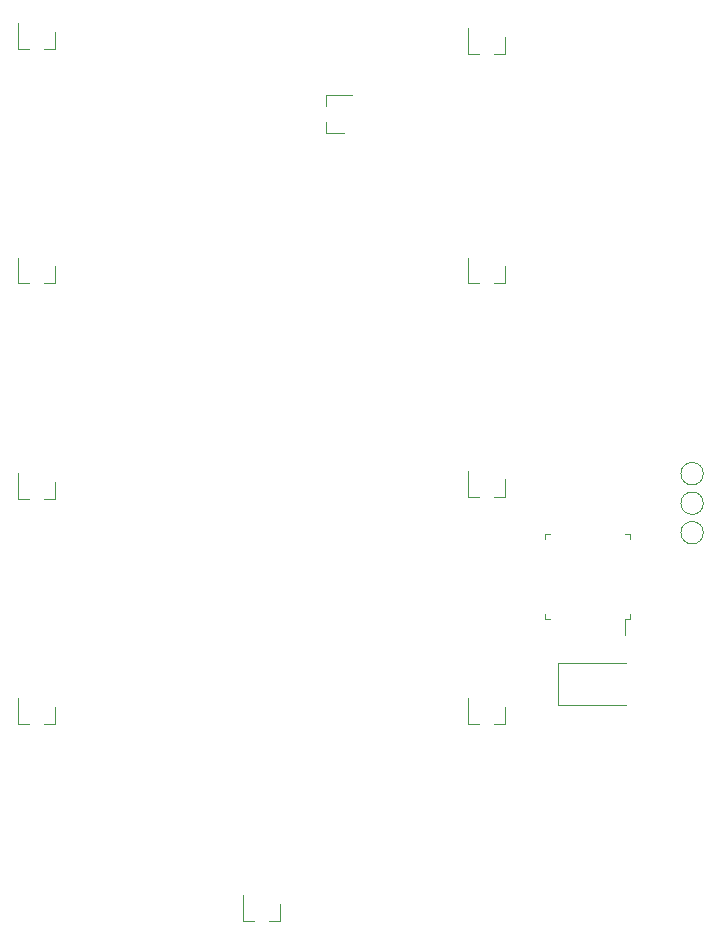
<source format=gbo>
G04 #@! TF.GenerationSoftware,KiCad,Pcbnew,(5.1.4)-1*
G04 #@! TF.CreationDate,2021-01-09T17:41:00+01:00*
G04 #@! TF.ProjectId,numpad,6e756d70-6164-42e6-9b69-6361645f7063,1.1*
G04 #@! TF.SameCoordinates,Original*
G04 #@! TF.FileFunction,Legend,Bot*
G04 #@! TF.FilePolarity,Positive*
%FSLAX46Y46*%
G04 Gerber Fmt 4.6, Leading zero omitted, Abs format (unit mm)*
G04 Created by KiCad (PCBNEW (5.1.4)-1) date 2021-01-09 17:41:00*
%MOMM*%
%LPD*%
G04 APERTURE LIST*
%ADD10C,0.120000*%
%ADD11C,2.352000*%
%ADD12C,4.089800*%
%ADD13C,1.852000*%
%ADD14C,3.150000*%
%ADD15R,0.702000X2.552000*%
%ADD16R,0.402000X2.552000*%
%ADD17C,0.752000*%
%ADD18C,0.100000*%
%ADD19C,0.692000*%
%ADD20C,1.602000*%
%ADD21R,2.102000X2.502000*%
%ADD22R,0.902000X1.002000*%
%ADD23R,1.002000X0.902000*%
%ADD24C,0.402000*%
G04 APERTURE END LIST*
D10*
X119953750Y-88316250D02*
G75*
G03X119953750Y-88316250I-950000J0D01*
G01*
X119953750Y-90816250D02*
G75*
G03X119953750Y-90816250I-950000J0D01*
G01*
X119953750Y-93316250D02*
G75*
G03X119953750Y-93316250I-950000J0D01*
G01*
X113370000Y-107940000D02*
X107620000Y-107940000D01*
X107620000Y-107940000D02*
X107620000Y-104340000D01*
X107620000Y-104340000D02*
X113370000Y-104340000D01*
X103180000Y-109503750D02*
X103180000Y-108043750D01*
X100020000Y-109503750D02*
X100020000Y-107343750D01*
X100020000Y-109503750D02*
X100950000Y-109503750D01*
X103180000Y-109503750D02*
X102250000Y-109503750D01*
X103180000Y-90247500D02*
X103180000Y-88787500D01*
X100020000Y-90247500D02*
X100020000Y-88087500D01*
X100020000Y-90247500D02*
X100950000Y-90247500D01*
X103180000Y-90247500D02*
X102250000Y-90247500D01*
X103180000Y-72197500D02*
X103180000Y-70737500D01*
X100020000Y-72197500D02*
X100020000Y-70037500D01*
X100020000Y-72197500D02*
X100950000Y-72197500D01*
X103180000Y-72197500D02*
X102250000Y-72197500D01*
X103180000Y-52768750D02*
X103180000Y-51308750D01*
X100020000Y-52768750D02*
X100020000Y-50608750D01*
X100020000Y-52768750D02*
X100950000Y-52768750D01*
X103180000Y-52768750D02*
X102250000Y-52768750D01*
X84130000Y-126172500D02*
X84130000Y-124712500D01*
X80970000Y-126172500D02*
X80970000Y-124012500D01*
X80970000Y-126172500D02*
X81900000Y-126172500D01*
X84130000Y-126172500D02*
X83200000Y-126172500D01*
X65080000Y-109503750D02*
X65080000Y-108043750D01*
X61920000Y-109503750D02*
X61920000Y-107343750D01*
X61920000Y-109503750D02*
X62850000Y-109503750D01*
X65080000Y-109503750D02*
X64150000Y-109503750D01*
X65080000Y-90453750D02*
X65080000Y-88993750D01*
X61920000Y-90453750D02*
X61920000Y-88293750D01*
X61920000Y-90453750D02*
X62850000Y-90453750D01*
X65080000Y-90453750D02*
X64150000Y-90453750D01*
X65080000Y-72197500D02*
X65080000Y-70737500D01*
X61920000Y-72197500D02*
X61920000Y-70037500D01*
X61920000Y-72197500D02*
X62850000Y-72197500D01*
X65080000Y-72197500D02*
X64150000Y-72197500D01*
X65080000Y-52353750D02*
X65080000Y-50893750D01*
X61920000Y-52353750D02*
X61920000Y-50193750D01*
X61920000Y-52353750D02*
X62850000Y-52353750D01*
X65080000Y-52353750D02*
X64150000Y-52353750D01*
X88030000Y-59450000D02*
X88030000Y-58520000D01*
X88030000Y-56290000D02*
X88030000Y-57220000D01*
X88030000Y-56290000D02*
X90190000Y-56290000D01*
X88030000Y-59450000D02*
X89490000Y-59450000D01*
X113333821Y-100646588D02*
X113333821Y-101936588D01*
X113783821Y-100646588D02*
X113333821Y-100646588D01*
X113783821Y-100196588D02*
X113783821Y-100646588D01*
X113783821Y-93426588D02*
X113333821Y-93426588D01*
X113783821Y-93876588D02*
X113783821Y-93426588D01*
X106563821Y-100646588D02*
X107013821Y-100646588D01*
X106563821Y-100196588D02*
X106563821Y-100646588D01*
X106563821Y-93426588D02*
X107013821Y-93426588D01*
X106563821Y-93876588D02*
X106563821Y-93426588D01*
%LPC*%
D11*
X66040000Y-118745000D03*
D12*
X63500000Y-123825000D03*
D11*
X59690000Y-121285000D03*
D13*
X58420000Y-123825000D03*
X68580000Y-123825000D03*
D14*
X51593750Y-130810000D03*
X75406250Y-130810000D03*
D12*
X51593750Y-115570000D03*
X75406250Y-115570000D03*
D15*
X85795000Y-44335000D03*
X79345000Y-44335000D03*
X85020000Y-44335000D03*
X80120000Y-44335000D03*
D16*
X80820000Y-44335000D03*
X84320000Y-44335000D03*
X81320000Y-44335000D03*
X83820000Y-44335000D03*
X81820000Y-44335000D03*
X83320000Y-44335000D03*
X82820000Y-44335000D03*
X82320000Y-44335000D03*
D17*
X85460000Y-42390000D03*
X79680000Y-42390000D03*
D18*
G36*
X117024957Y-97419833D02*
G01*
X117041751Y-97422324D01*
X117058219Y-97426449D01*
X117074204Y-97432169D01*
X117089552Y-97439428D01*
X117104114Y-97448156D01*
X117117750Y-97458269D01*
X117130329Y-97469671D01*
X117141731Y-97482250D01*
X117151844Y-97495886D01*
X117160572Y-97510448D01*
X117167831Y-97525796D01*
X117173551Y-97541781D01*
X117177676Y-97558249D01*
X117180167Y-97575043D01*
X117181000Y-97592000D01*
X117181000Y-97988000D01*
X117180167Y-98004957D01*
X117177676Y-98021751D01*
X117173551Y-98038219D01*
X117167831Y-98054204D01*
X117160572Y-98069552D01*
X117151844Y-98084114D01*
X117141731Y-98097750D01*
X117130329Y-98110329D01*
X117117750Y-98121731D01*
X117104114Y-98131844D01*
X117089552Y-98140572D01*
X117074204Y-98147831D01*
X117058219Y-98153551D01*
X117041751Y-98157676D01*
X117024957Y-98160167D01*
X117008000Y-98161000D01*
X116662000Y-98161000D01*
X116645043Y-98160167D01*
X116628249Y-98157676D01*
X116611781Y-98153551D01*
X116595796Y-98147831D01*
X116580448Y-98140572D01*
X116565886Y-98131844D01*
X116552250Y-98121731D01*
X116539671Y-98110329D01*
X116528269Y-98097750D01*
X116518156Y-98084114D01*
X116509428Y-98069552D01*
X116502169Y-98054204D01*
X116496449Y-98038219D01*
X116492324Y-98021751D01*
X116489833Y-98004957D01*
X116489000Y-97988000D01*
X116489000Y-97592000D01*
X116489833Y-97575043D01*
X116492324Y-97558249D01*
X116496449Y-97541781D01*
X116502169Y-97525796D01*
X116509428Y-97510448D01*
X116518156Y-97495886D01*
X116528269Y-97482250D01*
X116539671Y-97469671D01*
X116552250Y-97458269D01*
X116565886Y-97448156D01*
X116580448Y-97439428D01*
X116595796Y-97432169D01*
X116611781Y-97426449D01*
X116628249Y-97422324D01*
X116645043Y-97419833D01*
X116662000Y-97419000D01*
X117008000Y-97419000D01*
X117024957Y-97419833D01*
X117024957Y-97419833D01*
G37*
D19*
X116835000Y-97790000D03*
D18*
G36*
X116054957Y-97419833D02*
G01*
X116071751Y-97422324D01*
X116088219Y-97426449D01*
X116104204Y-97432169D01*
X116119552Y-97439428D01*
X116134114Y-97448156D01*
X116147750Y-97458269D01*
X116160329Y-97469671D01*
X116171731Y-97482250D01*
X116181844Y-97495886D01*
X116190572Y-97510448D01*
X116197831Y-97525796D01*
X116203551Y-97541781D01*
X116207676Y-97558249D01*
X116210167Y-97575043D01*
X116211000Y-97592000D01*
X116211000Y-97988000D01*
X116210167Y-98004957D01*
X116207676Y-98021751D01*
X116203551Y-98038219D01*
X116197831Y-98054204D01*
X116190572Y-98069552D01*
X116181844Y-98084114D01*
X116171731Y-98097750D01*
X116160329Y-98110329D01*
X116147750Y-98121731D01*
X116134114Y-98131844D01*
X116119552Y-98140572D01*
X116104204Y-98147831D01*
X116088219Y-98153551D01*
X116071751Y-98157676D01*
X116054957Y-98160167D01*
X116038000Y-98161000D01*
X115692000Y-98161000D01*
X115675043Y-98160167D01*
X115658249Y-98157676D01*
X115641781Y-98153551D01*
X115625796Y-98147831D01*
X115610448Y-98140572D01*
X115595886Y-98131844D01*
X115582250Y-98121731D01*
X115569671Y-98110329D01*
X115558269Y-98097750D01*
X115548156Y-98084114D01*
X115539428Y-98069552D01*
X115532169Y-98054204D01*
X115526449Y-98038219D01*
X115522324Y-98021751D01*
X115519833Y-98004957D01*
X115519000Y-97988000D01*
X115519000Y-97592000D01*
X115519833Y-97575043D01*
X115522324Y-97558249D01*
X115526449Y-97541781D01*
X115532169Y-97525796D01*
X115539428Y-97510448D01*
X115548156Y-97495886D01*
X115558269Y-97482250D01*
X115569671Y-97469671D01*
X115582250Y-97458269D01*
X115595886Y-97448156D01*
X115610448Y-97439428D01*
X115625796Y-97432169D01*
X115641781Y-97426449D01*
X115658249Y-97422324D01*
X115675043Y-97419833D01*
X115692000Y-97419000D01*
X116038000Y-97419000D01*
X116054957Y-97419833D01*
X116054957Y-97419833D01*
G37*
D19*
X115865000Y-97790000D03*
D18*
G36*
X113684957Y-89969833D02*
G01*
X113701751Y-89972324D01*
X113718219Y-89976449D01*
X113734204Y-89982169D01*
X113749552Y-89989428D01*
X113764114Y-89998156D01*
X113777750Y-90008269D01*
X113790329Y-90019671D01*
X113801731Y-90032250D01*
X113811844Y-90045886D01*
X113820572Y-90060448D01*
X113827831Y-90075796D01*
X113833551Y-90091781D01*
X113837676Y-90108249D01*
X113840167Y-90125043D01*
X113841000Y-90142000D01*
X113841000Y-90538000D01*
X113840167Y-90554957D01*
X113837676Y-90571751D01*
X113833551Y-90588219D01*
X113827831Y-90604204D01*
X113820572Y-90619552D01*
X113811844Y-90634114D01*
X113801731Y-90647750D01*
X113790329Y-90660329D01*
X113777750Y-90671731D01*
X113764114Y-90681844D01*
X113749552Y-90690572D01*
X113734204Y-90697831D01*
X113718219Y-90703551D01*
X113701751Y-90707676D01*
X113684957Y-90710167D01*
X113668000Y-90711000D01*
X113322000Y-90711000D01*
X113305043Y-90710167D01*
X113288249Y-90707676D01*
X113271781Y-90703551D01*
X113255796Y-90697831D01*
X113240448Y-90690572D01*
X113225886Y-90681844D01*
X113212250Y-90671731D01*
X113199671Y-90660329D01*
X113188269Y-90647750D01*
X113178156Y-90634114D01*
X113169428Y-90619552D01*
X113162169Y-90604204D01*
X113156449Y-90588219D01*
X113152324Y-90571751D01*
X113149833Y-90554957D01*
X113149000Y-90538000D01*
X113149000Y-90142000D01*
X113149833Y-90125043D01*
X113152324Y-90108249D01*
X113156449Y-90091781D01*
X113162169Y-90075796D01*
X113169428Y-90060448D01*
X113178156Y-90045886D01*
X113188269Y-90032250D01*
X113199671Y-90019671D01*
X113212250Y-90008269D01*
X113225886Y-89998156D01*
X113240448Y-89989428D01*
X113255796Y-89982169D01*
X113271781Y-89976449D01*
X113288249Y-89972324D01*
X113305043Y-89969833D01*
X113322000Y-89969000D01*
X113668000Y-89969000D01*
X113684957Y-89969833D01*
X113684957Y-89969833D01*
G37*
D19*
X113495000Y-90340000D03*
D18*
G36*
X114654957Y-89969833D02*
G01*
X114671751Y-89972324D01*
X114688219Y-89976449D01*
X114704204Y-89982169D01*
X114719552Y-89989428D01*
X114734114Y-89998156D01*
X114747750Y-90008269D01*
X114760329Y-90019671D01*
X114771731Y-90032250D01*
X114781844Y-90045886D01*
X114790572Y-90060448D01*
X114797831Y-90075796D01*
X114803551Y-90091781D01*
X114807676Y-90108249D01*
X114810167Y-90125043D01*
X114811000Y-90142000D01*
X114811000Y-90538000D01*
X114810167Y-90554957D01*
X114807676Y-90571751D01*
X114803551Y-90588219D01*
X114797831Y-90604204D01*
X114790572Y-90619552D01*
X114781844Y-90634114D01*
X114771731Y-90647750D01*
X114760329Y-90660329D01*
X114747750Y-90671731D01*
X114734114Y-90681844D01*
X114719552Y-90690572D01*
X114704204Y-90697831D01*
X114688219Y-90703551D01*
X114671751Y-90707676D01*
X114654957Y-90710167D01*
X114638000Y-90711000D01*
X114292000Y-90711000D01*
X114275043Y-90710167D01*
X114258249Y-90707676D01*
X114241781Y-90703551D01*
X114225796Y-90697831D01*
X114210448Y-90690572D01*
X114195886Y-90681844D01*
X114182250Y-90671731D01*
X114169671Y-90660329D01*
X114158269Y-90647750D01*
X114148156Y-90634114D01*
X114139428Y-90619552D01*
X114132169Y-90604204D01*
X114126449Y-90588219D01*
X114122324Y-90571751D01*
X114119833Y-90554957D01*
X114119000Y-90538000D01*
X114119000Y-90142000D01*
X114119833Y-90125043D01*
X114122324Y-90108249D01*
X114126449Y-90091781D01*
X114132169Y-90075796D01*
X114139428Y-90060448D01*
X114148156Y-90045886D01*
X114158269Y-90032250D01*
X114169671Y-90019671D01*
X114182250Y-90008269D01*
X114195886Y-89998156D01*
X114210448Y-89989428D01*
X114225796Y-89982169D01*
X114241781Y-89976449D01*
X114258249Y-89972324D01*
X114275043Y-89969833D01*
X114292000Y-89969000D01*
X114638000Y-89969000D01*
X114654957Y-89969833D01*
X114654957Y-89969833D01*
G37*
D19*
X114465000Y-90340000D03*
D18*
G36*
X81034957Y-46839833D02*
G01*
X81051751Y-46842324D01*
X81068219Y-46846449D01*
X81084204Y-46852169D01*
X81099552Y-46859428D01*
X81114114Y-46868156D01*
X81127750Y-46878269D01*
X81140329Y-46889671D01*
X81151731Y-46902250D01*
X81161844Y-46915886D01*
X81170572Y-46930448D01*
X81177831Y-46945796D01*
X81183551Y-46961781D01*
X81187676Y-46978249D01*
X81190167Y-46995043D01*
X81191000Y-47012000D01*
X81191000Y-47358000D01*
X81190167Y-47374957D01*
X81187676Y-47391751D01*
X81183551Y-47408219D01*
X81177831Y-47424204D01*
X81170572Y-47439552D01*
X81161844Y-47454114D01*
X81151731Y-47467750D01*
X81140329Y-47480329D01*
X81127750Y-47491731D01*
X81114114Y-47501844D01*
X81099552Y-47510572D01*
X81084204Y-47517831D01*
X81068219Y-47523551D01*
X81051751Y-47527676D01*
X81034957Y-47530167D01*
X81018000Y-47531000D01*
X80622000Y-47531000D01*
X80605043Y-47530167D01*
X80588249Y-47527676D01*
X80571781Y-47523551D01*
X80555796Y-47517831D01*
X80540448Y-47510572D01*
X80525886Y-47501844D01*
X80512250Y-47491731D01*
X80499671Y-47480329D01*
X80488269Y-47467750D01*
X80478156Y-47454114D01*
X80469428Y-47439552D01*
X80462169Y-47424204D01*
X80456449Y-47408219D01*
X80452324Y-47391751D01*
X80449833Y-47374957D01*
X80449000Y-47358000D01*
X80449000Y-47012000D01*
X80449833Y-46995043D01*
X80452324Y-46978249D01*
X80456449Y-46961781D01*
X80462169Y-46945796D01*
X80469428Y-46930448D01*
X80478156Y-46915886D01*
X80488269Y-46902250D01*
X80499671Y-46889671D01*
X80512250Y-46878269D01*
X80525886Y-46868156D01*
X80540448Y-46859428D01*
X80555796Y-46852169D01*
X80571781Y-46846449D01*
X80588249Y-46842324D01*
X80605043Y-46839833D01*
X80622000Y-46839000D01*
X81018000Y-46839000D01*
X81034957Y-46839833D01*
X81034957Y-46839833D01*
G37*
D19*
X80820000Y-47185000D03*
D18*
G36*
X81034957Y-47809833D02*
G01*
X81051751Y-47812324D01*
X81068219Y-47816449D01*
X81084204Y-47822169D01*
X81099552Y-47829428D01*
X81114114Y-47838156D01*
X81127750Y-47848269D01*
X81140329Y-47859671D01*
X81151731Y-47872250D01*
X81161844Y-47885886D01*
X81170572Y-47900448D01*
X81177831Y-47915796D01*
X81183551Y-47931781D01*
X81187676Y-47948249D01*
X81190167Y-47965043D01*
X81191000Y-47982000D01*
X81191000Y-48328000D01*
X81190167Y-48344957D01*
X81187676Y-48361751D01*
X81183551Y-48378219D01*
X81177831Y-48394204D01*
X81170572Y-48409552D01*
X81161844Y-48424114D01*
X81151731Y-48437750D01*
X81140329Y-48450329D01*
X81127750Y-48461731D01*
X81114114Y-48471844D01*
X81099552Y-48480572D01*
X81084204Y-48487831D01*
X81068219Y-48493551D01*
X81051751Y-48497676D01*
X81034957Y-48500167D01*
X81018000Y-48501000D01*
X80622000Y-48501000D01*
X80605043Y-48500167D01*
X80588249Y-48497676D01*
X80571781Y-48493551D01*
X80555796Y-48487831D01*
X80540448Y-48480572D01*
X80525886Y-48471844D01*
X80512250Y-48461731D01*
X80499671Y-48450329D01*
X80488269Y-48437750D01*
X80478156Y-48424114D01*
X80469428Y-48409552D01*
X80462169Y-48394204D01*
X80456449Y-48378219D01*
X80452324Y-48361751D01*
X80449833Y-48344957D01*
X80449000Y-48328000D01*
X80449000Y-47982000D01*
X80449833Y-47965043D01*
X80452324Y-47948249D01*
X80456449Y-47931781D01*
X80462169Y-47915796D01*
X80469428Y-47900448D01*
X80478156Y-47885886D01*
X80488269Y-47872250D01*
X80499671Y-47859671D01*
X80512250Y-47848269D01*
X80525886Y-47838156D01*
X80540448Y-47829428D01*
X80555796Y-47822169D01*
X80571781Y-47816449D01*
X80588249Y-47812324D01*
X80605043Y-47809833D01*
X80622000Y-47809000D01*
X81018000Y-47809000D01*
X81034957Y-47809833D01*
X81034957Y-47809833D01*
G37*
D19*
X80820000Y-48155000D03*
D18*
G36*
X84444957Y-46689833D02*
G01*
X84461751Y-46692324D01*
X84478219Y-46696449D01*
X84494204Y-46702169D01*
X84509552Y-46709428D01*
X84524114Y-46718156D01*
X84537750Y-46728269D01*
X84550329Y-46739671D01*
X84561731Y-46752250D01*
X84571844Y-46765886D01*
X84580572Y-46780448D01*
X84587831Y-46795796D01*
X84593551Y-46811781D01*
X84597676Y-46828249D01*
X84600167Y-46845043D01*
X84601000Y-46862000D01*
X84601000Y-47208000D01*
X84600167Y-47224957D01*
X84597676Y-47241751D01*
X84593551Y-47258219D01*
X84587831Y-47274204D01*
X84580572Y-47289552D01*
X84571844Y-47304114D01*
X84561731Y-47317750D01*
X84550329Y-47330329D01*
X84537750Y-47341731D01*
X84524114Y-47351844D01*
X84509552Y-47360572D01*
X84494204Y-47367831D01*
X84478219Y-47373551D01*
X84461751Y-47377676D01*
X84444957Y-47380167D01*
X84428000Y-47381000D01*
X84032000Y-47381000D01*
X84015043Y-47380167D01*
X83998249Y-47377676D01*
X83981781Y-47373551D01*
X83965796Y-47367831D01*
X83950448Y-47360572D01*
X83935886Y-47351844D01*
X83922250Y-47341731D01*
X83909671Y-47330329D01*
X83898269Y-47317750D01*
X83888156Y-47304114D01*
X83879428Y-47289552D01*
X83872169Y-47274204D01*
X83866449Y-47258219D01*
X83862324Y-47241751D01*
X83859833Y-47224957D01*
X83859000Y-47208000D01*
X83859000Y-46862000D01*
X83859833Y-46845043D01*
X83862324Y-46828249D01*
X83866449Y-46811781D01*
X83872169Y-46795796D01*
X83879428Y-46780448D01*
X83888156Y-46765886D01*
X83898269Y-46752250D01*
X83909671Y-46739671D01*
X83922250Y-46728269D01*
X83935886Y-46718156D01*
X83950448Y-46709428D01*
X83965796Y-46702169D01*
X83981781Y-46696449D01*
X83998249Y-46692324D01*
X84015043Y-46689833D01*
X84032000Y-46689000D01*
X84428000Y-46689000D01*
X84444957Y-46689833D01*
X84444957Y-46689833D01*
G37*
D19*
X84230000Y-47035000D03*
D18*
G36*
X84444957Y-47659833D02*
G01*
X84461751Y-47662324D01*
X84478219Y-47666449D01*
X84494204Y-47672169D01*
X84509552Y-47679428D01*
X84524114Y-47688156D01*
X84537750Y-47698269D01*
X84550329Y-47709671D01*
X84561731Y-47722250D01*
X84571844Y-47735886D01*
X84580572Y-47750448D01*
X84587831Y-47765796D01*
X84593551Y-47781781D01*
X84597676Y-47798249D01*
X84600167Y-47815043D01*
X84601000Y-47832000D01*
X84601000Y-48178000D01*
X84600167Y-48194957D01*
X84597676Y-48211751D01*
X84593551Y-48228219D01*
X84587831Y-48244204D01*
X84580572Y-48259552D01*
X84571844Y-48274114D01*
X84561731Y-48287750D01*
X84550329Y-48300329D01*
X84537750Y-48311731D01*
X84524114Y-48321844D01*
X84509552Y-48330572D01*
X84494204Y-48337831D01*
X84478219Y-48343551D01*
X84461751Y-48347676D01*
X84444957Y-48350167D01*
X84428000Y-48351000D01*
X84032000Y-48351000D01*
X84015043Y-48350167D01*
X83998249Y-48347676D01*
X83981781Y-48343551D01*
X83965796Y-48337831D01*
X83950448Y-48330572D01*
X83935886Y-48321844D01*
X83922250Y-48311731D01*
X83909671Y-48300329D01*
X83898269Y-48287750D01*
X83888156Y-48274114D01*
X83879428Y-48259552D01*
X83872169Y-48244204D01*
X83866449Y-48228219D01*
X83862324Y-48211751D01*
X83859833Y-48194957D01*
X83859000Y-48178000D01*
X83859000Y-47832000D01*
X83859833Y-47815043D01*
X83862324Y-47798249D01*
X83866449Y-47781781D01*
X83872169Y-47765796D01*
X83879428Y-47750448D01*
X83888156Y-47735886D01*
X83898269Y-47722250D01*
X83909671Y-47709671D01*
X83922250Y-47698269D01*
X83935886Y-47688156D01*
X83950448Y-47679428D01*
X83965796Y-47672169D01*
X83981781Y-47666449D01*
X83998249Y-47662324D01*
X84015043Y-47659833D01*
X84032000Y-47659000D01*
X84428000Y-47659000D01*
X84444957Y-47659833D01*
X84444957Y-47659833D01*
G37*
D19*
X84230000Y-48005000D03*
D18*
G36*
X91714957Y-57504833D02*
G01*
X91731751Y-57507324D01*
X91748219Y-57511449D01*
X91764204Y-57517169D01*
X91779552Y-57524428D01*
X91794114Y-57533156D01*
X91807750Y-57543269D01*
X91820329Y-57554671D01*
X91831731Y-57567250D01*
X91841844Y-57580886D01*
X91850572Y-57595448D01*
X91857831Y-57610796D01*
X91863551Y-57626781D01*
X91867676Y-57643249D01*
X91870167Y-57660043D01*
X91871000Y-57677000D01*
X91871000Y-58023000D01*
X91870167Y-58039957D01*
X91867676Y-58056751D01*
X91863551Y-58073219D01*
X91857831Y-58089204D01*
X91850572Y-58104552D01*
X91841844Y-58119114D01*
X91831731Y-58132750D01*
X91820329Y-58145329D01*
X91807750Y-58156731D01*
X91794114Y-58166844D01*
X91779552Y-58175572D01*
X91764204Y-58182831D01*
X91748219Y-58188551D01*
X91731751Y-58192676D01*
X91714957Y-58195167D01*
X91698000Y-58196000D01*
X91302000Y-58196000D01*
X91285043Y-58195167D01*
X91268249Y-58192676D01*
X91251781Y-58188551D01*
X91235796Y-58182831D01*
X91220448Y-58175572D01*
X91205886Y-58166844D01*
X91192250Y-58156731D01*
X91179671Y-58145329D01*
X91168269Y-58132750D01*
X91158156Y-58119114D01*
X91149428Y-58104552D01*
X91142169Y-58089204D01*
X91136449Y-58073219D01*
X91132324Y-58056751D01*
X91129833Y-58039957D01*
X91129000Y-58023000D01*
X91129000Y-57677000D01*
X91129833Y-57660043D01*
X91132324Y-57643249D01*
X91136449Y-57626781D01*
X91142169Y-57610796D01*
X91149428Y-57595448D01*
X91158156Y-57580886D01*
X91168269Y-57567250D01*
X91179671Y-57554671D01*
X91192250Y-57543269D01*
X91205886Y-57533156D01*
X91220448Y-57524428D01*
X91235796Y-57517169D01*
X91251781Y-57511449D01*
X91268249Y-57507324D01*
X91285043Y-57504833D01*
X91302000Y-57504000D01*
X91698000Y-57504000D01*
X91714957Y-57504833D01*
X91714957Y-57504833D01*
G37*
D19*
X91500000Y-57850000D03*
D18*
G36*
X91714957Y-58474833D02*
G01*
X91731751Y-58477324D01*
X91748219Y-58481449D01*
X91764204Y-58487169D01*
X91779552Y-58494428D01*
X91794114Y-58503156D01*
X91807750Y-58513269D01*
X91820329Y-58524671D01*
X91831731Y-58537250D01*
X91841844Y-58550886D01*
X91850572Y-58565448D01*
X91857831Y-58580796D01*
X91863551Y-58596781D01*
X91867676Y-58613249D01*
X91870167Y-58630043D01*
X91871000Y-58647000D01*
X91871000Y-58993000D01*
X91870167Y-59009957D01*
X91867676Y-59026751D01*
X91863551Y-59043219D01*
X91857831Y-59059204D01*
X91850572Y-59074552D01*
X91841844Y-59089114D01*
X91831731Y-59102750D01*
X91820329Y-59115329D01*
X91807750Y-59126731D01*
X91794114Y-59136844D01*
X91779552Y-59145572D01*
X91764204Y-59152831D01*
X91748219Y-59158551D01*
X91731751Y-59162676D01*
X91714957Y-59165167D01*
X91698000Y-59166000D01*
X91302000Y-59166000D01*
X91285043Y-59165167D01*
X91268249Y-59162676D01*
X91251781Y-59158551D01*
X91235796Y-59152831D01*
X91220448Y-59145572D01*
X91205886Y-59136844D01*
X91192250Y-59126731D01*
X91179671Y-59115329D01*
X91168269Y-59102750D01*
X91158156Y-59089114D01*
X91149428Y-59074552D01*
X91142169Y-59059204D01*
X91136449Y-59043219D01*
X91132324Y-59026751D01*
X91129833Y-59009957D01*
X91129000Y-58993000D01*
X91129000Y-58647000D01*
X91129833Y-58630043D01*
X91132324Y-58613249D01*
X91136449Y-58596781D01*
X91142169Y-58580796D01*
X91149428Y-58565448D01*
X91158156Y-58550886D01*
X91168269Y-58537250D01*
X91179671Y-58524671D01*
X91192250Y-58513269D01*
X91205886Y-58503156D01*
X91220448Y-58494428D01*
X91235796Y-58487169D01*
X91251781Y-58481449D01*
X91268249Y-58477324D01*
X91285043Y-58474833D01*
X91302000Y-58474000D01*
X91698000Y-58474000D01*
X91714957Y-58474833D01*
X91714957Y-58474833D01*
G37*
D19*
X91500000Y-58820000D03*
D18*
G36*
X86984957Y-55139833D02*
G01*
X87001751Y-55142324D01*
X87018219Y-55146449D01*
X87034204Y-55152169D01*
X87049552Y-55159428D01*
X87064114Y-55168156D01*
X87077750Y-55178269D01*
X87090329Y-55189671D01*
X87101731Y-55202250D01*
X87111844Y-55215886D01*
X87120572Y-55230448D01*
X87127831Y-55245796D01*
X87133551Y-55261781D01*
X87137676Y-55278249D01*
X87140167Y-55295043D01*
X87141000Y-55312000D01*
X87141000Y-55708000D01*
X87140167Y-55724957D01*
X87137676Y-55741751D01*
X87133551Y-55758219D01*
X87127831Y-55774204D01*
X87120572Y-55789552D01*
X87111844Y-55804114D01*
X87101731Y-55817750D01*
X87090329Y-55830329D01*
X87077750Y-55841731D01*
X87064114Y-55851844D01*
X87049552Y-55860572D01*
X87034204Y-55867831D01*
X87018219Y-55873551D01*
X87001751Y-55877676D01*
X86984957Y-55880167D01*
X86968000Y-55881000D01*
X86622000Y-55881000D01*
X86605043Y-55880167D01*
X86588249Y-55877676D01*
X86571781Y-55873551D01*
X86555796Y-55867831D01*
X86540448Y-55860572D01*
X86525886Y-55851844D01*
X86512250Y-55841731D01*
X86499671Y-55830329D01*
X86488269Y-55817750D01*
X86478156Y-55804114D01*
X86469428Y-55789552D01*
X86462169Y-55774204D01*
X86456449Y-55758219D01*
X86452324Y-55741751D01*
X86449833Y-55724957D01*
X86449000Y-55708000D01*
X86449000Y-55312000D01*
X86449833Y-55295043D01*
X86452324Y-55278249D01*
X86456449Y-55261781D01*
X86462169Y-55245796D01*
X86469428Y-55230448D01*
X86478156Y-55215886D01*
X86488269Y-55202250D01*
X86499671Y-55189671D01*
X86512250Y-55178269D01*
X86525886Y-55168156D01*
X86540448Y-55159428D01*
X86555796Y-55152169D01*
X86571781Y-55146449D01*
X86588249Y-55142324D01*
X86605043Y-55139833D01*
X86622000Y-55139000D01*
X86968000Y-55139000D01*
X86984957Y-55139833D01*
X86984957Y-55139833D01*
G37*
D19*
X86795000Y-55510000D03*
D18*
G36*
X87954957Y-55139833D02*
G01*
X87971751Y-55142324D01*
X87988219Y-55146449D01*
X88004204Y-55152169D01*
X88019552Y-55159428D01*
X88034114Y-55168156D01*
X88047750Y-55178269D01*
X88060329Y-55189671D01*
X88071731Y-55202250D01*
X88081844Y-55215886D01*
X88090572Y-55230448D01*
X88097831Y-55245796D01*
X88103551Y-55261781D01*
X88107676Y-55278249D01*
X88110167Y-55295043D01*
X88111000Y-55312000D01*
X88111000Y-55708000D01*
X88110167Y-55724957D01*
X88107676Y-55741751D01*
X88103551Y-55758219D01*
X88097831Y-55774204D01*
X88090572Y-55789552D01*
X88081844Y-55804114D01*
X88071731Y-55817750D01*
X88060329Y-55830329D01*
X88047750Y-55841731D01*
X88034114Y-55851844D01*
X88019552Y-55860572D01*
X88004204Y-55867831D01*
X87988219Y-55873551D01*
X87971751Y-55877676D01*
X87954957Y-55880167D01*
X87938000Y-55881000D01*
X87592000Y-55881000D01*
X87575043Y-55880167D01*
X87558249Y-55877676D01*
X87541781Y-55873551D01*
X87525796Y-55867831D01*
X87510448Y-55860572D01*
X87495886Y-55851844D01*
X87482250Y-55841731D01*
X87469671Y-55830329D01*
X87458269Y-55817750D01*
X87448156Y-55804114D01*
X87439428Y-55789552D01*
X87432169Y-55774204D01*
X87426449Y-55758219D01*
X87422324Y-55741751D01*
X87419833Y-55724957D01*
X87419000Y-55708000D01*
X87419000Y-55312000D01*
X87419833Y-55295043D01*
X87422324Y-55278249D01*
X87426449Y-55261781D01*
X87432169Y-55245796D01*
X87439428Y-55230448D01*
X87448156Y-55215886D01*
X87458269Y-55202250D01*
X87469671Y-55189671D01*
X87482250Y-55178269D01*
X87495886Y-55168156D01*
X87510448Y-55159428D01*
X87525796Y-55152169D01*
X87541781Y-55146449D01*
X87558249Y-55142324D01*
X87575043Y-55139833D01*
X87592000Y-55139000D01*
X87938000Y-55139000D01*
X87954957Y-55139833D01*
X87954957Y-55139833D01*
G37*
D19*
X87765000Y-55510000D03*
D18*
G36*
X92834957Y-57509833D02*
G01*
X92851751Y-57512324D01*
X92868219Y-57516449D01*
X92884204Y-57522169D01*
X92899552Y-57529428D01*
X92914114Y-57538156D01*
X92927750Y-57548269D01*
X92940329Y-57559671D01*
X92951731Y-57572250D01*
X92961844Y-57585886D01*
X92970572Y-57600448D01*
X92977831Y-57615796D01*
X92983551Y-57631781D01*
X92987676Y-57648249D01*
X92990167Y-57665043D01*
X92991000Y-57682000D01*
X92991000Y-58028000D01*
X92990167Y-58044957D01*
X92987676Y-58061751D01*
X92983551Y-58078219D01*
X92977831Y-58094204D01*
X92970572Y-58109552D01*
X92961844Y-58124114D01*
X92951731Y-58137750D01*
X92940329Y-58150329D01*
X92927750Y-58161731D01*
X92914114Y-58171844D01*
X92899552Y-58180572D01*
X92884204Y-58187831D01*
X92868219Y-58193551D01*
X92851751Y-58197676D01*
X92834957Y-58200167D01*
X92818000Y-58201000D01*
X92422000Y-58201000D01*
X92405043Y-58200167D01*
X92388249Y-58197676D01*
X92371781Y-58193551D01*
X92355796Y-58187831D01*
X92340448Y-58180572D01*
X92325886Y-58171844D01*
X92312250Y-58161731D01*
X92299671Y-58150329D01*
X92288269Y-58137750D01*
X92278156Y-58124114D01*
X92269428Y-58109552D01*
X92262169Y-58094204D01*
X92256449Y-58078219D01*
X92252324Y-58061751D01*
X92249833Y-58044957D01*
X92249000Y-58028000D01*
X92249000Y-57682000D01*
X92249833Y-57665043D01*
X92252324Y-57648249D01*
X92256449Y-57631781D01*
X92262169Y-57615796D01*
X92269428Y-57600448D01*
X92278156Y-57585886D01*
X92288269Y-57572250D01*
X92299671Y-57559671D01*
X92312250Y-57548269D01*
X92325886Y-57538156D01*
X92340448Y-57529428D01*
X92355796Y-57522169D01*
X92371781Y-57516449D01*
X92388249Y-57512324D01*
X92405043Y-57509833D01*
X92422000Y-57509000D01*
X92818000Y-57509000D01*
X92834957Y-57509833D01*
X92834957Y-57509833D01*
G37*
D19*
X92620000Y-57855000D03*
D18*
G36*
X92834957Y-58479833D02*
G01*
X92851751Y-58482324D01*
X92868219Y-58486449D01*
X92884204Y-58492169D01*
X92899552Y-58499428D01*
X92914114Y-58508156D01*
X92927750Y-58518269D01*
X92940329Y-58529671D01*
X92951731Y-58542250D01*
X92961844Y-58555886D01*
X92970572Y-58570448D01*
X92977831Y-58585796D01*
X92983551Y-58601781D01*
X92987676Y-58618249D01*
X92990167Y-58635043D01*
X92991000Y-58652000D01*
X92991000Y-58998000D01*
X92990167Y-59014957D01*
X92987676Y-59031751D01*
X92983551Y-59048219D01*
X92977831Y-59064204D01*
X92970572Y-59079552D01*
X92961844Y-59094114D01*
X92951731Y-59107750D01*
X92940329Y-59120329D01*
X92927750Y-59131731D01*
X92914114Y-59141844D01*
X92899552Y-59150572D01*
X92884204Y-59157831D01*
X92868219Y-59163551D01*
X92851751Y-59167676D01*
X92834957Y-59170167D01*
X92818000Y-59171000D01*
X92422000Y-59171000D01*
X92405043Y-59170167D01*
X92388249Y-59167676D01*
X92371781Y-59163551D01*
X92355796Y-59157831D01*
X92340448Y-59150572D01*
X92325886Y-59141844D01*
X92312250Y-59131731D01*
X92299671Y-59120329D01*
X92288269Y-59107750D01*
X92278156Y-59094114D01*
X92269428Y-59079552D01*
X92262169Y-59064204D01*
X92256449Y-59048219D01*
X92252324Y-59031751D01*
X92249833Y-59014957D01*
X92249000Y-58998000D01*
X92249000Y-58652000D01*
X92249833Y-58635043D01*
X92252324Y-58618249D01*
X92256449Y-58601781D01*
X92262169Y-58585796D01*
X92269428Y-58570448D01*
X92278156Y-58555886D01*
X92288269Y-58542250D01*
X92299671Y-58529671D01*
X92312250Y-58518269D01*
X92325886Y-58508156D01*
X92340448Y-58499428D01*
X92355796Y-58492169D01*
X92371781Y-58486449D01*
X92388249Y-58482324D01*
X92405043Y-58479833D01*
X92422000Y-58479000D01*
X92818000Y-58479000D01*
X92834957Y-58479833D01*
X92834957Y-58479833D01*
G37*
D19*
X92620000Y-58825000D03*
D18*
G36*
X109524957Y-103339833D02*
G01*
X109541751Y-103342324D01*
X109558219Y-103346449D01*
X109574204Y-103352169D01*
X109589552Y-103359428D01*
X109604114Y-103368156D01*
X109617750Y-103378269D01*
X109630329Y-103389671D01*
X109641731Y-103402250D01*
X109651844Y-103415886D01*
X109660572Y-103430448D01*
X109667831Y-103445796D01*
X109673551Y-103461781D01*
X109677676Y-103478249D01*
X109680167Y-103495043D01*
X109681000Y-103512000D01*
X109681000Y-103908000D01*
X109680167Y-103924957D01*
X109677676Y-103941751D01*
X109673551Y-103958219D01*
X109667831Y-103974204D01*
X109660572Y-103989552D01*
X109651844Y-104004114D01*
X109641731Y-104017750D01*
X109630329Y-104030329D01*
X109617750Y-104041731D01*
X109604114Y-104051844D01*
X109589552Y-104060572D01*
X109574204Y-104067831D01*
X109558219Y-104073551D01*
X109541751Y-104077676D01*
X109524957Y-104080167D01*
X109508000Y-104081000D01*
X109162000Y-104081000D01*
X109145043Y-104080167D01*
X109128249Y-104077676D01*
X109111781Y-104073551D01*
X109095796Y-104067831D01*
X109080448Y-104060572D01*
X109065886Y-104051844D01*
X109052250Y-104041731D01*
X109039671Y-104030329D01*
X109028269Y-104017750D01*
X109018156Y-104004114D01*
X109009428Y-103989552D01*
X109002169Y-103974204D01*
X108996449Y-103958219D01*
X108992324Y-103941751D01*
X108989833Y-103924957D01*
X108989000Y-103908000D01*
X108989000Y-103512000D01*
X108989833Y-103495043D01*
X108992324Y-103478249D01*
X108996449Y-103461781D01*
X109002169Y-103445796D01*
X109009428Y-103430448D01*
X109018156Y-103415886D01*
X109028269Y-103402250D01*
X109039671Y-103389671D01*
X109052250Y-103378269D01*
X109065886Y-103368156D01*
X109080448Y-103359428D01*
X109095796Y-103352169D01*
X109111781Y-103346449D01*
X109128249Y-103342324D01*
X109145043Y-103339833D01*
X109162000Y-103339000D01*
X109508000Y-103339000D01*
X109524957Y-103339833D01*
X109524957Y-103339833D01*
G37*
D19*
X109335000Y-103710000D03*
D18*
G36*
X108554957Y-103339833D02*
G01*
X108571751Y-103342324D01*
X108588219Y-103346449D01*
X108604204Y-103352169D01*
X108619552Y-103359428D01*
X108634114Y-103368156D01*
X108647750Y-103378269D01*
X108660329Y-103389671D01*
X108671731Y-103402250D01*
X108681844Y-103415886D01*
X108690572Y-103430448D01*
X108697831Y-103445796D01*
X108703551Y-103461781D01*
X108707676Y-103478249D01*
X108710167Y-103495043D01*
X108711000Y-103512000D01*
X108711000Y-103908000D01*
X108710167Y-103924957D01*
X108707676Y-103941751D01*
X108703551Y-103958219D01*
X108697831Y-103974204D01*
X108690572Y-103989552D01*
X108681844Y-104004114D01*
X108671731Y-104017750D01*
X108660329Y-104030329D01*
X108647750Y-104041731D01*
X108634114Y-104051844D01*
X108619552Y-104060572D01*
X108604204Y-104067831D01*
X108588219Y-104073551D01*
X108571751Y-104077676D01*
X108554957Y-104080167D01*
X108538000Y-104081000D01*
X108192000Y-104081000D01*
X108175043Y-104080167D01*
X108158249Y-104077676D01*
X108141781Y-104073551D01*
X108125796Y-104067831D01*
X108110448Y-104060572D01*
X108095886Y-104051844D01*
X108082250Y-104041731D01*
X108069671Y-104030329D01*
X108058269Y-104017750D01*
X108048156Y-104004114D01*
X108039428Y-103989552D01*
X108032169Y-103974204D01*
X108026449Y-103958219D01*
X108022324Y-103941751D01*
X108019833Y-103924957D01*
X108019000Y-103908000D01*
X108019000Y-103512000D01*
X108019833Y-103495043D01*
X108022324Y-103478249D01*
X108026449Y-103461781D01*
X108032169Y-103445796D01*
X108039428Y-103430448D01*
X108048156Y-103415886D01*
X108058269Y-103402250D01*
X108069671Y-103389671D01*
X108082250Y-103378269D01*
X108095886Y-103368156D01*
X108110448Y-103359428D01*
X108125796Y-103352169D01*
X108141781Y-103346449D01*
X108158249Y-103342324D01*
X108175043Y-103339833D01*
X108192000Y-103339000D01*
X108538000Y-103339000D01*
X108554957Y-103339833D01*
X108554957Y-103339833D01*
G37*
D19*
X108365000Y-103710000D03*
D18*
G36*
X109524957Y-102339833D02*
G01*
X109541751Y-102342324D01*
X109558219Y-102346449D01*
X109574204Y-102352169D01*
X109589552Y-102359428D01*
X109604114Y-102368156D01*
X109617750Y-102378269D01*
X109630329Y-102389671D01*
X109641731Y-102402250D01*
X109651844Y-102415886D01*
X109660572Y-102430448D01*
X109667831Y-102445796D01*
X109673551Y-102461781D01*
X109677676Y-102478249D01*
X109680167Y-102495043D01*
X109681000Y-102512000D01*
X109681000Y-102908000D01*
X109680167Y-102924957D01*
X109677676Y-102941751D01*
X109673551Y-102958219D01*
X109667831Y-102974204D01*
X109660572Y-102989552D01*
X109651844Y-103004114D01*
X109641731Y-103017750D01*
X109630329Y-103030329D01*
X109617750Y-103041731D01*
X109604114Y-103051844D01*
X109589552Y-103060572D01*
X109574204Y-103067831D01*
X109558219Y-103073551D01*
X109541751Y-103077676D01*
X109524957Y-103080167D01*
X109508000Y-103081000D01*
X109162000Y-103081000D01*
X109145043Y-103080167D01*
X109128249Y-103077676D01*
X109111781Y-103073551D01*
X109095796Y-103067831D01*
X109080448Y-103060572D01*
X109065886Y-103051844D01*
X109052250Y-103041731D01*
X109039671Y-103030329D01*
X109028269Y-103017750D01*
X109018156Y-103004114D01*
X109009428Y-102989552D01*
X109002169Y-102974204D01*
X108996449Y-102958219D01*
X108992324Y-102941751D01*
X108989833Y-102924957D01*
X108989000Y-102908000D01*
X108989000Y-102512000D01*
X108989833Y-102495043D01*
X108992324Y-102478249D01*
X108996449Y-102461781D01*
X109002169Y-102445796D01*
X109009428Y-102430448D01*
X109018156Y-102415886D01*
X109028269Y-102402250D01*
X109039671Y-102389671D01*
X109052250Y-102378269D01*
X109065886Y-102368156D01*
X109080448Y-102359428D01*
X109095796Y-102352169D01*
X109111781Y-102346449D01*
X109128249Y-102342324D01*
X109145043Y-102339833D01*
X109162000Y-102339000D01*
X109508000Y-102339000D01*
X109524957Y-102339833D01*
X109524957Y-102339833D01*
G37*
D19*
X109335000Y-102710000D03*
D18*
G36*
X108554957Y-102339833D02*
G01*
X108571751Y-102342324D01*
X108588219Y-102346449D01*
X108604204Y-102352169D01*
X108619552Y-102359428D01*
X108634114Y-102368156D01*
X108647750Y-102378269D01*
X108660329Y-102389671D01*
X108671731Y-102402250D01*
X108681844Y-102415886D01*
X108690572Y-102430448D01*
X108697831Y-102445796D01*
X108703551Y-102461781D01*
X108707676Y-102478249D01*
X108710167Y-102495043D01*
X108711000Y-102512000D01*
X108711000Y-102908000D01*
X108710167Y-102924957D01*
X108707676Y-102941751D01*
X108703551Y-102958219D01*
X108697831Y-102974204D01*
X108690572Y-102989552D01*
X108681844Y-103004114D01*
X108671731Y-103017750D01*
X108660329Y-103030329D01*
X108647750Y-103041731D01*
X108634114Y-103051844D01*
X108619552Y-103060572D01*
X108604204Y-103067831D01*
X108588219Y-103073551D01*
X108571751Y-103077676D01*
X108554957Y-103080167D01*
X108538000Y-103081000D01*
X108192000Y-103081000D01*
X108175043Y-103080167D01*
X108158249Y-103077676D01*
X108141781Y-103073551D01*
X108125796Y-103067831D01*
X108110448Y-103060572D01*
X108095886Y-103051844D01*
X108082250Y-103041731D01*
X108069671Y-103030329D01*
X108058269Y-103017750D01*
X108048156Y-103004114D01*
X108039428Y-102989552D01*
X108032169Y-102974204D01*
X108026449Y-102958219D01*
X108022324Y-102941751D01*
X108019833Y-102924957D01*
X108019000Y-102908000D01*
X108019000Y-102512000D01*
X108019833Y-102495043D01*
X108022324Y-102478249D01*
X108026449Y-102461781D01*
X108032169Y-102445796D01*
X108039428Y-102430448D01*
X108048156Y-102415886D01*
X108058269Y-102402250D01*
X108069671Y-102389671D01*
X108082250Y-102378269D01*
X108095886Y-102368156D01*
X108110448Y-102359428D01*
X108125796Y-102352169D01*
X108141781Y-102346449D01*
X108158249Y-102342324D01*
X108175043Y-102339833D01*
X108192000Y-102339000D01*
X108538000Y-102339000D01*
X108554957Y-102339833D01*
X108554957Y-102339833D01*
G37*
D19*
X108365000Y-102710000D03*
D18*
G36*
X116354957Y-100349833D02*
G01*
X116371751Y-100352324D01*
X116388219Y-100356449D01*
X116404204Y-100362169D01*
X116419552Y-100369428D01*
X116434114Y-100378156D01*
X116447750Y-100388269D01*
X116460329Y-100399671D01*
X116471731Y-100412250D01*
X116481844Y-100425886D01*
X116490572Y-100440448D01*
X116497831Y-100455796D01*
X116503551Y-100471781D01*
X116507676Y-100488249D01*
X116510167Y-100505043D01*
X116511000Y-100522000D01*
X116511000Y-100918000D01*
X116510167Y-100934957D01*
X116507676Y-100951751D01*
X116503551Y-100968219D01*
X116497831Y-100984204D01*
X116490572Y-100999552D01*
X116481844Y-101014114D01*
X116471731Y-101027750D01*
X116460329Y-101040329D01*
X116447750Y-101051731D01*
X116434114Y-101061844D01*
X116419552Y-101070572D01*
X116404204Y-101077831D01*
X116388219Y-101083551D01*
X116371751Y-101087676D01*
X116354957Y-101090167D01*
X116338000Y-101091000D01*
X115992000Y-101091000D01*
X115975043Y-101090167D01*
X115958249Y-101087676D01*
X115941781Y-101083551D01*
X115925796Y-101077831D01*
X115910448Y-101070572D01*
X115895886Y-101061844D01*
X115882250Y-101051731D01*
X115869671Y-101040329D01*
X115858269Y-101027750D01*
X115848156Y-101014114D01*
X115839428Y-100999552D01*
X115832169Y-100984204D01*
X115826449Y-100968219D01*
X115822324Y-100951751D01*
X115819833Y-100934957D01*
X115819000Y-100918000D01*
X115819000Y-100522000D01*
X115819833Y-100505043D01*
X115822324Y-100488249D01*
X115826449Y-100471781D01*
X115832169Y-100455796D01*
X115839428Y-100440448D01*
X115848156Y-100425886D01*
X115858269Y-100412250D01*
X115869671Y-100399671D01*
X115882250Y-100388269D01*
X115895886Y-100378156D01*
X115910448Y-100369428D01*
X115925796Y-100362169D01*
X115941781Y-100356449D01*
X115958249Y-100352324D01*
X115975043Y-100349833D01*
X115992000Y-100349000D01*
X116338000Y-100349000D01*
X116354957Y-100349833D01*
X116354957Y-100349833D01*
G37*
D19*
X116165000Y-100720000D03*
D18*
G36*
X115384957Y-100349833D02*
G01*
X115401751Y-100352324D01*
X115418219Y-100356449D01*
X115434204Y-100362169D01*
X115449552Y-100369428D01*
X115464114Y-100378156D01*
X115477750Y-100388269D01*
X115490329Y-100399671D01*
X115501731Y-100412250D01*
X115511844Y-100425886D01*
X115520572Y-100440448D01*
X115527831Y-100455796D01*
X115533551Y-100471781D01*
X115537676Y-100488249D01*
X115540167Y-100505043D01*
X115541000Y-100522000D01*
X115541000Y-100918000D01*
X115540167Y-100934957D01*
X115537676Y-100951751D01*
X115533551Y-100968219D01*
X115527831Y-100984204D01*
X115520572Y-100999552D01*
X115511844Y-101014114D01*
X115501731Y-101027750D01*
X115490329Y-101040329D01*
X115477750Y-101051731D01*
X115464114Y-101061844D01*
X115449552Y-101070572D01*
X115434204Y-101077831D01*
X115418219Y-101083551D01*
X115401751Y-101087676D01*
X115384957Y-101090167D01*
X115368000Y-101091000D01*
X115022000Y-101091000D01*
X115005043Y-101090167D01*
X114988249Y-101087676D01*
X114971781Y-101083551D01*
X114955796Y-101077831D01*
X114940448Y-101070572D01*
X114925886Y-101061844D01*
X114912250Y-101051731D01*
X114899671Y-101040329D01*
X114888269Y-101027750D01*
X114878156Y-101014114D01*
X114869428Y-100999552D01*
X114862169Y-100984204D01*
X114856449Y-100968219D01*
X114852324Y-100951751D01*
X114849833Y-100934957D01*
X114849000Y-100918000D01*
X114849000Y-100522000D01*
X114849833Y-100505043D01*
X114852324Y-100488249D01*
X114856449Y-100471781D01*
X114862169Y-100455796D01*
X114869428Y-100440448D01*
X114878156Y-100425886D01*
X114888269Y-100412250D01*
X114899671Y-100399671D01*
X114912250Y-100388269D01*
X114925886Y-100378156D01*
X114940448Y-100369428D01*
X114955796Y-100362169D01*
X114971781Y-100356449D01*
X114988249Y-100352324D01*
X115005043Y-100349833D01*
X115022000Y-100349000D01*
X115368000Y-100349000D01*
X115384957Y-100349833D01*
X115384957Y-100349833D01*
G37*
D19*
X115195000Y-100720000D03*
D18*
G36*
X113684957Y-90969833D02*
G01*
X113701751Y-90972324D01*
X113718219Y-90976449D01*
X113734204Y-90982169D01*
X113749552Y-90989428D01*
X113764114Y-90998156D01*
X113777750Y-91008269D01*
X113790329Y-91019671D01*
X113801731Y-91032250D01*
X113811844Y-91045886D01*
X113820572Y-91060448D01*
X113827831Y-91075796D01*
X113833551Y-91091781D01*
X113837676Y-91108249D01*
X113840167Y-91125043D01*
X113841000Y-91142000D01*
X113841000Y-91538000D01*
X113840167Y-91554957D01*
X113837676Y-91571751D01*
X113833551Y-91588219D01*
X113827831Y-91604204D01*
X113820572Y-91619552D01*
X113811844Y-91634114D01*
X113801731Y-91647750D01*
X113790329Y-91660329D01*
X113777750Y-91671731D01*
X113764114Y-91681844D01*
X113749552Y-91690572D01*
X113734204Y-91697831D01*
X113718219Y-91703551D01*
X113701751Y-91707676D01*
X113684957Y-91710167D01*
X113668000Y-91711000D01*
X113322000Y-91711000D01*
X113305043Y-91710167D01*
X113288249Y-91707676D01*
X113271781Y-91703551D01*
X113255796Y-91697831D01*
X113240448Y-91690572D01*
X113225886Y-91681844D01*
X113212250Y-91671731D01*
X113199671Y-91660329D01*
X113188269Y-91647750D01*
X113178156Y-91634114D01*
X113169428Y-91619552D01*
X113162169Y-91604204D01*
X113156449Y-91588219D01*
X113152324Y-91571751D01*
X113149833Y-91554957D01*
X113149000Y-91538000D01*
X113149000Y-91142000D01*
X113149833Y-91125043D01*
X113152324Y-91108249D01*
X113156449Y-91091781D01*
X113162169Y-91075796D01*
X113169428Y-91060448D01*
X113178156Y-91045886D01*
X113188269Y-91032250D01*
X113199671Y-91019671D01*
X113212250Y-91008269D01*
X113225886Y-90998156D01*
X113240448Y-90989428D01*
X113255796Y-90982169D01*
X113271781Y-90976449D01*
X113288249Y-90972324D01*
X113305043Y-90969833D01*
X113322000Y-90969000D01*
X113668000Y-90969000D01*
X113684957Y-90969833D01*
X113684957Y-90969833D01*
G37*
D19*
X113495000Y-91340000D03*
D18*
G36*
X114654957Y-90969833D02*
G01*
X114671751Y-90972324D01*
X114688219Y-90976449D01*
X114704204Y-90982169D01*
X114719552Y-90989428D01*
X114734114Y-90998156D01*
X114747750Y-91008269D01*
X114760329Y-91019671D01*
X114771731Y-91032250D01*
X114781844Y-91045886D01*
X114790572Y-91060448D01*
X114797831Y-91075796D01*
X114803551Y-91091781D01*
X114807676Y-91108249D01*
X114810167Y-91125043D01*
X114811000Y-91142000D01*
X114811000Y-91538000D01*
X114810167Y-91554957D01*
X114807676Y-91571751D01*
X114803551Y-91588219D01*
X114797831Y-91604204D01*
X114790572Y-91619552D01*
X114781844Y-91634114D01*
X114771731Y-91647750D01*
X114760329Y-91660329D01*
X114747750Y-91671731D01*
X114734114Y-91681844D01*
X114719552Y-91690572D01*
X114704204Y-91697831D01*
X114688219Y-91703551D01*
X114671751Y-91707676D01*
X114654957Y-91710167D01*
X114638000Y-91711000D01*
X114292000Y-91711000D01*
X114275043Y-91710167D01*
X114258249Y-91707676D01*
X114241781Y-91703551D01*
X114225796Y-91697831D01*
X114210448Y-91690572D01*
X114195886Y-91681844D01*
X114182250Y-91671731D01*
X114169671Y-91660329D01*
X114158269Y-91647750D01*
X114148156Y-91634114D01*
X114139428Y-91619552D01*
X114132169Y-91604204D01*
X114126449Y-91588219D01*
X114122324Y-91571751D01*
X114119833Y-91554957D01*
X114119000Y-91538000D01*
X114119000Y-91142000D01*
X114119833Y-91125043D01*
X114122324Y-91108249D01*
X114126449Y-91091781D01*
X114132169Y-91075796D01*
X114139428Y-91060448D01*
X114148156Y-91045886D01*
X114158269Y-91032250D01*
X114169671Y-91019671D01*
X114182250Y-91008269D01*
X114195886Y-90998156D01*
X114210448Y-90989428D01*
X114225796Y-90982169D01*
X114241781Y-90976449D01*
X114258249Y-90972324D01*
X114275043Y-90969833D01*
X114292000Y-90969000D01*
X114638000Y-90969000D01*
X114654957Y-90969833D01*
X114654957Y-90969833D01*
G37*
D19*
X114465000Y-91340000D03*
D18*
G36*
X104384957Y-92969833D02*
G01*
X104401751Y-92972324D01*
X104418219Y-92976449D01*
X104434204Y-92982169D01*
X104449552Y-92989428D01*
X104464114Y-92998156D01*
X104477750Y-93008269D01*
X104490329Y-93019671D01*
X104501731Y-93032250D01*
X104511844Y-93045886D01*
X104520572Y-93060448D01*
X104527831Y-93075796D01*
X104533551Y-93091781D01*
X104537676Y-93108249D01*
X104540167Y-93125043D01*
X104541000Y-93142000D01*
X104541000Y-93538000D01*
X104540167Y-93554957D01*
X104537676Y-93571751D01*
X104533551Y-93588219D01*
X104527831Y-93604204D01*
X104520572Y-93619552D01*
X104511844Y-93634114D01*
X104501731Y-93647750D01*
X104490329Y-93660329D01*
X104477750Y-93671731D01*
X104464114Y-93681844D01*
X104449552Y-93690572D01*
X104434204Y-93697831D01*
X104418219Y-93703551D01*
X104401751Y-93707676D01*
X104384957Y-93710167D01*
X104368000Y-93711000D01*
X104022000Y-93711000D01*
X104005043Y-93710167D01*
X103988249Y-93707676D01*
X103971781Y-93703551D01*
X103955796Y-93697831D01*
X103940448Y-93690572D01*
X103925886Y-93681844D01*
X103912250Y-93671731D01*
X103899671Y-93660329D01*
X103888269Y-93647750D01*
X103878156Y-93634114D01*
X103869428Y-93619552D01*
X103862169Y-93604204D01*
X103856449Y-93588219D01*
X103852324Y-93571751D01*
X103849833Y-93554957D01*
X103849000Y-93538000D01*
X103849000Y-93142000D01*
X103849833Y-93125043D01*
X103852324Y-93108249D01*
X103856449Y-93091781D01*
X103862169Y-93075796D01*
X103869428Y-93060448D01*
X103878156Y-93045886D01*
X103888269Y-93032250D01*
X103899671Y-93019671D01*
X103912250Y-93008269D01*
X103925886Y-92998156D01*
X103940448Y-92989428D01*
X103955796Y-92982169D01*
X103971781Y-92976449D01*
X103988249Y-92972324D01*
X104005043Y-92969833D01*
X104022000Y-92969000D01*
X104368000Y-92969000D01*
X104384957Y-92969833D01*
X104384957Y-92969833D01*
G37*
D19*
X104195000Y-93340000D03*
D18*
G36*
X105354957Y-92969833D02*
G01*
X105371751Y-92972324D01*
X105388219Y-92976449D01*
X105404204Y-92982169D01*
X105419552Y-92989428D01*
X105434114Y-92998156D01*
X105447750Y-93008269D01*
X105460329Y-93019671D01*
X105471731Y-93032250D01*
X105481844Y-93045886D01*
X105490572Y-93060448D01*
X105497831Y-93075796D01*
X105503551Y-93091781D01*
X105507676Y-93108249D01*
X105510167Y-93125043D01*
X105511000Y-93142000D01*
X105511000Y-93538000D01*
X105510167Y-93554957D01*
X105507676Y-93571751D01*
X105503551Y-93588219D01*
X105497831Y-93604204D01*
X105490572Y-93619552D01*
X105481844Y-93634114D01*
X105471731Y-93647750D01*
X105460329Y-93660329D01*
X105447750Y-93671731D01*
X105434114Y-93681844D01*
X105419552Y-93690572D01*
X105404204Y-93697831D01*
X105388219Y-93703551D01*
X105371751Y-93707676D01*
X105354957Y-93710167D01*
X105338000Y-93711000D01*
X104992000Y-93711000D01*
X104975043Y-93710167D01*
X104958249Y-93707676D01*
X104941781Y-93703551D01*
X104925796Y-93697831D01*
X104910448Y-93690572D01*
X104895886Y-93681844D01*
X104882250Y-93671731D01*
X104869671Y-93660329D01*
X104858269Y-93647750D01*
X104848156Y-93634114D01*
X104839428Y-93619552D01*
X104832169Y-93604204D01*
X104826449Y-93588219D01*
X104822324Y-93571751D01*
X104819833Y-93554957D01*
X104819000Y-93538000D01*
X104819000Y-93142000D01*
X104819833Y-93125043D01*
X104822324Y-93108249D01*
X104826449Y-93091781D01*
X104832169Y-93075796D01*
X104839428Y-93060448D01*
X104848156Y-93045886D01*
X104858269Y-93032250D01*
X104869671Y-93019671D01*
X104882250Y-93008269D01*
X104895886Y-92998156D01*
X104910448Y-92989428D01*
X104925796Y-92982169D01*
X104941781Y-92976449D01*
X104958249Y-92972324D01*
X104975043Y-92969833D01*
X104992000Y-92969000D01*
X105338000Y-92969000D01*
X105354957Y-92969833D01*
X105354957Y-92969833D01*
G37*
D19*
X105165000Y-93340000D03*
D18*
G36*
X114104957Y-102709833D02*
G01*
X114121751Y-102712324D01*
X114138219Y-102716449D01*
X114154204Y-102722169D01*
X114169552Y-102729428D01*
X114184114Y-102738156D01*
X114197750Y-102748269D01*
X114210329Y-102759671D01*
X114221731Y-102772250D01*
X114231844Y-102785886D01*
X114240572Y-102800448D01*
X114247831Y-102815796D01*
X114253551Y-102831781D01*
X114257676Y-102848249D01*
X114260167Y-102865043D01*
X114261000Y-102882000D01*
X114261000Y-103228000D01*
X114260167Y-103244957D01*
X114257676Y-103261751D01*
X114253551Y-103278219D01*
X114247831Y-103294204D01*
X114240572Y-103309552D01*
X114231844Y-103324114D01*
X114221731Y-103337750D01*
X114210329Y-103350329D01*
X114197750Y-103361731D01*
X114184114Y-103371844D01*
X114169552Y-103380572D01*
X114154204Y-103387831D01*
X114138219Y-103393551D01*
X114121751Y-103397676D01*
X114104957Y-103400167D01*
X114088000Y-103401000D01*
X113692000Y-103401000D01*
X113675043Y-103400167D01*
X113658249Y-103397676D01*
X113641781Y-103393551D01*
X113625796Y-103387831D01*
X113610448Y-103380572D01*
X113595886Y-103371844D01*
X113582250Y-103361731D01*
X113569671Y-103350329D01*
X113558269Y-103337750D01*
X113548156Y-103324114D01*
X113539428Y-103309552D01*
X113532169Y-103294204D01*
X113526449Y-103278219D01*
X113522324Y-103261751D01*
X113519833Y-103244957D01*
X113519000Y-103228000D01*
X113519000Y-102882000D01*
X113519833Y-102865043D01*
X113522324Y-102848249D01*
X113526449Y-102831781D01*
X113532169Y-102815796D01*
X113539428Y-102800448D01*
X113548156Y-102785886D01*
X113558269Y-102772250D01*
X113569671Y-102759671D01*
X113582250Y-102748269D01*
X113595886Y-102738156D01*
X113610448Y-102729428D01*
X113625796Y-102722169D01*
X113641781Y-102716449D01*
X113658249Y-102712324D01*
X113675043Y-102709833D01*
X113692000Y-102709000D01*
X114088000Y-102709000D01*
X114104957Y-102709833D01*
X114104957Y-102709833D01*
G37*
D19*
X113890000Y-103055000D03*
D18*
G36*
X114104957Y-101739833D02*
G01*
X114121751Y-101742324D01*
X114138219Y-101746449D01*
X114154204Y-101752169D01*
X114169552Y-101759428D01*
X114184114Y-101768156D01*
X114197750Y-101778269D01*
X114210329Y-101789671D01*
X114221731Y-101802250D01*
X114231844Y-101815886D01*
X114240572Y-101830448D01*
X114247831Y-101845796D01*
X114253551Y-101861781D01*
X114257676Y-101878249D01*
X114260167Y-101895043D01*
X114261000Y-101912000D01*
X114261000Y-102258000D01*
X114260167Y-102274957D01*
X114257676Y-102291751D01*
X114253551Y-102308219D01*
X114247831Y-102324204D01*
X114240572Y-102339552D01*
X114231844Y-102354114D01*
X114221731Y-102367750D01*
X114210329Y-102380329D01*
X114197750Y-102391731D01*
X114184114Y-102401844D01*
X114169552Y-102410572D01*
X114154204Y-102417831D01*
X114138219Y-102423551D01*
X114121751Y-102427676D01*
X114104957Y-102430167D01*
X114088000Y-102431000D01*
X113692000Y-102431000D01*
X113675043Y-102430167D01*
X113658249Y-102427676D01*
X113641781Y-102423551D01*
X113625796Y-102417831D01*
X113610448Y-102410572D01*
X113595886Y-102401844D01*
X113582250Y-102391731D01*
X113569671Y-102380329D01*
X113558269Y-102367750D01*
X113548156Y-102354114D01*
X113539428Y-102339552D01*
X113532169Y-102324204D01*
X113526449Y-102308219D01*
X113522324Y-102291751D01*
X113519833Y-102274957D01*
X113519000Y-102258000D01*
X113519000Y-101912000D01*
X113519833Y-101895043D01*
X113522324Y-101878249D01*
X113526449Y-101861781D01*
X113532169Y-101845796D01*
X113539428Y-101830448D01*
X113548156Y-101815886D01*
X113558269Y-101802250D01*
X113569671Y-101789671D01*
X113582250Y-101778269D01*
X113595886Y-101768156D01*
X113610448Y-101759428D01*
X113625796Y-101752169D01*
X113641781Y-101746449D01*
X113658249Y-101742324D01*
X113675043Y-101739833D01*
X113692000Y-101739000D01*
X114088000Y-101739000D01*
X114104957Y-101739833D01*
X114104957Y-101739833D01*
G37*
D19*
X113890000Y-102085000D03*
D18*
G36*
X107204957Y-106779833D02*
G01*
X107221751Y-106782324D01*
X107238219Y-106786449D01*
X107254204Y-106792169D01*
X107269552Y-106799428D01*
X107284114Y-106808156D01*
X107297750Y-106818269D01*
X107310329Y-106829671D01*
X107321731Y-106842250D01*
X107331844Y-106855886D01*
X107340572Y-106870448D01*
X107347831Y-106885796D01*
X107353551Y-106901781D01*
X107357676Y-106918249D01*
X107360167Y-106935043D01*
X107361000Y-106952000D01*
X107361000Y-107298000D01*
X107360167Y-107314957D01*
X107357676Y-107331751D01*
X107353551Y-107348219D01*
X107347831Y-107364204D01*
X107340572Y-107379552D01*
X107331844Y-107394114D01*
X107321731Y-107407750D01*
X107310329Y-107420329D01*
X107297750Y-107431731D01*
X107284114Y-107441844D01*
X107269552Y-107450572D01*
X107254204Y-107457831D01*
X107238219Y-107463551D01*
X107221751Y-107467676D01*
X107204957Y-107470167D01*
X107188000Y-107471000D01*
X106792000Y-107471000D01*
X106775043Y-107470167D01*
X106758249Y-107467676D01*
X106741781Y-107463551D01*
X106725796Y-107457831D01*
X106710448Y-107450572D01*
X106695886Y-107441844D01*
X106682250Y-107431731D01*
X106669671Y-107420329D01*
X106658269Y-107407750D01*
X106648156Y-107394114D01*
X106639428Y-107379552D01*
X106632169Y-107364204D01*
X106626449Y-107348219D01*
X106622324Y-107331751D01*
X106619833Y-107314957D01*
X106619000Y-107298000D01*
X106619000Y-106952000D01*
X106619833Y-106935043D01*
X106622324Y-106918249D01*
X106626449Y-106901781D01*
X106632169Y-106885796D01*
X106639428Y-106870448D01*
X106648156Y-106855886D01*
X106658269Y-106842250D01*
X106669671Y-106829671D01*
X106682250Y-106818269D01*
X106695886Y-106808156D01*
X106710448Y-106799428D01*
X106725796Y-106792169D01*
X106741781Y-106786449D01*
X106758249Y-106782324D01*
X106775043Y-106779833D01*
X106792000Y-106779000D01*
X107188000Y-106779000D01*
X107204957Y-106779833D01*
X107204957Y-106779833D01*
G37*
D19*
X106990000Y-107125000D03*
D18*
G36*
X107204957Y-105809833D02*
G01*
X107221751Y-105812324D01*
X107238219Y-105816449D01*
X107254204Y-105822169D01*
X107269552Y-105829428D01*
X107284114Y-105838156D01*
X107297750Y-105848269D01*
X107310329Y-105859671D01*
X107321731Y-105872250D01*
X107331844Y-105885886D01*
X107340572Y-105900448D01*
X107347831Y-105915796D01*
X107353551Y-105931781D01*
X107357676Y-105948249D01*
X107360167Y-105965043D01*
X107361000Y-105982000D01*
X107361000Y-106328000D01*
X107360167Y-106344957D01*
X107357676Y-106361751D01*
X107353551Y-106378219D01*
X107347831Y-106394204D01*
X107340572Y-106409552D01*
X107331844Y-106424114D01*
X107321731Y-106437750D01*
X107310329Y-106450329D01*
X107297750Y-106461731D01*
X107284114Y-106471844D01*
X107269552Y-106480572D01*
X107254204Y-106487831D01*
X107238219Y-106493551D01*
X107221751Y-106497676D01*
X107204957Y-106500167D01*
X107188000Y-106501000D01*
X106792000Y-106501000D01*
X106775043Y-106500167D01*
X106758249Y-106497676D01*
X106741781Y-106493551D01*
X106725796Y-106487831D01*
X106710448Y-106480572D01*
X106695886Y-106471844D01*
X106682250Y-106461731D01*
X106669671Y-106450329D01*
X106658269Y-106437750D01*
X106648156Y-106424114D01*
X106639428Y-106409552D01*
X106632169Y-106394204D01*
X106626449Y-106378219D01*
X106622324Y-106361751D01*
X106619833Y-106344957D01*
X106619000Y-106328000D01*
X106619000Y-105982000D01*
X106619833Y-105965043D01*
X106622324Y-105948249D01*
X106626449Y-105931781D01*
X106632169Y-105915796D01*
X106639428Y-105900448D01*
X106648156Y-105885886D01*
X106658269Y-105872250D01*
X106669671Y-105859671D01*
X106682250Y-105848269D01*
X106695886Y-105838156D01*
X106710448Y-105829428D01*
X106725796Y-105822169D01*
X106741781Y-105816449D01*
X106758249Y-105812324D01*
X106775043Y-105809833D01*
X106792000Y-105809000D01*
X107188000Y-105809000D01*
X107204957Y-105809833D01*
X107204957Y-105809833D01*
G37*
D19*
X106990000Y-106155000D03*
D18*
G36*
X114574957Y-105809833D02*
G01*
X114591751Y-105812324D01*
X114608219Y-105816449D01*
X114624204Y-105822169D01*
X114639552Y-105829428D01*
X114654114Y-105838156D01*
X114667750Y-105848269D01*
X114680329Y-105859671D01*
X114691731Y-105872250D01*
X114701844Y-105885886D01*
X114710572Y-105900448D01*
X114717831Y-105915796D01*
X114723551Y-105931781D01*
X114727676Y-105948249D01*
X114730167Y-105965043D01*
X114731000Y-105982000D01*
X114731000Y-106328000D01*
X114730167Y-106344957D01*
X114727676Y-106361751D01*
X114723551Y-106378219D01*
X114717831Y-106394204D01*
X114710572Y-106409552D01*
X114701844Y-106424114D01*
X114691731Y-106437750D01*
X114680329Y-106450329D01*
X114667750Y-106461731D01*
X114654114Y-106471844D01*
X114639552Y-106480572D01*
X114624204Y-106487831D01*
X114608219Y-106493551D01*
X114591751Y-106497676D01*
X114574957Y-106500167D01*
X114558000Y-106501000D01*
X114162000Y-106501000D01*
X114145043Y-106500167D01*
X114128249Y-106497676D01*
X114111781Y-106493551D01*
X114095796Y-106487831D01*
X114080448Y-106480572D01*
X114065886Y-106471844D01*
X114052250Y-106461731D01*
X114039671Y-106450329D01*
X114028269Y-106437750D01*
X114018156Y-106424114D01*
X114009428Y-106409552D01*
X114002169Y-106394204D01*
X113996449Y-106378219D01*
X113992324Y-106361751D01*
X113989833Y-106344957D01*
X113989000Y-106328000D01*
X113989000Y-105982000D01*
X113989833Y-105965043D01*
X113992324Y-105948249D01*
X113996449Y-105931781D01*
X114002169Y-105915796D01*
X114009428Y-105900448D01*
X114018156Y-105885886D01*
X114028269Y-105872250D01*
X114039671Y-105859671D01*
X114052250Y-105848269D01*
X114065886Y-105838156D01*
X114080448Y-105829428D01*
X114095796Y-105822169D01*
X114111781Y-105816449D01*
X114128249Y-105812324D01*
X114145043Y-105809833D01*
X114162000Y-105809000D01*
X114558000Y-105809000D01*
X114574957Y-105809833D01*
X114574957Y-105809833D01*
G37*
D19*
X114360000Y-106155000D03*
D18*
G36*
X114574957Y-106779833D02*
G01*
X114591751Y-106782324D01*
X114608219Y-106786449D01*
X114624204Y-106792169D01*
X114639552Y-106799428D01*
X114654114Y-106808156D01*
X114667750Y-106818269D01*
X114680329Y-106829671D01*
X114691731Y-106842250D01*
X114701844Y-106855886D01*
X114710572Y-106870448D01*
X114717831Y-106885796D01*
X114723551Y-106901781D01*
X114727676Y-106918249D01*
X114730167Y-106935043D01*
X114731000Y-106952000D01*
X114731000Y-107298000D01*
X114730167Y-107314957D01*
X114727676Y-107331751D01*
X114723551Y-107348219D01*
X114717831Y-107364204D01*
X114710572Y-107379552D01*
X114701844Y-107394114D01*
X114691731Y-107407750D01*
X114680329Y-107420329D01*
X114667750Y-107431731D01*
X114654114Y-107441844D01*
X114639552Y-107450572D01*
X114624204Y-107457831D01*
X114608219Y-107463551D01*
X114591751Y-107467676D01*
X114574957Y-107470167D01*
X114558000Y-107471000D01*
X114162000Y-107471000D01*
X114145043Y-107470167D01*
X114128249Y-107467676D01*
X114111781Y-107463551D01*
X114095796Y-107457831D01*
X114080448Y-107450572D01*
X114065886Y-107441844D01*
X114052250Y-107431731D01*
X114039671Y-107420329D01*
X114028269Y-107407750D01*
X114018156Y-107394114D01*
X114009428Y-107379552D01*
X114002169Y-107364204D01*
X113996449Y-107348219D01*
X113992324Y-107331751D01*
X113989833Y-107314957D01*
X113989000Y-107298000D01*
X113989000Y-106952000D01*
X113989833Y-106935043D01*
X113992324Y-106918249D01*
X113996449Y-106901781D01*
X114002169Y-106885796D01*
X114009428Y-106870448D01*
X114018156Y-106855886D01*
X114028269Y-106842250D01*
X114039671Y-106829671D01*
X114052250Y-106818269D01*
X114065886Y-106808156D01*
X114080448Y-106799428D01*
X114095796Y-106792169D01*
X114111781Y-106786449D01*
X114128249Y-106782324D01*
X114145043Y-106779833D01*
X114162000Y-106779000D01*
X114558000Y-106779000D01*
X114574957Y-106779833D01*
X114574957Y-106779833D01*
G37*
D19*
X114360000Y-107125000D03*
D18*
G36*
X105324957Y-106159833D02*
G01*
X105341751Y-106162324D01*
X105358219Y-106166449D01*
X105374204Y-106172169D01*
X105389552Y-106179428D01*
X105404114Y-106188156D01*
X105417750Y-106198269D01*
X105430329Y-106209671D01*
X105441731Y-106222250D01*
X105451844Y-106235886D01*
X105460572Y-106250448D01*
X105467831Y-106265796D01*
X105473551Y-106281781D01*
X105477676Y-106298249D01*
X105480167Y-106315043D01*
X105481000Y-106332000D01*
X105481000Y-106678000D01*
X105480167Y-106694957D01*
X105477676Y-106711751D01*
X105473551Y-106728219D01*
X105467831Y-106744204D01*
X105460572Y-106759552D01*
X105451844Y-106774114D01*
X105441731Y-106787750D01*
X105430329Y-106800329D01*
X105417750Y-106811731D01*
X105404114Y-106821844D01*
X105389552Y-106830572D01*
X105374204Y-106837831D01*
X105358219Y-106843551D01*
X105341751Y-106847676D01*
X105324957Y-106850167D01*
X105308000Y-106851000D01*
X104912000Y-106851000D01*
X104895043Y-106850167D01*
X104878249Y-106847676D01*
X104861781Y-106843551D01*
X104845796Y-106837831D01*
X104830448Y-106830572D01*
X104815886Y-106821844D01*
X104802250Y-106811731D01*
X104789671Y-106800329D01*
X104778269Y-106787750D01*
X104768156Y-106774114D01*
X104759428Y-106759552D01*
X104752169Y-106744204D01*
X104746449Y-106728219D01*
X104742324Y-106711751D01*
X104739833Y-106694957D01*
X104739000Y-106678000D01*
X104739000Y-106332000D01*
X104739833Y-106315043D01*
X104742324Y-106298249D01*
X104746449Y-106281781D01*
X104752169Y-106265796D01*
X104759428Y-106250448D01*
X104768156Y-106235886D01*
X104778269Y-106222250D01*
X104789671Y-106209671D01*
X104802250Y-106198269D01*
X104815886Y-106188156D01*
X104830448Y-106179428D01*
X104845796Y-106172169D01*
X104861781Y-106166449D01*
X104878249Y-106162324D01*
X104895043Y-106159833D01*
X104912000Y-106159000D01*
X105308000Y-106159000D01*
X105324957Y-106159833D01*
X105324957Y-106159833D01*
G37*
D19*
X105110000Y-106505000D03*
D18*
G36*
X105324957Y-105189833D02*
G01*
X105341751Y-105192324D01*
X105358219Y-105196449D01*
X105374204Y-105202169D01*
X105389552Y-105209428D01*
X105404114Y-105218156D01*
X105417750Y-105228269D01*
X105430329Y-105239671D01*
X105441731Y-105252250D01*
X105451844Y-105265886D01*
X105460572Y-105280448D01*
X105467831Y-105295796D01*
X105473551Y-105311781D01*
X105477676Y-105328249D01*
X105480167Y-105345043D01*
X105481000Y-105362000D01*
X105481000Y-105708000D01*
X105480167Y-105724957D01*
X105477676Y-105741751D01*
X105473551Y-105758219D01*
X105467831Y-105774204D01*
X105460572Y-105789552D01*
X105451844Y-105804114D01*
X105441731Y-105817750D01*
X105430329Y-105830329D01*
X105417750Y-105841731D01*
X105404114Y-105851844D01*
X105389552Y-105860572D01*
X105374204Y-105867831D01*
X105358219Y-105873551D01*
X105341751Y-105877676D01*
X105324957Y-105880167D01*
X105308000Y-105881000D01*
X104912000Y-105881000D01*
X104895043Y-105880167D01*
X104878249Y-105877676D01*
X104861781Y-105873551D01*
X104845796Y-105867831D01*
X104830448Y-105860572D01*
X104815886Y-105851844D01*
X104802250Y-105841731D01*
X104789671Y-105830329D01*
X104778269Y-105817750D01*
X104768156Y-105804114D01*
X104759428Y-105789552D01*
X104752169Y-105774204D01*
X104746449Y-105758219D01*
X104742324Y-105741751D01*
X104739833Y-105724957D01*
X104739000Y-105708000D01*
X104739000Y-105362000D01*
X104739833Y-105345043D01*
X104742324Y-105328249D01*
X104746449Y-105311781D01*
X104752169Y-105295796D01*
X104759428Y-105280448D01*
X104768156Y-105265886D01*
X104778269Y-105252250D01*
X104789671Y-105239671D01*
X104802250Y-105228269D01*
X104815886Y-105218156D01*
X104830448Y-105209428D01*
X104845796Y-105202169D01*
X104861781Y-105196449D01*
X104878249Y-105192324D01*
X104895043Y-105189833D01*
X104912000Y-105189000D01*
X105308000Y-105189000D01*
X105324957Y-105189833D01*
X105324957Y-105189833D01*
G37*
D19*
X105110000Y-105535000D03*
D11*
X106045000Y-111760000D03*
D12*
X111125000Y-114300000D03*
D11*
X108585000Y-118110000D03*
D13*
X111125000Y-119380000D03*
X111125000Y-109220000D03*
D14*
X118110000Y-126206250D03*
X118110000Y-102393750D03*
D12*
X102870000Y-126206250D03*
X102870000Y-102393750D03*
D11*
X94615000Y-118745000D03*
D12*
X92075000Y-123825000D03*
D11*
X88265000Y-121285000D03*
D13*
X86995000Y-123825000D03*
X97155000Y-123825000D03*
D11*
X56515000Y-99695000D03*
D12*
X53975000Y-104775000D03*
D11*
X50165000Y-102235000D03*
D13*
X48895000Y-104775000D03*
X59055000Y-104775000D03*
D11*
X56515000Y-80645000D03*
D12*
X53975000Y-85725000D03*
D11*
X50165000Y-83185000D03*
D13*
X48895000Y-85725000D03*
X59055000Y-85725000D03*
D11*
X56515000Y-61595000D03*
D12*
X53975000Y-66675000D03*
D11*
X50165000Y-64135000D03*
D13*
X48895000Y-66675000D03*
X59055000Y-66675000D03*
D20*
X119003750Y-88316250D03*
X119003750Y-90816250D03*
X119003750Y-93316250D03*
D21*
X108820000Y-106140000D03*
X112520000Y-106140000D03*
D22*
X101600000Y-109743750D03*
X102550000Y-107743750D03*
X100650000Y-107743750D03*
X101600000Y-90487500D03*
X102550000Y-88487500D03*
X100650000Y-88487500D03*
X101600000Y-72437500D03*
X102550000Y-70437500D03*
X100650000Y-70437500D03*
X101600000Y-53008750D03*
X102550000Y-51008750D03*
X100650000Y-51008750D03*
X82550000Y-126412500D03*
X83500000Y-124412500D03*
X81600000Y-124412500D03*
X63500000Y-109743750D03*
X64450000Y-107743750D03*
X62550000Y-107743750D03*
X63500000Y-90693750D03*
X64450000Y-88693750D03*
X62550000Y-88693750D03*
X63500000Y-72437500D03*
X64450000Y-70437500D03*
X62550000Y-70437500D03*
X63500000Y-52593750D03*
X64450000Y-50593750D03*
X62550000Y-50593750D03*
D11*
X75565000Y-99695000D03*
D12*
X73025000Y-104775000D03*
D11*
X69215000Y-102235000D03*
D13*
X67945000Y-104775000D03*
X78105000Y-104775000D03*
D23*
X89790000Y-56920000D03*
X89790000Y-58820000D03*
X87790000Y-57870000D03*
D18*
G36*
X115034172Y-99586072D02*
G01*
X115043928Y-99587519D01*
X115053495Y-99589915D01*
X115062781Y-99593238D01*
X115071696Y-99597455D01*
X115080156Y-99602525D01*
X115088078Y-99608400D01*
X115095385Y-99615024D01*
X115102009Y-99622331D01*
X115107884Y-99630253D01*
X115112954Y-99638713D01*
X115117171Y-99647628D01*
X115120494Y-99656914D01*
X115122890Y-99666481D01*
X115124337Y-99676237D01*
X115124821Y-99686088D01*
X115124821Y-99887088D01*
X115124337Y-99896939D01*
X115122890Y-99906695D01*
X115120494Y-99916262D01*
X115117171Y-99925548D01*
X115112954Y-99934463D01*
X115107884Y-99942923D01*
X115102009Y-99950845D01*
X115095385Y-99958152D01*
X115088078Y-99964776D01*
X115080156Y-99970651D01*
X115071696Y-99975721D01*
X115062781Y-99979938D01*
X115053495Y-99983261D01*
X115043928Y-99985657D01*
X115034172Y-99987104D01*
X115024321Y-99987588D01*
X113648321Y-99987588D01*
X113638470Y-99987104D01*
X113628714Y-99985657D01*
X113619147Y-99983261D01*
X113609861Y-99979938D01*
X113600946Y-99975721D01*
X113592486Y-99970651D01*
X113584564Y-99964776D01*
X113577257Y-99958152D01*
X113570633Y-99950845D01*
X113564758Y-99942923D01*
X113559688Y-99934463D01*
X113555471Y-99925548D01*
X113552148Y-99916262D01*
X113549752Y-99906695D01*
X113548305Y-99896939D01*
X113547821Y-99887088D01*
X113547821Y-99686088D01*
X113548305Y-99676237D01*
X113549752Y-99666481D01*
X113552148Y-99656914D01*
X113555471Y-99647628D01*
X113559688Y-99638713D01*
X113564758Y-99630253D01*
X113570633Y-99622331D01*
X113577257Y-99615024D01*
X113584564Y-99608400D01*
X113592486Y-99602525D01*
X113600946Y-99597455D01*
X113609861Y-99593238D01*
X113619147Y-99589915D01*
X113628714Y-99587519D01*
X113638470Y-99586072D01*
X113648321Y-99585588D01*
X115024321Y-99585588D01*
X115034172Y-99586072D01*
X115034172Y-99586072D01*
G37*
D24*
X114336321Y-99786588D03*
D18*
G36*
X115034172Y-99086072D02*
G01*
X115043928Y-99087519D01*
X115053495Y-99089915D01*
X115062781Y-99093238D01*
X115071696Y-99097455D01*
X115080156Y-99102525D01*
X115088078Y-99108400D01*
X115095385Y-99115024D01*
X115102009Y-99122331D01*
X115107884Y-99130253D01*
X115112954Y-99138713D01*
X115117171Y-99147628D01*
X115120494Y-99156914D01*
X115122890Y-99166481D01*
X115124337Y-99176237D01*
X115124821Y-99186088D01*
X115124821Y-99387088D01*
X115124337Y-99396939D01*
X115122890Y-99406695D01*
X115120494Y-99416262D01*
X115117171Y-99425548D01*
X115112954Y-99434463D01*
X115107884Y-99442923D01*
X115102009Y-99450845D01*
X115095385Y-99458152D01*
X115088078Y-99464776D01*
X115080156Y-99470651D01*
X115071696Y-99475721D01*
X115062781Y-99479938D01*
X115053495Y-99483261D01*
X115043928Y-99485657D01*
X115034172Y-99487104D01*
X115024321Y-99487588D01*
X113648321Y-99487588D01*
X113638470Y-99487104D01*
X113628714Y-99485657D01*
X113619147Y-99483261D01*
X113609861Y-99479938D01*
X113600946Y-99475721D01*
X113592486Y-99470651D01*
X113584564Y-99464776D01*
X113577257Y-99458152D01*
X113570633Y-99450845D01*
X113564758Y-99442923D01*
X113559688Y-99434463D01*
X113555471Y-99425548D01*
X113552148Y-99416262D01*
X113549752Y-99406695D01*
X113548305Y-99396939D01*
X113547821Y-99387088D01*
X113547821Y-99186088D01*
X113548305Y-99176237D01*
X113549752Y-99166481D01*
X113552148Y-99156914D01*
X113555471Y-99147628D01*
X113559688Y-99138713D01*
X113564758Y-99130253D01*
X113570633Y-99122331D01*
X113577257Y-99115024D01*
X113584564Y-99108400D01*
X113592486Y-99102525D01*
X113600946Y-99097455D01*
X113609861Y-99093238D01*
X113619147Y-99089915D01*
X113628714Y-99087519D01*
X113638470Y-99086072D01*
X113648321Y-99085588D01*
X115024321Y-99085588D01*
X115034172Y-99086072D01*
X115034172Y-99086072D01*
G37*
D24*
X114336321Y-99286588D03*
D18*
G36*
X115034172Y-98586072D02*
G01*
X115043928Y-98587519D01*
X115053495Y-98589915D01*
X115062781Y-98593238D01*
X115071696Y-98597455D01*
X115080156Y-98602525D01*
X115088078Y-98608400D01*
X115095385Y-98615024D01*
X115102009Y-98622331D01*
X115107884Y-98630253D01*
X115112954Y-98638713D01*
X115117171Y-98647628D01*
X115120494Y-98656914D01*
X115122890Y-98666481D01*
X115124337Y-98676237D01*
X115124821Y-98686088D01*
X115124821Y-98887088D01*
X115124337Y-98896939D01*
X115122890Y-98906695D01*
X115120494Y-98916262D01*
X115117171Y-98925548D01*
X115112954Y-98934463D01*
X115107884Y-98942923D01*
X115102009Y-98950845D01*
X115095385Y-98958152D01*
X115088078Y-98964776D01*
X115080156Y-98970651D01*
X115071696Y-98975721D01*
X115062781Y-98979938D01*
X115053495Y-98983261D01*
X115043928Y-98985657D01*
X115034172Y-98987104D01*
X115024321Y-98987588D01*
X113648321Y-98987588D01*
X113638470Y-98987104D01*
X113628714Y-98985657D01*
X113619147Y-98983261D01*
X113609861Y-98979938D01*
X113600946Y-98975721D01*
X113592486Y-98970651D01*
X113584564Y-98964776D01*
X113577257Y-98958152D01*
X113570633Y-98950845D01*
X113564758Y-98942923D01*
X113559688Y-98934463D01*
X113555471Y-98925548D01*
X113552148Y-98916262D01*
X113549752Y-98906695D01*
X113548305Y-98896939D01*
X113547821Y-98887088D01*
X113547821Y-98686088D01*
X113548305Y-98676237D01*
X113549752Y-98666481D01*
X113552148Y-98656914D01*
X113555471Y-98647628D01*
X113559688Y-98638713D01*
X113564758Y-98630253D01*
X113570633Y-98622331D01*
X113577257Y-98615024D01*
X113584564Y-98608400D01*
X113592486Y-98602525D01*
X113600946Y-98597455D01*
X113609861Y-98593238D01*
X113619147Y-98589915D01*
X113628714Y-98587519D01*
X113638470Y-98586072D01*
X113648321Y-98585588D01*
X115024321Y-98585588D01*
X115034172Y-98586072D01*
X115034172Y-98586072D01*
G37*
D24*
X114336321Y-98786588D03*
D18*
G36*
X115034172Y-98086072D02*
G01*
X115043928Y-98087519D01*
X115053495Y-98089915D01*
X115062781Y-98093238D01*
X115071696Y-98097455D01*
X115080156Y-98102525D01*
X115088078Y-98108400D01*
X115095385Y-98115024D01*
X115102009Y-98122331D01*
X115107884Y-98130253D01*
X115112954Y-98138713D01*
X115117171Y-98147628D01*
X115120494Y-98156914D01*
X115122890Y-98166481D01*
X115124337Y-98176237D01*
X115124821Y-98186088D01*
X115124821Y-98387088D01*
X115124337Y-98396939D01*
X115122890Y-98406695D01*
X115120494Y-98416262D01*
X115117171Y-98425548D01*
X115112954Y-98434463D01*
X115107884Y-98442923D01*
X115102009Y-98450845D01*
X115095385Y-98458152D01*
X115088078Y-98464776D01*
X115080156Y-98470651D01*
X115071696Y-98475721D01*
X115062781Y-98479938D01*
X115053495Y-98483261D01*
X115043928Y-98485657D01*
X115034172Y-98487104D01*
X115024321Y-98487588D01*
X113648321Y-98487588D01*
X113638470Y-98487104D01*
X113628714Y-98485657D01*
X113619147Y-98483261D01*
X113609861Y-98479938D01*
X113600946Y-98475721D01*
X113592486Y-98470651D01*
X113584564Y-98464776D01*
X113577257Y-98458152D01*
X113570633Y-98450845D01*
X113564758Y-98442923D01*
X113559688Y-98434463D01*
X113555471Y-98425548D01*
X113552148Y-98416262D01*
X113549752Y-98406695D01*
X113548305Y-98396939D01*
X113547821Y-98387088D01*
X113547821Y-98186088D01*
X113548305Y-98176237D01*
X113549752Y-98166481D01*
X113552148Y-98156914D01*
X113555471Y-98147628D01*
X113559688Y-98138713D01*
X113564758Y-98130253D01*
X113570633Y-98122331D01*
X113577257Y-98115024D01*
X113584564Y-98108400D01*
X113592486Y-98102525D01*
X113600946Y-98097455D01*
X113609861Y-98093238D01*
X113619147Y-98089915D01*
X113628714Y-98087519D01*
X113638470Y-98086072D01*
X113648321Y-98085588D01*
X115024321Y-98085588D01*
X115034172Y-98086072D01*
X115034172Y-98086072D01*
G37*
D24*
X114336321Y-98286588D03*
D18*
G36*
X115034172Y-97586072D02*
G01*
X115043928Y-97587519D01*
X115053495Y-97589915D01*
X115062781Y-97593238D01*
X115071696Y-97597455D01*
X115080156Y-97602525D01*
X115088078Y-97608400D01*
X115095385Y-97615024D01*
X115102009Y-97622331D01*
X115107884Y-97630253D01*
X115112954Y-97638713D01*
X115117171Y-97647628D01*
X115120494Y-97656914D01*
X115122890Y-97666481D01*
X115124337Y-97676237D01*
X115124821Y-97686088D01*
X115124821Y-97887088D01*
X115124337Y-97896939D01*
X115122890Y-97906695D01*
X115120494Y-97916262D01*
X115117171Y-97925548D01*
X115112954Y-97934463D01*
X115107884Y-97942923D01*
X115102009Y-97950845D01*
X115095385Y-97958152D01*
X115088078Y-97964776D01*
X115080156Y-97970651D01*
X115071696Y-97975721D01*
X115062781Y-97979938D01*
X115053495Y-97983261D01*
X115043928Y-97985657D01*
X115034172Y-97987104D01*
X115024321Y-97987588D01*
X113648321Y-97987588D01*
X113638470Y-97987104D01*
X113628714Y-97985657D01*
X113619147Y-97983261D01*
X113609861Y-97979938D01*
X113600946Y-97975721D01*
X113592486Y-97970651D01*
X113584564Y-97964776D01*
X113577257Y-97958152D01*
X113570633Y-97950845D01*
X113564758Y-97942923D01*
X113559688Y-97934463D01*
X113555471Y-97925548D01*
X113552148Y-97916262D01*
X113549752Y-97906695D01*
X113548305Y-97896939D01*
X113547821Y-97887088D01*
X113547821Y-97686088D01*
X113548305Y-97676237D01*
X113549752Y-97666481D01*
X113552148Y-97656914D01*
X113555471Y-97647628D01*
X113559688Y-97638713D01*
X113564758Y-97630253D01*
X113570633Y-97622331D01*
X113577257Y-97615024D01*
X113584564Y-97608400D01*
X113592486Y-97602525D01*
X113600946Y-97597455D01*
X113609861Y-97593238D01*
X113619147Y-97589915D01*
X113628714Y-97587519D01*
X113638470Y-97586072D01*
X113648321Y-97585588D01*
X115024321Y-97585588D01*
X115034172Y-97586072D01*
X115034172Y-97586072D01*
G37*
D24*
X114336321Y-97786588D03*
D18*
G36*
X115034172Y-97086072D02*
G01*
X115043928Y-97087519D01*
X115053495Y-97089915D01*
X115062781Y-97093238D01*
X115071696Y-97097455D01*
X115080156Y-97102525D01*
X115088078Y-97108400D01*
X115095385Y-97115024D01*
X115102009Y-97122331D01*
X115107884Y-97130253D01*
X115112954Y-97138713D01*
X115117171Y-97147628D01*
X115120494Y-97156914D01*
X115122890Y-97166481D01*
X115124337Y-97176237D01*
X115124821Y-97186088D01*
X115124821Y-97387088D01*
X115124337Y-97396939D01*
X115122890Y-97406695D01*
X115120494Y-97416262D01*
X115117171Y-97425548D01*
X115112954Y-97434463D01*
X115107884Y-97442923D01*
X115102009Y-97450845D01*
X115095385Y-97458152D01*
X115088078Y-97464776D01*
X115080156Y-97470651D01*
X115071696Y-97475721D01*
X115062781Y-97479938D01*
X115053495Y-97483261D01*
X115043928Y-97485657D01*
X115034172Y-97487104D01*
X115024321Y-97487588D01*
X113648321Y-97487588D01*
X113638470Y-97487104D01*
X113628714Y-97485657D01*
X113619147Y-97483261D01*
X113609861Y-97479938D01*
X113600946Y-97475721D01*
X113592486Y-97470651D01*
X113584564Y-97464776D01*
X113577257Y-97458152D01*
X113570633Y-97450845D01*
X113564758Y-97442923D01*
X113559688Y-97434463D01*
X113555471Y-97425548D01*
X113552148Y-97416262D01*
X113549752Y-97406695D01*
X113548305Y-97396939D01*
X113547821Y-97387088D01*
X113547821Y-97186088D01*
X113548305Y-97176237D01*
X113549752Y-97166481D01*
X113552148Y-97156914D01*
X113555471Y-97147628D01*
X113559688Y-97138713D01*
X113564758Y-97130253D01*
X113570633Y-97122331D01*
X113577257Y-97115024D01*
X113584564Y-97108400D01*
X113592486Y-97102525D01*
X113600946Y-97097455D01*
X113609861Y-97093238D01*
X113619147Y-97089915D01*
X113628714Y-97087519D01*
X113638470Y-97086072D01*
X113648321Y-97085588D01*
X115024321Y-97085588D01*
X115034172Y-97086072D01*
X115034172Y-97086072D01*
G37*
D24*
X114336321Y-97286588D03*
D18*
G36*
X115034172Y-96586072D02*
G01*
X115043928Y-96587519D01*
X115053495Y-96589915D01*
X115062781Y-96593238D01*
X115071696Y-96597455D01*
X115080156Y-96602525D01*
X115088078Y-96608400D01*
X115095385Y-96615024D01*
X115102009Y-96622331D01*
X115107884Y-96630253D01*
X115112954Y-96638713D01*
X115117171Y-96647628D01*
X115120494Y-96656914D01*
X115122890Y-96666481D01*
X115124337Y-96676237D01*
X115124821Y-96686088D01*
X115124821Y-96887088D01*
X115124337Y-96896939D01*
X115122890Y-96906695D01*
X115120494Y-96916262D01*
X115117171Y-96925548D01*
X115112954Y-96934463D01*
X115107884Y-96942923D01*
X115102009Y-96950845D01*
X115095385Y-96958152D01*
X115088078Y-96964776D01*
X115080156Y-96970651D01*
X115071696Y-96975721D01*
X115062781Y-96979938D01*
X115053495Y-96983261D01*
X115043928Y-96985657D01*
X115034172Y-96987104D01*
X115024321Y-96987588D01*
X113648321Y-96987588D01*
X113638470Y-96987104D01*
X113628714Y-96985657D01*
X113619147Y-96983261D01*
X113609861Y-96979938D01*
X113600946Y-96975721D01*
X113592486Y-96970651D01*
X113584564Y-96964776D01*
X113577257Y-96958152D01*
X113570633Y-96950845D01*
X113564758Y-96942923D01*
X113559688Y-96934463D01*
X113555471Y-96925548D01*
X113552148Y-96916262D01*
X113549752Y-96906695D01*
X113548305Y-96896939D01*
X113547821Y-96887088D01*
X113547821Y-96686088D01*
X113548305Y-96676237D01*
X113549752Y-96666481D01*
X113552148Y-96656914D01*
X113555471Y-96647628D01*
X113559688Y-96638713D01*
X113564758Y-96630253D01*
X113570633Y-96622331D01*
X113577257Y-96615024D01*
X113584564Y-96608400D01*
X113592486Y-96602525D01*
X113600946Y-96597455D01*
X113609861Y-96593238D01*
X113619147Y-96589915D01*
X113628714Y-96587519D01*
X113638470Y-96586072D01*
X113648321Y-96585588D01*
X115024321Y-96585588D01*
X115034172Y-96586072D01*
X115034172Y-96586072D01*
G37*
D24*
X114336321Y-96786588D03*
D18*
G36*
X115034172Y-96086072D02*
G01*
X115043928Y-96087519D01*
X115053495Y-96089915D01*
X115062781Y-96093238D01*
X115071696Y-96097455D01*
X115080156Y-96102525D01*
X115088078Y-96108400D01*
X115095385Y-96115024D01*
X115102009Y-96122331D01*
X115107884Y-96130253D01*
X115112954Y-96138713D01*
X115117171Y-96147628D01*
X115120494Y-96156914D01*
X115122890Y-96166481D01*
X115124337Y-96176237D01*
X115124821Y-96186088D01*
X115124821Y-96387088D01*
X115124337Y-96396939D01*
X115122890Y-96406695D01*
X115120494Y-96416262D01*
X115117171Y-96425548D01*
X115112954Y-96434463D01*
X115107884Y-96442923D01*
X115102009Y-96450845D01*
X115095385Y-96458152D01*
X115088078Y-96464776D01*
X115080156Y-96470651D01*
X115071696Y-96475721D01*
X115062781Y-96479938D01*
X115053495Y-96483261D01*
X115043928Y-96485657D01*
X115034172Y-96487104D01*
X115024321Y-96487588D01*
X113648321Y-96487588D01*
X113638470Y-96487104D01*
X113628714Y-96485657D01*
X113619147Y-96483261D01*
X113609861Y-96479938D01*
X113600946Y-96475721D01*
X113592486Y-96470651D01*
X113584564Y-96464776D01*
X113577257Y-96458152D01*
X113570633Y-96450845D01*
X113564758Y-96442923D01*
X113559688Y-96434463D01*
X113555471Y-96425548D01*
X113552148Y-96416262D01*
X113549752Y-96406695D01*
X113548305Y-96396939D01*
X113547821Y-96387088D01*
X113547821Y-96186088D01*
X113548305Y-96176237D01*
X113549752Y-96166481D01*
X113552148Y-96156914D01*
X113555471Y-96147628D01*
X113559688Y-96138713D01*
X113564758Y-96130253D01*
X113570633Y-96122331D01*
X113577257Y-96115024D01*
X113584564Y-96108400D01*
X113592486Y-96102525D01*
X113600946Y-96097455D01*
X113609861Y-96093238D01*
X113619147Y-96089915D01*
X113628714Y-96087519D01*
X113638470Y-96086072D01*
X113648321Y-96085588D01*
X115024321Y-96085588D01*
X115034172Y-96086072D01*
X115034172Y-96086072D01*
G37*
D24*
X114336321Y-96286588D03*
D18*
G36*
X115034172Y-95586072D02*
G01*
X115043928Y-95587519D01*
X115053495Y-95589915D01*
X115062781Y-95593238D01*
X115071696Y-95597455D01*
X115080156Y-95602525D01*
X115088078Y-95608400D01*
X115095385Y-95615024D01*
X115102009Y-95622331D01*
X115107884Y-95630253D01*
X115112954Y-95638713D01*
X115117171Y-95647628D01*
X115120494Y-95656914D01*
X115122890Y-95666481D01*
X115124337Y-95676237D01*
X115124821Y-95686088D01*
X115124821Y-95887088D01*
X115124337Y-95896939D01*
X115122890Y-95906695D01*
X115120494Y-95916262D01*
X115117171Y-95925548D01*
X115112954Y-95934463D01*
X115107884Y-95942923D01*
X115102009Y-95950845D01*
X115095385Y-95958152D01*
X115088078Y-95964776D01*
X115080156Y-95970651D01*
X115071696Y-95975721D01*
X115062781Y-95979938D01*
X115053495Y-95983261D01*
X115043928Y-95985657D01*
X115034172Y-95987104D01*
X115024321Y-95987588D01*
X113648321Y-95987588D01*
X113638470Y-95987104D01*
X113628714Y-95985657D01*
X113619147Y-95983261D01*
X113609861Y-95979938D01*
X113600946Y-95975721D01*
X113592486Y-95970651D01*
X113584564Y-95964776D01*
X113577257Y-95958152D01*
X113570633Y-95950845D01*
X113564758Y-95942923D01*
X113559688Y-95934463D01*
X113555471Y-95925548D01*
X113552148Y-95916262D01*
X113549752Y-95906695D01*
X113548305Y-95896939D01*
X113547821Y-95887088D01*
X113547821Y-95686088D01*
X113548305Y-95676237D01*
X113549752Y-95666481D01*
X113552148Y-95656914D01*
X113555471Y-95647628D01*
X113559688Y-95638713D01*
X113564758Y-95630253D01*
X113570633Y-95622331D01*
X113577257Y-95615024D01*
X113584564Y-95608400D01*
X113592486Y-95602525D01*
X113600946Y-95597455D01*
X113609861Y-95593238D01*
X113619147Y-95589915D01*
X113628714Y-95587519D01*
X113638470Y-95586072D01*
X113648321Y-95585588D01*
X115024321Y-95585588D01*
X115034172Y-95586072D01*
X115034172Y-95586072D01*
G37*
D24*
X114336321Y-95786588D03*
D18*
G36*
X115034172Y-95086072D02*
G01*
X115043928Y-95087519D01*
X115053495Y-95089915D01*
X115062781Y-95093238D01*
X115071696Y-95097455D01*
X115080156Y-95102525D01*
X115088078Y-95108400D01*
X115095385Y-95115024D01*
X115102009Y-95122331D01*
X115107884Y-95130253D01*
X115112954Y-95138713D01*
X115117171Y-95147628D01*
X115120494Y-95156914D01*
X115122890Y-95166481D01*
X115124337Y-95176237D01*
X115124821Y-95186088D01*
X115124821Y-95387088D01*
X115124337Y-95396939D01*
X115122890Y-95406695D01*
X115120494Y-95416262D01*
X115117171Y-95425548D01*
X115112954Y-95434463D01*
X115107884Y-95442923D01*
X115102009Y-95450845D01*
X115095385Y-95458152D01*
X115088078Y-95464776D01*
X115080156Y-95470651D01*
X115071696Y-95475721D01*
X115062781Y-95479938D01*
X115053495Y-95483261D01*
X115043928Y-95485657D01*
X115034172Y-95487104D01*
X115024321Y-95487588D01*
X113648321Y-95487588D01*
X113638470Y-95487104D01*
X113628714Y-95485657D01*
X113619147Y-95483261D01*
X113609861Y-95479938D01*
X113600946Y-95475721D01*
X113592486Y-95470651D01*
X113584564Y-95464776D01*
X113577257Y-95458152D01*
X113570633Y-95450845D01*
X113564758Y-95442923D01*
X113559688Y-95434463D01*
X113555471Y-95425548D01*
X113552148Y-95416262D01*
X113549752Y-95406695D01*
X113548305Y-95396939D01*
X113547821Y-95387088D01*
X113547821Y-95186088D01*
X113548305Y-95176237D01*
X113549752Y-95166481D01*
X113552148Y-95156914D01*
X113555471Y-95147628D01*
X113559688Y-95138713D01*
X113564758Y-95130253D01*
X113570633Y-95122331D01*
X113577257Y-95115024D01*
X113584564Y-95108400D01*
X113592486Y-95102525D01*
X113600946Y-95097455D01*
X113609861Y-95093238D01*
X113619147Y-95089915D01*
X113628714Y-95087519D01*
X113638470Y-95086072D01*
X113648321Y-95085588D01*
X115024321Y-95085588D01*
X115034172Y-95086072D01*
X115034172Y-95086072D01*
G37*
D24*
X114336321Y-95286588D03*
D18*
G36*
X115034172Y-94586072D02*
G01*
X115043928Y-94587519D01*
X115053495Y-94589915D01*
X115062781Y-94593238D01*
X115071696Y-94597455D01*
X115080156Y-94602525D01*
X115088078Y-94608400D01*
X115095385Y-94615024D01*
X115102009Y-94622331D01*
X115107884Y-94630253D01*
X115112954Y-94638713D01*
X115117171Y-94647628D01*
X115120494Y-94656914D01*
X115122890Y-94666481D01*
X115124337Y-94676237D01*
X115124821Y-94686088D01*
X115124821Y-94887088D01*
X115124337Y-94896939D01*
X115122890Y-94906695D01*
X115120494Y-94916262D01*
X115117171Y-94925548D01*
X115112954Y-94934463D01*
X115107884Y-94942923D01*
X115102009Y-94950845D01*
X115095385Y-94958152D01*
X115088078Y-94964776D01*
X115080156Y-94970651D01*
X115071696Y-94975721D01*
X115062781Y-94979938D01*
X115053495Y-94983261D01*
X115043928Y-94985657D01*
X115034172Y-94987104D01*
X115024321Y-94987588D01*
X113648321Y-94987588D01*
X113638470Y-94987104D01*
X113628714Y-94985657D01*
X113619147Y-94983261D01*
X113609861Y-94979938D01*
X113600946Y-94975721D01*
X113592486Y-94970651D01*
X113584564Y-94964776D01*
X113577257Y-94958152D01*
X113570633Y-94950845D01*
X113564758Y-94942923D01*
X113559688Y-94934463D01*
X113555471Y-94925548D01*
X113552148Y-94916262D01*
X113549752Y-94906695D01*
X113548305Y-94896939D01*
X113547821Y-94887088D01*
X113547821Y-94686088D01*
X113548305Y-94676237D01*
X113549752Y-94666481D01*
X113552148Y-94656914D01*
X113555471Y-94647628D01*
X113559688Y-94638713D01*
X113564758Y-94630253D01*
X113570633Y-94622331D01*
X113577257Y-94615024D01*
X113584564Y-94608400D01*
X113592486Y-94602525D01*
X113600946Y-94597455D01*
X113609861Y-94593238D01*
X113619147Y-94589915D01*
X113628714Y-94587519D01*
X113638470Y-94586072D01*
X113648321Y-94585588D01*
X115024321Y-94585588D01*
X115034172Y-94586072D01*
X115034172Y-94586072D01*
G37*
D24*
X114336321Y-94786588D03*
D18*
G36*
X115034172Y-94086072D02*
G01*
X115043928Y-94087519D01*
X115053495Y-94089915D01*
X115062781Y-94093238D01*
X115071696Y-94097455D01*
X115080156Y-94102525D01*
X115088078Y-94108400D01*
X115095385Y-94115024D01*
X115102009Y-94122331D01*
X115107884Y-94130253D01*
X115112954Y-94138713D01*
X115117171Y-94147628D01*
X115120494Y-94156914D01*
X115122890Y-94166481D01*
X115124337Y-94176237D01*
X115124821Y-94186088D01*
X115124821Y-94387088D01*
X115124337Y-94396939D01*
X115122890Y-94406695D01*
X115120494Y-94416262D01*
X115117171Y-94425548D01*
X115112954Y-94434463D01*
X115107884Y-94442923D01*
X115102009Y-94450845D01*
X115095385Y-94458152D01*
X115088078Y-94464776D01*
X115080156Y-94470651D01*
X115071696Y-94475721D01*
X115062781Y-94479938D01*
X115053495Y-94483261D01*
X115043928Y-94485657D01*
X115034172Y-94487104D01*
X115024321Y-94487588D01*
X113648321Y-94487588D01*
X113638470Y-94487104D01*
X113628714Y-94485657D01*
X113619147Y-94483261D01*
X113609861Y-94479938D01*
X113600946Y-94475721D01*
X113592486Y-94470651D01*
X113584564Y-94464776D01*
X113577257Y-94458152D01*
X113570633Y-94450845D01*
X113564758Y-94442923D01*
X113559688Y-94434463D01*
X113555471Y-94425548D01*
X113552148Y-94416262D01*
X113549752Y-94406695D01*
X113548305Y-94396939D01*
X113547821Y-94387088D01*
X113547821Y-94186088D01*
X113548305Y-94176237D01*
X113549752Y-94166481D01*
X113552148Y-94156914D01*
X113555471Y-94147628D01*
X113559688Y-94138713D01*
X113564758Y-94130253D01*
X113570633Y-94122331D01*
X113577257Y-94115024D01*
X113584564Y-94108400D01*
X113592486Y-94102525D01*
X113600946Y-94097455D01*
X113609861Y-94093238D01*
X113619147Y-94089915D01*
X113628714Y-94087519D01*
X113638470Y-94086072D01*
X113648321Y-94085588D01*
X115024321Y-94085588D01*
X115034172Y-94086072D01*
X115034172Y-94086072D01*
G37*
D24*
X114336321Y-94286588D03*
D18*
G36*
X113034172Y-92086072D02*
G01*
X113043928Y-92087519D01*
X113053495Y-92089915D01*
X113062781Y-92093238D01*
X113071696Y-92097455D01*
X113080156Y-92102525D01*
X113088078Y-92108400D01*
X113095385Y-92115024D01*
X113102009Y-92122331D01*
X113107884Y-92130253D01*
X113112954Y-92138713D01*
X113117171Y-92147628D01*
X113120494Y-92156914D01*
X113122890Y-92166481D01*
X113124337Y-92176237D01*
X113124821Y-92186088D01*
X113124821Y-93562088D01*
X113124337Y-93571939D01*
X113122890Y-93581695D01*
X113120494Y-93591262D01*
X113117171Y-93600548D01*
X113112954Y-93609463D01*
X113107884Y-93617923D01*
X113102009Y-93625845D01*
X113095385Y-93633152D01*
X113088078Y-93639776D01*
X113080156Y-93645651D01*
X113071696Y-93650721D01*
X113062781Y-93654938D01*
X113053495Y-93658261D01*
X113043928Y-93660657D01*
X113034172Y-93662104D01*
X113024321Y-93662588D01*
X112823321Y-93662588D01*
X112813470Y-93662104D01*
X112803714Y-93660657D01*
X112794147Y-93658261D01*
X112784861Y-93654938D01*
X112775946Y-93650721D01*
X112767486Y-93645651D01*
X112759564Y-93639776D01*
X112752257Y-93633152D01*
X112745633Y-93625845D01*
X112739758Y-93617923D01*
X112734688Y-93609463D01*
X112730471Y-93600548D01*
X112727148Y-93591262D01*
X112724752Y-93581695D01*
X112723305Y-93571939D01*
X112722821Y-93562088D01*
X112722821Y-92186088D01*
X112723305Y-92176237D01*
X112724752Y-92166481D01*
X112727148Y-92156914D01*
X112730471Y-92147628D01*
X112734688Y-92138713D01*
X112739758Y-92130253D01*
X112745633Y-92122331D01*
X112752257Y-92115024D01*
X112759564Y-92108400D01*
X112767486Y-92102525D01*
X112775946Y-92097455D01*
X112784861Y-92093238D01*
X112794147Y-92089915D01*
X112803714Y-92087519D01*
X112813470Y-92086072D01*
X112823321Y-92085588D01*
X113024321Y-92085588D01*
X113034172Y-92086072D01*
X113034172Y-92086072D01*
G37*
D24*
X112923821Y-92874088D03*
D18*
G36*
X112534172Y-92086072D02*
G01*
X112543928Y-92087519D01*
X112553495Y-92089915D01*
X112562781Y-92093238D01*
X112571696Y-92097455D01*
X112580156Y-92102525D01*
X112588078Y-92108400D01*
X112595385Y-92115024D01*
X112602009Y-92122331D01*
X112607884Y-92130253D01*
X112612954Y-92138713D01*
X112617171Y-92147628D01*
X112620494Y-92156914D01*
X112622890Y-92166481D01*
X112624337Y-92176237D01*
X112624821Y-92186088D01*
X112624821Y-93562088D01*
X112624337Y-93571939D01*
X112622890Y-93581695D01*
X112620494Y-93591262D01*
X112617171Y-93600548D01*
X112612954Y-93609463D01*
X112607884Y-93617923D01*
X112602009Y-93625845D01*
X112595385Y-93633152D01*
X112588078Y-93639776D01*
X112580156Y-93645651D01*
X112571696Y-93650721D01*
X112562781Y-93654938D01*
X112553495Y-93658261D01*
X112543928Y-93660657D01*
X112534172Y-93662104D01*
X112524321Y-93662588D01*
X112323321Y-93662588D01*
X112313470Y-93662104D01*
X112303714Y-93660657D01*
X112294147Y-93658261D01*
X112284861Y-93654938D01*
X112275946Y-93650721D01*
X112267486Y-93645651D01*
X112259564Y-93639776D01*
X112252257Y-93633152D01*
X112245633Y-93625845D01*
X112239758Y-93617923D01*
X112234688Y-93609463D01*
X112230471Y-93600548D01*
X112227148Y-93591262D01*
X112224752Y-93581695D01*
X112223305Y-93571939D01*
X112222821Y-93562088D01*
X112222821Y-92186088D01*
X112223305Y-92176237D01*
X112224752Y-92166481D01*
X112227148Y-92156914D01*
X112230471Y-92147628D01*
X112234688Y-92138713D01*
X112239758Y-92130253D01*
X112245633Y-92122331D01*
X112252257Y-92115024D01*
X112259564Y-92108400D01*
X112267486Y-92102525D01*
X112275946Y-92097455D01*
X112284861Y-92093238D01*
X112294147Y-92089915D01*
X112303714Y-92087519D01*
X112313470Y-92086072D01*
X112323321Y-92085588D01*
X112524321Y-92085588D01*
X112534172Y-92086072D01*
X112534172Y-92086072D01*
G37*
D24*
X112423821Y-92874088D03*
D18*
G36*
X112034172Y-92086072D02*
G01*
X112043928Y-92087519D01*
X112053495Y-92089915D01*
X112062781Y-92093238D01*
X112071696Y-92097455D01*
X112080156Y-92102525D01*
X112088078Y-92108400D01*
X112095385Y-92115024D01*
X112102009Y-92122331D01*
X112107884Y-92130253D01*
X112112954Y-92138713D01*
X112117171Y-92147628D01*
X112120494Y-92156914D01*
X112122890Y-92166481D01*
X112124337Y-92176237D01*
X112124821Y-92186088D01*
X112124821Y-93562088D01*
X112124337Y-93571939D01*
X112122890Y-93581695D01*
X112120494Y-93591262D01*
X112117171Y-93600548D01*
X112112954Y-93609463D01*
X112107884Y-93617923D01*
X112102009Y-93625845D01*
X112095385Y-93633152D01*
X112088078Y-93639776D01*
X112080156Y-93645651D01*
X112071696Y-93650721D01*
X112062781Y-93654938D01*
X112053495Y-93658261D01*
X112043928Y-93660657D01*
X112034172Y-93662104D01*
X112024321Y-93662588D01*
X111823321Y-93662588D01*
X111813470Y-93662104D01*
X111803714Y-93660657D01*
X111794147Y-93658261D01*
X111784861Y-93654938D01*
X111775946Y-93650721D01*
X111767486Y-93645651D01*
X111759564Y-93639776D01*
X111752257Y-93633152D01*
X111745633Y-93625845D01*
X111739758Y-93617923D01*
X111734688Y-93609463D01*
X111730471Y-93600548D01*
X111727148Y-93591262D01*
X111724752Y-93581695D01*
X111723305Y-93571939D01*
X111722821Y-93562088D01*
X111722821Y-92186088D01*
X111723305Y-92176237D01*
X111724752Y-92166481D01*
X111727148Y-92156914D01*
X111730471Y-92147628D01*
X111734688Y-92138713D01*
X111739758Y-92130253D01*
X111745633Y-92122331D01*
X111752257Y-92115024D01*
X111759564Y-92108400D01*
X111767486Y-92102525D01*
X111775946Y-92097455D01*
X111784861Y-92093238D01*
X111794147Y-92089915D01*
X111803714Y-92087519D01*
X111813470Y-92086072D01*
X111823321Y-92085588D01*
X112024321Y-92085588D01*
X112034172Y-92086072D01*
X112034172Y-92086072D01*
G37*
D24*
X111923821Y-92874088D03*
D18*
G36*
X111534172Y-92086072D02*
G01*
X111543928Y-92087519D01*
X111553495Y-92089915D01*
X111562781Y-92093238D01*
X111571696Y-92097455D01*
X111580156Y-92102525D01*
X111588078Y-92108400D01*
X111595385Y-92115024D01*
X111602009Y-92122331D01*
X111607884Y-92130253D01*
X111612954Y-92138713D01*
X111617171Y-92147628D01*
X111620494Y-92156914D01*
X111622890Y-92166481D01*
X111624337Y-92176237D01*
X111624821Y-92186088D01*
X111624821Y-93562088D01*
X111624337Y-93571939D01*
X111622890Y-93581695D01*
X111620494Y-93591262D01*
X111617171Y-93600548D01*
X111612954Y-93609463D01*
X111607884Y-93617923D01*
X111602009Y-93625845D01*
X111595385Y-93633152D01*
X111588078Y-93639776D01*
X111580156Y-93645651D01*
X111571696Y-93650721D01*
X111562781Y-93654938D01*
X111553495Y-93658261D01*
X111543928Y-93660657D01*
X111534172Y-93662104D01*
X111524321Y-93662588D01*
X111323321Y-93662588D01*
X111313470Y-93662104D01*
X111303714Y-93660657D01*
X111294147Y-93658261D01*
X111284861Y-93654938D01*
X111275946Y-93650721D01*
X111267486Y-93645651D01*
X111259564Y-93639776D01*
X111252257Y-93633152D01*
X111245633Y-93625845D01*
X111239758Y-93617923D01*
X111234688Y-93609463D01*
X111230471Y-93600548D01*
X111227148Y-93591262D01*
X111224752Y-93581695D01*
X111223305Y-93571939D01*
X111222821Y-93562088D01*
X111222821Y-92186088D01*
X111223305Y-92176237D01*
X111224752Y-92166481D01*
X111227148Y-92156914D01*
X111230471Y-92147628D01*
X111234688Y-92138713D01*
X111239758Y-92130253D01*
X111245633Y-92122331D01*
X111252257Y-92115024D01*
X111259564Y-92108400D01*
X111267486Y-92102525D01*
X111275946Y-92097455D01*
X111284861Y-92093238D01*
X111294147Y-92089915D01*
X111303714Y-92087519D01*
X111313470Y-92086072D01*
X111323321Y-92085588D01*
X111524321Y-92085588D01*
X111534172Y-92086072D01*
X111534172Y-92086072D01*
G37*
D24*
X111423821Y-92874088D03*
D18*
G36*
X111034172Y-92086072D02*
G01*
X111043928Y-92087519D01*
X111053495Y-92089915D01*
X111062781Y-92093238D01*
X111071696Y-92097455D01*
X111080156Y-92102525D01*
X111088078Y-92108400D01*
X111095385Y-92115024D01*
X111102009Y-92122331D01*
X111107884Y-92130253D01*
X111112954Y-92138713D01*
X111117171Y-92147628D01*
X111120494Y-92156914D01*
X111122890Y-92166481D01*
X111124337Y-92176237D01*
X111124821Y-92186088D01*
X111124821Y-93562088D01*
X111124337Y-93571939D01*
X111122890Y-93581695D01*
X111120494Y-93591262D01*
X111117171Y-93600548D01*
X111112954Y-93609463D01*
X111107884Y-93617923D01*
X111102009Y-93625845D01*
X111095385Y-93633152D01*
X111088078Y-93639776D01*
X111080156Y-93645651D01*
X111071696Y-93650721D01*
X111062781Y-93654938D01*
X111053495Y-93658261D01*
X111043928Y-93660657D01*
X111034172Y-93662104D01*
X111024321Y-93662588D01*
X110823321Y-93662588D01*
X110813470Y-93662104D01*
X110803714Y-93660657D01*
X110794147Y-93658261D01*
X110784861Y-93654938D01*
X110775946Y-93650721D01*
X110767486Y-93645651D01*
X110759564Y-93639776D01*
X110752257Y-93633152D01*
X110745633Y-93625845D01*
X110739758Y-93617923D01*
X110734688Y-93609463D01*
X110730471Y-93600548D01*
X110727148Y-93591262D01*
X110724752Y-93581695D01*
X110723305Y-93571939D01*
X110722821Y-93562088D01*
X110722821Y-92186088D01*
X110723305Y-92176237D01*
X110724752Y-92166481D01*
X110727148Y-92156914D01*
X110730471Y-92147628D01*
X110734688Y-92138713D01*
X110739758Y-92130253D01*
X110745633Y-92122331D01*
X110752257Y-92115024D01*
X110759564Y-92108400D01*
X110767486Y-92102525D01*
X110775946Y-92097455D01*
X110784861Y-92093238D01*
X110794147Y-92089915D01*
X110803714Y-92087519D01*
X110813470Y-92086072D01*
X110823321Y-92085588D01*
X111024321Y-92085588D01*
X111034172Y-92086072D01*
X111034172Y-92086072D01*
G37*
D24*
X110923821Y-92874088D03*
D18*
G36*
X110534172Y-92086072D02*
G01*
X110543928Y-92087519D01*
X110553495Y-92089915D01*
X110562781Y-92093238D01*
X110571696Y-92097455D01*
X110580156Y-92102525D01*
X110588078Y-92108400D01*
X110595385Y-92115024D01*
X110602009Y-92122331D01*
X110607884Y-92130253D01*
X110612954Y-92138713D01*
X110617171Y-92147628D01*
X110620494Y-92156914D01*
X110622890Y-92166481D01*
X110624337Y-92176237D01*
X110624821Y-92186088D01*
X110624821Y-93562088D01*
X110624337Y-93571939D01*
X110622890Y-93581695D01*
X110620494Y-93591262D01*
X110617171Y-93600548D01*
X110612954Y-93609463D01*
X110607884Y-93617923D01*
X110602009Y-93625845D01*
X110595385Y-93633152D01*
X110588078Y-93639776D01*
X110580156Y-93645651D01*
X110571696Y-93650721D01*
X110562781Y-93654938D01*
X110553495Y-93658261D01*
X110543928Y-93660657D01*
X110534172Y-93662104D01*
X110524321Y-93662588D01*
X110323321Y-93662588D01*
X110313470Y-93662104D01*
X110303714Y-93660657D01*
X110294147Y-93658261D01*
X110284861Y-93654938D01*
X110275946Y-93650721D01*
X110267486Y-93645651D01*
X110259564Y-93639776D01*
X110252257Y-93633152D01*
X110245633Y-93625845D01*
X110239758Y-93617923D01*
X110234688Y-93609463D01*
X110230471Y-93600548D01*
X110227148Y-93591262D01*
X110224752Y-93581695D01*
X110223305Y-93571939D01*
X110222821Y-93562088D01*
X110222821Y-92186088D01*
X110223305Y-92176237D01*
X110224752Y-92166481D01*
X110227148Y-92156914D01*
X110230471Y-92147628D01*
X110234688Y-92138713D01*
X110239758Y-92130253D01*
X110245633Y-92122331D01*
X110252257Y-92115024D01*
X110259564Y-92108400D01*
X110267486Y-92102525D01*
X110275946Y-92097455D01*
X110284861Y-92093238D01*
X110294147Y-92089915D01*
X110303714Y-92087519D01*
X110313470Y-92086072D01*
X110323321Y-92085588D01*
X110524321Y-92085588D01*
X110534172Y-92086072D01*
X110534172Y-92086072D01*
G37*
D24*
X110423821Y-92874088D03*
D18*
G36*
X110034172Y-92086072D02*
G01*
X110043928Y-92087519D01*
X110053495Y-92089915D01*
X110062781Y-92093238D01*
X110071696Y-92097455D01*
X110080156Y-92102525D01*
X110088078Y-92108400D01*
X110095385Y-92115024D01*
X110102009Y-92122331D01*
X110107884Y-92130253D01*
X110112954Y-92138713D01*
X110117171Y-92147628D01*
X110120494Y-92156914D01*
X110122890Y-92166481D01*
X110124337Y-92176237D01*
X110124821Y-92186088D01*
X110124821Y-93562088D01*
X110124337Y-93571939D01*
X110122890Y-93581695D01*
X110120494Y-93591262D01*
X110117171Y-93600548D01*
X110112954Y-93609463D01*
X110107884Y-93617923D01*
X110102009Y-93625845D01*
X110095385Y-93633152D01*
X110088078Y-93639776D01*
X110080156Y-93645651D01*
X110071696Y-93650721D01*
X110062781Y-93654938D01*
X110053495Y-93658261D01*
X110043928Y-93660657D01*
X110034172Y-93662104D01*
X110024321Y-93662588D01*
X109823321Y-93662588D01*
X109813470Y-93662104D01*
X109803714Y-93660657D01*
X109794147Y-93658261D01*
X109784861Y-93654938D01*
X109775946Y-93650721D01*
X109767486Y-93645651D01*
X109759564Y-93639776D01*
X109752257Y-93633152D01*
X109745633Y-93625845D01*
X109739758Y-93617923D01*
X109734688Y-93609463D01*
X109730471Y-93600548D01*
X109727148Y-93591262D01*
X109724752Y-93581695D01*
X109723305Y-93571939D01*
X109722821Y-93562088D01*
X109722821Y-92186088D01*
X109723305Y-92176237D01*
X109724752Y-92166481D01*
X109727148Y-92156914D01*
X109730471Y-92147628D01*
X109734688Y-92138713D01*
X109739758Y-92130253D01*
X109745633Y-92122331D01*
X109752257Y-92115024D01*
X109759564Y-92108400D01*
X109767486Y-92102525D01*
X109775946Y-92097455D01*
X109784861Y-92093238D01*
X109794147Y-92089915D01*
X109803714Y-92087519D01*
X109813470Y-92086072D01*
X109823321Y-92085588D01*
X110024321Y-92085588D01*
X110034172Y-92086072D01*
X110034172Y-92086072D01*
G37*
D24*
X109923821Y-92874088D03*
D18*
G36*
X109534172Y-92086072D02*
G01*
X109543928Y-92087519D01*
X109553495Y-92089915D01*
X109562781Y-92093238D01*
X109571696Y-92097455D01*
X109580156Y-92102525D01*
X109588078Y-92108400D01*
X109595385Y-92115024D01*
X109602009Y-92122331D01*
X109607884Y-92130253D01*
X109612954Y-92138713D01*
X109617171Y-92147628D01*
X109620494Y-92156914D01*
X109622890Y-92166481D01*
X109624337Y-92176237D01*
X109624821Y-92186088D01*
X109624821Y-93562088D01*
X109624337Y-93571939D01*
X109622890Y-93581695D01*
X109620494Y-93591262D01*
X109617171Y-93600548D01*
X109612954Y-93609463D01*
X109607884Y-93617923D01*
X109602009Y-93625845D01*
X109595385Y-93633152D01*
X109588078Y-93639776D01*
X109580156Y-93645651D01*
X109571696Y-93650721D01*
X109562781Y-93654938D01*
X109553495Y-93658261D01*
X109543928Y-93660657D01*
X109534172Y-93662104D01*
X109524321Y-93662588D01*
X109323321Y-93662588D01*
X109313470Y-93662104D01*
X109303714Y-93660657D01*
X109294147Y-93658261D01*
X109284861Y-93654938D01*
X109275946Y-93650721D01*
X109267486Y-93645651D01*
X109259564Y-93639776D01*
X109252257Y-93633152D01*
X109245633Y-93625845D01*
X109239758Y-93617923D01*
X109234688Y-93609463D01*
X109230471Y-93600548D01*
X109227148Y-93591262D01*
X109224752Y-93581695D01*
X109223305Y-93571939D01*
X109222821Y-93562088D01*
X109222821Y-92186088D01*
X109223305Y-92176237D01*
X109224752Y-92166481D01*
X109227148Y-92156914D01*
X109230471Y-92147628D01*
X109234688Y-92138713D01*
X109239758Y-92130253D01*
X109245633Y-92122331D01*
X109252257Y-92115024D01*
X109259564Y-92108400D01*
X109267486Y-92102525D01*
X109275946Y-92097455D01*
X109284861Y-92093238D01*
X109294147Y-92089915D01*
X109303714Y-92087519D01*
X109313470Y-92086072D01*
X109323321Y-92085588D01*
X109524321Y-92085588D01*
X109534172Y-92086072D01*
X109534172Y-92086072D01*
G37*
D24*
X109423821Y-92874088D03*
D18*
G36*
X109034172Y-92086072D02*
G01*
X109043928Y-92087519D01*
X109053495Y-92089915D01*
X109062781Y-92093238D01*
X109071696Y-92097455D01*
X109080156Y-92102525D01*
X109088078Y-92108400D01*
X109095385Y-92115024D01*
X109102009Y-92122331D01*
X109107884Y-92130253D01*
X109112954Y-92138713D01*
X109117171Y-92147628D01*
X109120494Y-92156914D01*
X109122890Y-92166481D01*
X109124337Y-92176237D01*
X109124821Y-92186088D01*
X109124821Y-93562088D01*
X109124337Y-93571939D01*
X109122890Y-93581695D01*
X109120494Y-93591262D01*
X109117171Y-93600548D01*
X109112954Y-93609463D01*
X109107884Y-93617923D01*
X109102009Y-93625845D01*
X109095385Y-93633152D01*
X109088078Y-93639776D01*
X109080156Y-93645651D01*
X109071696Y-93650721D01*
X109062781Y-93654938D01*
X109053495Y-93658261D01*
X109043928Y-93660657D01*
X109034172Y-93662104D01*
X109024321Y-93662588D01*
X108823321Y-93662588D01*
X108813470Y-93662104D01*
X108803714Y-93660657D01*
X108794147Y-93658261D01*
X108784861Y-93654938D01*
X108775946Y-93650721D01*
X108767486Y-93645651D01*
X108759564Y-93639776D01*
X108752257Y-93633152D01*
X108745633Y-93625845D01*
X108739758Y-93617923D01*
X108734688Y-93609463D01*
X108730471Y-93600548D01*
X108727148Y-93591262D01*
X108724752Y-93581695D01*
X108723305Y-93571939D01*
X108722821Y-93562088D01*
X108722821Y-92186088D01*
X108723305Y-92176237D01*
X108724752Y-92166481D01*
X108727148Y-92156914D01*
X108730471Y-92147628D01*
X108734688Y-92138713D01*
X108739758Y-92130253D01*
X108745633Y-92122331D01*
X108752257Y-92115024D01*
X108759564Y-92108400D01*
X108767486Y-92102525D01*
X108775946Y-92097455D01*
X108784861Y-92093238D01*
X108794147Y-92089915D01*
X108803714Y-92087519D01*
X108813470Y-92086072D01*
X108823321Y-92085588D01*
X109024321Y-92085588D01*
X109034172Y-92086072D01*
X109034172Y-92086072D01*
G37*
D24*
X108923821Y-92874088D03*
D18*
G36*
X108534172Y-92086072D02*
G01*
X108543928Y-92087519D01*
X108553495Y-92089915D01*
X108562781Y-92093238D01*
X108571696Y-92097455D01*
X108580156Y-92102525D01*
X108588078Y-92108400D01*
X108595385Y-92115024D01*
X108602009Y-92122331D01*
X108607884Y-92130253D01*
X108612954Y-92138713D01*
X108617171Y-92147628D01*
X108620494Y-92156914D01*
X108622890Y-92166481D01*
X108624337Y-92176237D01*
X108624821Y-92186088D01*
X108624821Y-93562088D01*
X108624337Y-93571939D01*
X108622890Y-93581695D01*
X108620494Y-93591262D01*
X108617171Y-93600548D01*
X108612954Y-93609463D01*
X108607884Y-93617923D01*
X108602009Y-93625845D01*
X108595385Y-93633152D01*
X108588078Y-93639776D01*
X108580156Y-93645651D01*
X108571696Y-93650721D01*
X108562781Y-93654938D01*
X108553495Y-93658261D01*
X108543928Y-93660657D01*
X108534172Y-93662104D01*
X108524321Y-93662588D01*
X108323321Y-93662588D01*
X108313470Y-93662104D01*
X108303714Y-93660657D01*
X108294147Y-93658261D01*
X108284861Y-93654938D01*
X108275946Y-93650721D01*
X108267486Y-93645651D01*
X108259564Y-93639776D01*
X108252257Y-93633152D01*
X108245633Y-93625845D01*
X108239758Y-93617923D01*
X108234688Y-93609463D01*
X108230471Y-93600548D01*
X108227148Y-93591262D01*
X108224752Y-93581695D01*
X108223305Y-93571939D01*
X108222821Y-93562088D01*
X108222821Y-92186088D01*
X108223305Y-92176237D01*
X108224752Y-92166481D01*
X108227148Y-92156914D01*
X108230471Y-92147628D01*
X108234688Y-92138713D01*
X108239758Y-92130253D01*
X108245633Y-92122331D01*
X108252257Y-92115024D01*
X108259564Y-92108400D01*
X108267486Y-92102525D01*
X108275946Y-92097455D01*
X108284861Y-92093238D01*
X108294147Y-92089915D01*
X108303714Y-92087519D01*
X108313470Y-92086072D01*
X108323321Y-92085588D01*
X108524321Y-92085588D01*
X108534172Y-92086072D01*
X108534172Y-92086072D01*
G37*
D24*
X108423821Y-92874088D03*
D18*
G36*
X108034172Y-92086072D02*
G01*
X108043928Y-92087519D01*
X108053495Y-92089915D01*
X108062781Y-92093238D01*
X108071696Y-92097455D01*
X108080156Y-92102525D01*
X108088078Y-92108400D01*
X108095385Y-92115024D01*
X108102009Y-92122331D01*
X108107884Y-92130253D01*
X108112954Y-92138713D01*
X108117171Y-92147628D01*
X108120494Y-92156914D01*
X108122890Y-92166481D01*
X108124337Y-92176237D01*
X108124821Y-92186088D01*
X108124821Y-93562088D01*
X108124337Y-93571939D01*
X108122890Y-93581695D01*
X108120494Y-93591262D01*
X108117171Y-93600548D01*
X108112954Y-93609463D01*
X108107884Y-93617923D01*
X108102009Y-93625845D01*
X108095385Y-93633152D01*
X108088078Y-93639776D01*
X108080156Y-93645651D01*
X108071696Y-93650721D01*
X108062781Y-93654938D01*
X108053495Y-93658261D01*
X108043928Y-93660657D01*
X108034172Y-93662104D01*
X108024321Y-93662588D01*
X107823321Y-93662588D01*
X107813470Y-93662104D01*
X107803714Y-93660657D01*
X107794147Y-93658261D01*
X107784861Y-93654938D01*
X107775946Y-93650721D01*
X107767486Y-93645651D01*
X107759564Y-93639776D01*
X107752257Y-93633152D01*
X107745633Y-93625845D01*
X107739758Y-93617923D01*
X107734688Y-93609463D01*
X107730471Y-93600548D01*
X107727148Y-93591262D01*
X107724752Y-93581695D01*
X107723305Y-93571939D01*
X107722821Y-93562088D01*
X107722821Y-92186088D01*
X107723305Y-92176237D01*
X107724752Y-92166481D01*
X107727148Y-92156914D01*
X107730471Y-92147628D01*
X107734688Y-92138713D01*
X107739758Y-92130253D01*
X107745633Y-92122331D01*
X107752257Y-92115024D01*
X107759564Y-92108400D01*
X107767486Y-92102525D01*
X107775946Y-92097455D01*
X107784861Y-92093238D01*
X107794147Y-92089915D01*
X107803714Y-92087519D01*
X107813470Y-92086072D01*
X107823321Y-92085588D01*
X108024321Y-92085588D01*
X108034172Y-92086072D01*
X108034172Y-92086072D01*
G37*
D24*
X107923821Y-92874088D03*
D18*
G36*
X107534172Y-92086072D02*
G01*
X107543928Y-92087519D01*
X107553495Y-92089915D01*
X107562781Y-92093238D01*
X107571696Y-92097455D01*
X107580156Y-92102525D01*
X107588078Y-92108400D01*
X107595385Y-92115024D01*
X107602009Y-92122331D01*
X107607884Y-92130253D01*
X107612954Y-92138713D01*
X107617171Y-92147628D01*
X107620494Y-92156914D01*
X107622890Y-92166481D01*
X107624337Y-92176237D01*
X107624821Y-92186088D01*
X107624821Y-93562088D01*
X107624337Y-93571939D01*
X107622890Y-93581695D01*
X107620494Y-93591262D01*
X107617171Y-93600548D01*
X107612954Y-93609463D01*
X107607884Y-93617923D01*
X107602009Y-93625845D01*
X107595385Y-93633152D01*
X107588078Y-93639776D01*
X107580156Y-93645651D01*
X107571696Y-93650721D01*
X107562781Y-93654938D01*
X107553495Y-93658261D01*
X107543928Y-93660657D01*
X107534172Y-93662104D01*
X107524321Y-93662588D01*
X107323321Y-93662588D01*
X107313470Y-93662104D01*
X107303714Y-93660657D01*
X107294147Y-93658261D01*
X107284861Y-93654938D01*
X107275946Y-93650721D01*
X107267486Y-93645651D01*
X107259564Y-93639776D01*
X107252257Y-93633152D01*
X107245633Y-93625845D01*
X107239758Y-93617923D01*
X107234688Y-93609463D01*
X107230471Y-93600548D01*
X107227148Y-93591262D01*
X107224752Y-93581695D01*
X107223305Y-93571939D01*
X107222821Y-93562088D01*
X107222821Y-92186088D01*
X107223305Y-92176237D01*
X107224752Y-92166481D01*
X107227148Y-92156914D01*
X107230471Y-92147628D01*
X107234688Y-92138713D01*
X107239758Y-92130253D01*
X107245633Y-92122331D01*
X107252257Y-92115024D01*
X107259564Y-92108400D01*
X107267486Y-92102525D01*
X107275946Y-92097455D01*
X107284861Y-92093238D01*
X107294147Y-92089915D01*
X107303714Y-92087519D01*
X107313470Y-92086072D01*
X107323321Y-92085588D01*
X107524321Y-92085588D01*
X107534172Y-92086072D01*
X107534172Y-92086072D01*
G37*
D24*
X107423821Y-92874088D03*
D18*
G36*
X106709172Y-94086072D02*
G01*
X106718928Y-94087519D01*
X106728495Y-94089915D01*
X106737781Y-94093238D01*
X106746696Y-94097455D01*
X106755156Y-94102525D01*
X106763078Y-94108400D01*
X106770385Y-94115024D01*
X106777009Y-94122331D01*
X106782884Y-94130253D01*
X106787954Y-94138713D01*
X106792171Y-94147628D01*
X106795494Y-94156914D01*
X106797890Y-94166481D01*
X106799337Y-94176237D01*
X106799821Y-94186088D01*
X106799821Y-94387088D01*
X106799337Y-94396939D01*
X106797890Y-94406695D01*
X106795494Y-94416262D01*
X106792171Y-94425548D01*
X106787954Y-94434463D01*
X106782884Y-94442923D01*
X106777009Y-94450845D01*
X106770385Y-94458152D01*
X106763078Y-94464776D01*
X106755156Y-94470651D01*
X106746696Y-94475721D01*
X106737781Y-94479938D01*
X106728495Y-94483261D01*
X106718928Y-94485657D01*
X106709172Y-94487104D01*
X106699321Y-94487588D01*
X105323321Y-94487588D01*
X105313470Y-94487104D01*
X105303714Y-94485657D01*
X105294147Y-94483261D01*
X105284861Y-94479938D01*
X105275946Y-94475721D01*
X105267486Y-94470651D01*
X105259564Y-94464776D01*
X105252257Y-94458152D01*
X105245633Y-94450845D01*
X105239758Y-94442923D01*
X105234688Y-94434463D01*
X105230471Y-94425548D01*
X105227148Y-94416262D01*
X105224752Y-94406695D01*
X105223305Y-94396939D01*
X105222821Y-94387088D01*
X105222821Y-94186088D01*
X105223305Y-94176237D01*
X105224752Y-94166481D01*
X105227148Y-94156914D01*
X105230471Y-94147628D01*
X105234688Y-94138713D01*
X105239758Y-94130253D01*
X105245633Y-94122331D01*
X105252257Y-94115024D01*
X105259564Y-94108400D01*
X105267486Y-94102525D01*
X105275946Y-94097455D01*
X105284861Y-94093238D01*
X105294147Y-94089915D01*
X105303714Y-94087519D01*
X105313470Y-94086072D01*
X105323321Y-94085588D01*
X106699321Y-94085588D01*
X106709172Y-94086072D01*
X106709172Y-94086072D01*
G37*
D24*
X106011321Y-94286588D03*
D18*
G36*
X106709172Y-94586072D02*
G01*
X106718928Y-94587519D01*
X106728495Y-94589915D01*
X106737781Y-94593238D01*
X106746696Y-94597455D01*
X106755156Y-94602525D01*
X106763078Y-94608400D01*
X106770385Y-94615024D01*
X106777009Y-94622331D01*
X106782884Y-94630253D01*
X106787954Y-94638713D01*
X106792171Y-94647628D01*
X106795494Y-94656914D01*
X106797890Y-94666481D01*
X106799337Y-94676237D01*
X106799821Y-94686088D01*
X106799821Y-94887088D01*
X106799337Y-94896939D01*
X106797890Y-94906695D01*
X106795494Y-94916262D01*
X106792171Y-94925548D01*
X106787954Y-94934463D01*
X106782884Y-94942923D01*
X106777009Y-94950845D01*
X106770385Y-94958152D01*
X106763078Y-94964776D01*
X106755156Y-94970651D01*
X106746696Y-94975721D01*
X106737781Y-94979938D01*
X106728495Y-94983261D01*
X106718928Y-94985657D01*
X106709172Y-94987104D01*
X106699321Y-94987588D01*
X105323321Y-94987588D01*
X105313470Y-94987104D01*
X105303714Y-94985657D01*
X105294147Y-94983261D01*
X105284861Y-94979938D01*
X105275946Y-94975721D01*
X105267486Y-94970651D01*
X105259564Y-94964776D01*
X105252257Y-94958152D01*
X105245633Y-94950845D01*
X105239758Y-94942923D01*
X105234688Y-94934463D01*
X105230471Y-94925548D01*
X105227148Y-94916262D01*
X105224752Y-94906695D01*
X105223305Y-94896939D01*
X105222821Y-94887088D01*
X105222821Y-94686088D01*
X105223305Y-94676237D01*
X105224752Y-94666481D01*
X105227148Y-94656914D01*
X105230471Y-94647628D01*
X105234688Y-94638713D01*
X105239758Y-94630253D01*
X105245633Y-94622331D01*
X105252257Y-94615024D01*
X105259564Y-94608400D01*
X105267486Y-94602525D01*
X105275946Y-94597455D01*
X105284861Y-94593238D01*
X105294147Y-94589915D01*
X105303714Y-94587519D01*
X105313470Y-94586072D01*
X105323321Y-94585588D01*
X106699321Y-94585588D01*
X106709172Y-94586072D01*
X106709172Y-94586072D01*
G37*
D24*
X106011321Y-94786588D03*
D18*
G36*
X106709172Y-95086072D02*
G01*
X106718928Y-95087519D01*
X106728495Y-95089915D01*
X106737781Y-95093238D01*
X106746696Y-95097455D01*
X106755156Y-95102525D01*
X106763078Y-95108400D01*
X106770385Y-95115024D01*
X106777009Y-95122331D01*
X106782884Y-95130253D01*
X106787954Y-95138713D01*
X106792171Y-95147628D01*
X106795494Y-95156914D01*
X106797890Y-95166481D01*
X106799337Y-95176237D01*
X106799821Y-95186088D01*
X106799821Y-95387088D01*
X106799337Y-95396939D01*
X106797890Y-95406695D01*
X106795494Y-95416262D01*
X106792171Y-95425548D01*
X106787954Y-95434463D01*
X106782884Y-95442923D01*
X106777009Y-95450845D01*
X106770385Y-95458152D01*
X106763078Y-95464776D01*
X106755156Y-95470651D01*
X106746696Y-95475721D01*
X106737781Y-95479938D01*
X106728495Y-95483261D01*
X106718928Y-95485657D01*
X106709172Y-95487104D01*
X106699321Y-95487588D01*
X105323321Y-95487588D01*
X105313470Y-95487104D01*
X105303714Y-95485657D01*
X105294147Y-95483261D01*
X105284861Y-95479938D01*
X105275946Y-95475721D01*
X105267486Y-95470651D01*
X105259564Y-95464776D01*
X105252257Y-95458152D01*
X105245633Y-95450845D01*
X105239758Y-95442923D01*
X105234688Y-95434463D01*
X105230471Y-95425548D01*
X105227148Y-95416262D01*
X105224752Y-95406695D01*
X105223305Y-95396939D01*
X105222821Y-95387088D01*
X105222821Y-95186088D01*
X105223305Y-95176237D01*
X105224752Y-95166481D01*
X105227148Y-95156914D01*
X105230471Y-95147628D01*
X105234688Y-95138713D01*
X105239758Y-95130253D01*
X105245633Y-95122331D01*
X105252257Y-95115024D01*
X105259564Y-95108400D01*
X105267486Y-95102525D01*
X105275946Y-95097455D01*
X105284861Y-95093238D01*
X105294147Y-95089915D01*
X105303714Y-95087519D01*
X105313470Y-95086072D01*
X105323321Y-95085588D01*
X106699321Y-95085588D01*
X106709172Y-95086072D01*
X106709172Y-95086072D01*
G37*
D24*
X106011321Y-95286588D03*
D18*
G36*
X106709172Y-95586072D02*
G01*
X106718928Y-95587519D01*
X106728495Y-95589915D01*
X106737781Y-95593238D01*
X106746696Y-95597455D01*
X106755156Y-95602525D01*
X106763078Y-95608400D01*
X106770385Y-95615024D01*
X106777009Y-95622331D01*
X106782884Y-95630253D01*
X106787954Y-95638713D01*
X106792171Y-95647628D01*
X106795494Y-95656914D01*
X106797890Y-95666481D01*
X106799337Y-95676237D01*
X106799821Y-95686088D01*
X106799821Y-95887088D01*
X106799337Y-95896939D01*
X106797890Y-95906695D01*
X106795494Y-95916262D01*
X106792171Y-95925548D01*
X106787954Y-95934463D01*
X106782884Y-95942923D01*
X106777009Y-95950845D01*
X106770385Y-95958152D01*
X106763078Y-95964776D01*
X106755156Y-95970651D01*
X106746696Y-95975721D01*
X106737781Y-95979938D01*
X106728495Y-95983261D01*
X106718928Y-95985657D01*
X106709172Y-95987104D01*
X106699321Y-95987588D01*
X105323321Y-95987588D01*
X105313470Y-95987104D01*
X105303714Y-95985657D01*
X105294147Y-95983261D01*
X105284861Y-95979938D01*
X105275946Y-95975721D01*
X105267486Y-95970651D01*
X105259564Y-95964776D01*
X105252257Y-95958152D01*
X105245633Y-95950845D01*
X105239758Y-95942923D01*
X105234688Y-95934463D01*
X105230471Y-95925548D01*
X105227148Y-95916262D01*
X105224752Y-95906695D01*
X105223305Y-95896939D01*
X105222821Y-95887088D01*
X105222821Y-95686088D01*
X105223305Y-95676237D01*
X105224752Y-95666481D01*
X105227148Y-95656914D01*
X105230471Y-95647628D01*
X105234688Y-95638713D01*
X105239758Y-95630253D01*
X105245633Y-95622331D01*
X105252257Y-95615024D01*
X105259564Y-95608400D01*
X105267486Y-95602525D01*
X105275946Y-95597455D01*
X105284861Y-95593238D01*
X105294147Y-95589915D01*
X105303714Y-95587519D01*
X105313470Y-95586072D01*
X105323321Y-95585588D01*
X106699321Y-95585588D01*
X106709172Y-95586072D01*
X106709172Y-95586072D01*
G37*
D24*
X106011321Y-95786588D03*
D18*
G36*
X106709172Y-96086072D02*
G01*
X106718928Y-96087519D01*
X106728495Y-96089915D01*
X106737781Y-96093238D01*
X106746696Y-96097455D01*
X106755156Y-96102525D01*
X106763078Y-96108400D01*
X106770385Y-96115024D01*
X106777009Y-96122331D01*
X106782884Y-96130253D01*
X106787954Y-96138713D01*
X106792171Y-96147628D01*
X106795494Y-96156914D01*
X106797890Y-96166481D01*
X106799337Y-96176237D01*
X106799821Y-96186088D01*
X106799821Y-96387088D01*
X106799337Y-96396939D01*
X106797890Y-96406695D01*
X106795494Y-96416262D01*
X106792171Y-96425548D01*
X106787954Y-96434463D01*
X106782884Y-96442923D01*
X106777009Y-96450845D01*
X106770385Y-96458152D01*
X106763078Y-96464776D01*
X106755156Y-96470651D01*
X106746696Y-96475721D01*
X106737781Y-96479938D01*
X106728495Y-96483261D01*
X106718928Y-96485657D01*
X106709172Y-96487104D01*
X106699321Y-96487588D01*
X105323321Y-96487588D01*
X105313470Y-96487104D01*
X105303714Y-96485657D01*
X105294147Y-96483261D01*
X105284861Y-96479938D01*
X105275946Y-96475721D01*
X105267486Y-96470651D01*
X105259564Y-96464776D01*
X105252257Y-96458152D01*
X105245633Y-96450845D01*
X105239758Y-96442923D01*
X105234688Y-96434463D01*
X105230471Y-96425548D01*
X105227148Y-96416262D01*
X105224752Y-96406695D01*
X105223305Y-96396939D01*
X105222821Y-96387088D01*
X105222821Y-96186088D01*
X105223305Y-96176237D01*
X105224752Y-96166481D01*
X105227148Y-96156914D01*
X105230471Y-96147628D01*
X105234688Y-96138713D01*
X105239758Y-96130253D01*
X105245633Y-96122331D01*
X105252257Y-96115024D01*
X105259564Y-96108400D01*
X105267486Y-96102525D01*
X105275946Y-96097455D01*
X105284861Y-96093238D01*
X105294147Y-96089915D01*
X105303714Y-96087519D01*
X105313470Y-96086072D01*
X105323321Y-96085588D01*
X106699321Y-96085588D01*
X106709172Y-96086072D01*
X106709172Y-96086072D01*
G37*
D24*
X106011321Y-96286588D03*
D18*
G36*
X106709172Y-96586072D02*
G01*
X106718928Y-96587519D01*
X106728495Y-96589915D01*
X106737781Y-96593238D01*
X106746696Y-96597455D01*
X106755156Y-96602525D01*
X106763078Y-96608400D01*
X106770385Y-96615024D01*
X106777009Y-96622331D01*
X106782884Y-96630253D01*
X106787954Y-96638713D01*
X106792171Y-96647628D01*
X106795494Y-96656914D01*
X106797890Y-96666481D01*
X106799337Y-96676237D01*
X106799821Y-96686088D01*
X106799821Y-96887088D01*
X106799337Y-96896939D01*
X106797890Y-96906695D01*
X106795494Y-96916262D01*
X106792171Y-96925548D01*
X106787954Y-96934463D01*
X106782884Y-96942923D01*
X106777009Y-96950845D01*
X106770385Y-96958152D01*
X106763078Y-96964776D01*
X106755156Y-96970651D01*
X106746696Y-96975721D01*
X106737781Y-96979938D01*
X106728495Y-96983261D01*
X106718928Y-96985657D01*
X106709172Y-96987104D01*
X106699321Y-96987588D01*
X105323321Y-96987588D01*
X105313470Y-96987104D01*
X105303714Y-96985657D01*
X105294147Y-96983261D01*
X105284861Y-96979938D01*
X105275946Y-96975721D01*
X105267486Y-96970651D01*
X105259564Y-96964776D01*
X105252257Y-96958152D01*
X105245633Y-96950845D01*
X105239758Y-96942923D01*
X105234688Y-96934463D01*
X105230471Y-96925548D01*
X105227148Y-96916262D01*
X105224752Y-96906695D01*
X105223305Y-96896939D01*
X105222821Y-96887088D01*
X105222821Y-96686088D01*
X105223305Y-96676237D01*
X105224752Y-96666481D01*
X105227148Y-96656914D01*
X105230471Y-96647628D01*
X105234688Y-96638713D01*
X105239758Y-96630253D01*
X105245633Y-96622331D01*
X105252257Y-96615024D01*
X105259564Y-96608400D01*
X105267486Y-96602525D01*
X105275946Y-96597455D01*
X105284861Y-96593238D01*
X105294147Y-96589915D01*
X105303714Y-96587519D01*
X105313470Y-96586072D01*
X105323321Y-96585588D01*
X106699321Y-96585588D01*
X106709172Y-96586072D01*
X106709172Y-96586072D01*
G37*
D24*
X106011321Y-96786588D03*
D18*
G36*
X106709172Y-97086072D02*
G01*
X106718928Y-97087519D01*
X106728495Y-97089915D01*
X106737781Y-97093238D01*
X106746696Y-97097455D01*
X106755156Y-97102525D01*
X106763078Y-97108400D01*
X106770385Y-97115024D01*
X106777009Y-97122331D01*
X106782884Y-97130253D01*
X106787954Y-97138713D01*
X106792171Y-97147628D01*
X106795494Y-97156914D01*
X106797890Y-97166481D01*
X106799337Y-97176237D01*
X106799821Y-97186088D01*
X106799821Y-97387088D01*
X106799337Y-97396939D01*
X106797890Y-97406695D01*
X106795494Y-97416262D01*
X106792171Y-97425548D01*
X106787954Y-97434463D01*
X106782884Y-97442923D01*
X106777009Y-97450845D01*
X106770385Y-97458152D01*
X106763078Y-97464776D01*
X106755156Y-97470651D01*
X106746696Y-97475721D01*
X106737781Y-97479938D01*
X106728495Y-97483261D01*
X106718928Y-97485657D01*
X106709172Y-97487104D01*
X106699321Y-97487588D01*
X105323321Y-97487588D01*
X105313470Y-97487104D01*
X105303714Y-97485657D01*
X105294147Y-97483261D01*
X105284861Y-97479938D01*
X105275946Y-97475721D01*
X105267486Y-97470651D01*
X105259564Y-97464776D01*
X105252257Y-97458152D01*
X105245633Y-97450845D01*
X105239758Y-97442923D01*
X105234688Y-97434463D01*
X105230471Y-97425548D01*
X105227148Y-97416262D01*
X105224752Y-97406695D01*
X105223305Y-97396939D01*
X105222821Y-97387088D01*
X105222821Y-97186088D01*
X105223305Y-97176237D01*
X105224752Y-97166481D01*
X105227148Y-97156914D01*
X105230471Y-97147628D01*
X105234688Y-97138713D01*
X105239758Y-97130253D01*
X105245633Y-97122331D01*
X105252257Y-97115024D01*
X105259564Y-97108400D01*
X105267486Y-97102525D01*
X105275946Y-97097455D01*
X105284861Y-97093238D01*
X105294147Y-97089915D01*
X105303714Y-97087519D01*
X105313470Y-97086072D01*
X105323321Y-97085588D01*
X106699321Y-97085588D01*
X106709172Y-97086072D01*
X106709172Y-97086072D01*
G37*
D24*
X106011321Y-97286588D03*
D18*
G36*
X106709172Y-97586072D02*
G01*
X106718928Y-97587519D01*
X106728495Y-97589915D01*
X106737781Y-97593238D01*
X106746696Y-97597455D01*
X106755156Y-97602525D01*
X106763078Y-97608400D01*
X106770385Y-97615024D01*
X106777009Y-97622331D01*
X106782884Y-97630253D01*
X106787954Y-97638713D01*
X106792171Y-97647628D01*
X106795494Y-97656914D01*
X106797890Y-97666481D01*
X106799337Y-97676237D01*
X106799821Y-97686088D01*
X106799821Y-97887088D01*
X106799337Y-97896939D01*
X106797890Y-97906695D01*
X106795494Y-97916262D01*
X106792171Y-97925548D01*
X106787954Y-97934463D01*
X106782884Y-97942923D01*
X106777009Y-97950845D01*
X106770385Y-97958152D01*
X106763078Y-97964776D01*
X106755156Y-97970651D01*
X106746696Y-97975721D01*
X106737781Y-97979938D01*
X106728495Y-97983261D01*
X106718928Y-97985657D01*
X106709172Y-97987104D01*
X106699321Y-97987588D01*
X105323321Y-97987588D01*
X105313470Y-97987104D01*
X105303714Y-97985657D01*
X105294147Y-97983261D01*
X105284861Y-97979938D01*
X105275946Y-97975721D01*
X105267486Y-97970651D01*
X105259564Y-97964776D01*
X105252257Y-97958152D01*
X105245633Y-97950845D01*
X105239758Y-97942923D01*
X105234688Y-97934463D01*
X105230471Y-97925548D01*
X105227148Y-97916262D01*
X105224752Y-97906695D01*
X105223305Y-97896939D01*
X105222821Y-97887088D01*
X105222821Y-97686088D01*
X105223305Y-97676237D01*
X105224752Y-97666481D01*
X105227148Y-97656914D01*
X105230471Y-97647628D01*
X105234688Y-97638713D01*
X105239758Y-97630253D01*
X105245633Y-97622331D01*
X105252257Y-97615024D01*
X105259564Y-97608400D01*
X105267486Y-97602525D01*
X105275946Y-97597455D01*
X105284861Y-97593238D01*
X105294147Y-97589915D01*
X105303714Y-97587519D01*
X105313470Y-97586072D01*
X105323321Y-97585588D01*
X106699321Y-97585588D01*
X106709172Y-97586072D01*
X106709172Y-97586072D01*
G37*
D24*
X106011321Y-97786588D03*
D18*
G36*
X106709172Y-98086072D02*
G01*
X106718928Y-98087519D01*
X106728495Y-98089915D01*
X106737781Y-98093238D01*
X106746696Y-98097455D01*
X106755156Y-98102525D01*
X106763078Y-98108400D01*
X106770385Y-98115024D01*
X106777009Y-98122331D01*
X106782884Y-98130253D01*
X106787954Y-98138713D01*
X106792171Y-98147628D01*
X106795494Y-98156914D01*
X106797890Y-98166481D01*
X106799337Y-98176237D01*
X106799821Y-98186088D01*
X106799821Y-98387088D01*
X106799337Y-98396939D01*
X106797890Y-98406695D01*
X106795494Y-98416262D01*
X106792171Y-98425548D01*
X106787954Y-98434463D01*
X106782884Y-98442923D01*
X106777009Y-98450845D01*
X106770385Y-98458152D01*
X106763078Y-98464776D01*
X106755156Y-98470651D01*
X106746696Y-98475721D01*
X106737781Y-98479938D01*
X106728495Y-98483261D01*
X106718928Y-98485657D01*
X106709172Y-98487104D01*
X106699321Y-98487588D01*
X105323321Y-98487588D01*
X105313470Y-98487104D01*
X105303714Y-98485657D01*
X105294147Y-98483261D01*
X105284861Y-98479938D01*
X105275946Y-98475721D01*
X105267486Y-98470651D01*
X105259564Y-98464776D01*
X105252257Y-98458152D01*
X105245633Y-98450845D01*
X105239758Y-98442923D01*
X105234688Y-98434463D01*
X105230471Y-98425548D01*
X105227148Y-98416262D01*
X105224752Y-98406695D01*
X105223305Y-98396939D01*
X105222821Y-98387088D01*
X105222821Y-98186088D01*
X105223305Y-98176237D01*
X105224752Y-98166481D01*
X105227148Y-98156914D01*
X105230471Y-98147628D01*
X105234688Y-98138713D01*
X105239758Y-98130253D01*
X105245633Y-98122331D01*
X105252257Y-98115024D01*
X105259564Y-98108400D01*
X105267486Y-98102525D01*
X105275946Y-98097455D01*
X105284861Y-98093238D01*
X105294147Y-98089915D01*
X105303714Y-98087519D01*
X105313470Y-98086072D01*
X105323321Y-98085588D01*
X106699321Y-98085588D01*
X106709172Y-98086072D01*
X106709172Y-98086072D01*
G37*
D24*
X106011321Y-98286588D03*
D18*
G36*
X106709172Y-98586072D02*
G01*
X106718928Y-98587519D01*
X106728495Y-98589915D01*
X106737781Y-98593238D01*
X106746696Y-98597455D01*
X106755156Y-98602525D01*
X106763078Y-98608400D01*
X106770385Y-98615024D01*
X106777009Y-98622331D01*
X106782884Y-98630253D01*
X106787954Y-98638713D01*
X106792171Y-98647628D01*
X106795494Y-98656914D01*
X106797890Y-98666481D01*
X106799337Y-98676237D01*
X106799821Y-98686088D01*
X106799821Y-98887088D01*
X106799337Y-98896939D01*
X106797890Y-98906695D01*
X106795494Y-98916262D01*
X106792171Y-98925548D01*
X106787954Y-98934463D01*
X106782884Y-98942923D01*
X106777009Y-98950845D01*
X106770385Y-98958152D01*
X106763078Y-98964776D01*
X106755156Y-98970651D01*
X106746696Y-98975721D01*
X106737781Y-98979938D01*
X106728495Y-98983261D01*
X106718928Y-98985657D01*
X106709172Y-98987104D01*
X106699321Y-98987588D01*
X105323321Y-98987588D01*
X105313470Y-98987104D01*
X105303714Y-98985657D01*
X105294147Y-98983261D01*
X105284861Y-98979938D01*
X105275946Y-98975721D01*
X105267486Y-98970651D01*
X105259564Y-98964776D01*
X105252257Y-98958152D01*
X105245633Y-98950845D01*
X105239758Y-98942923D01*
X105234688Y-98934463D01*
X105230471Y-98925548D01*
X105227148Y-98916262D01*
X105224752Y-98906695D01*
X105223305Y-98896939D01*
X105222821Y-98887088D01*
X105222821Y-98686088D01*
X105223305Y-98676237D01*
X105224752Y-98666481D01*
X105227148Y-98656914D01*
X105230471Y-98647628D01*
X105234688Y-98638713D01*
X105239758Y-98630253D01*
X105245633Y-98622331D01*
X105252257Y-98615024D01*
X105259564Y-98608400D01*
X105267486Y-98602525D01*
X105275946Y-98597455D01*
X105284861Y-98593238D01*
X105294147Y-98589915D01*
X105303714Y-98587519D01*
X105313470Y-98586072D01*
X105323321Y-98585588D01*
X106699321Y-98585588D01*
X106709172Y-98586072D01*
X106709172Y-98586072D01*
G37*
D24*
X106011321Y-98786588D03*
D18*
G36*
X106709172Y-99086072D02*
G01*
X106718928Y-99087519D01*
X106728495Y-99089915D01*
X106737781Y-99093238D01*
X106746696Y-99097455D01*
X106755156Y-99102525D01*
X106763078Y-99108400D01*
X106770385Y-99115024D01*
X106777009Y-99122331D01*
X106782884Y-99130253D01*
X106787954Y-99138713D01*
X106792171Y-99147628D01*
X106795494Y-99156914D01*
X106797890Y-99166481D01*
X106799337Y-99176237D01*
X106799821Y-99186088D01*
X106799821Y-99387088D01*
X106799337Y-99396939D01*
X106797890Y-99406695D01*
X106795494Y-99416262D01*
X106792171Y-99425548D01*
X106787954Y-99434463D01*
X106782884Y-99442923D01*
X106777009Y-99450845D01*
X106770385Y-99458152D01*
X106763078Y-99464776D01*
X106755156Y-99470651D01*
X106746696Y-99475721D01*
X106737781Y-99479938D01*
X106728495Y-99483261D01*
X106718928Y-99485657D01*
X106709172Y-99487104D01*
X106699321Y-99487588D01*
X105323321Y-99487588D01*
X105313470Y-99487104D01*
X105303714Y-99485657D01*
X105294147Y-99483261D01*
X105284861Y-99479938D01*
X105275946Y-99475721D01*
X105267486Y-99470651D01*
X105259564Y-99464776D01*
X105252257Y-99458152D01*
X105245633Y-99450845D01*
X105239758Y-99442923D01*
X105234688Y-99434463D01*
X105230471Y-99425548D01*
X105227148Y-99416262D01*
X105224752Y-99406695D01*
X105223305Y-99396939D01*
X105222821Y-99387088D01*
X105222821Y-99186088D01*
X105223305Y-99176237D01*
X105224752Y-99166481D01*
X105227148Y-99156914D01*
X105230471Y-99147628D01*
X105234688Y-99138713D01*
X105239758Y-99130253D01*
X105245633Y-99122331D01*
X105252257Y-99115024D01*
X105259564Y-99108400D01*
X105267486Y-99102525D01*
X105275946Y-99097455D01*
X105284861Y-99093238D01*
X105294147Y-99089915D01*
X105303714Y-99087519D01*
X105313470Y-99086072D01*
X105323321Y-99085588D01*
X106699321Y-99085588D01*
X106709172Y-99086072D01*
X106709172Y-99086072D01*
G37*
D24*
X106011321Y-99286588D03*
D18*
G36*
X106709172Y-99586072D02*
G01*
X106718928Y-99587519D01*
X106728495Y-99589915D01*
X106737781Y-99593238D01*
X106746696Y-99597455D01*
X106755156Y-99602525D01*
X106763078Y-99608400D01*
X106770385Y-99615024D01*
X106777009Y-99622331D01*
X106782884Y-99630253D01*
X106787954Y-99638713D01*
X106792171Y-99647628D01*
X106795494Y-99656914D01*
X106797890Y-99666481D01*
X106799337Y-99676237D01*
X106799821Y-99686088D01*
X106799821Y-99887088D01*
X106799337Y-99896939D01*
X106797890Y-99906695D01*
X106795494Y-99916262D01*
X106792171Y-99925548D01*
X106787954Y-99934463D01*
X106782884Y-99942923D01*
X106777009Y-99950845D01*
X106770385Y-99958152D01*
X106763078Y-99964776D01*
X106755156Y-99970651D01*
X106746696Y-99975721D01*
X106737781Y-99979938D01*
X106728495Y-99983261D01*
X106718928Y-99985657D01*
X106709172Y-99987104D01*
X106699321Y-99987588D01*
X105323321Y-99987588D01*
X105313470Y-99987104D01*
X105303714Y-99985657D01*
X105294147Y-99983261D01*
X105284861Y-99979938D01*
X105275946Y-99975721D01*
X105267486Y-99970651D01*
X105259564Y-99964776D01*
X105252257Y-99958152D01*
X105245633Y-99950845D01*
X105239758Y-99942923D01*
X105234688Y-99934463D01*
X105230471Y-99925548D01*
X105227148Y-99916262D01*
X105224752Y-99906695D01*
X105223305Y-99896939D01*
X105222821Y-99887088D01*
X105222821Y-99686088D01*
X105223305Y-99676237D01*
X105224752Y-99666481D01*
X105227148Y-99656914D01*
X105230471Y-99647628D01*
X105234688Y-99638713D01*
X105239758Y-99630253D01*
X105245633Y-99622331D01*
X105252257Y-99615024D01*
X105259564Y-99608400D01*
X105267486Y-99602525D01*
X105275946Y-99597455D01*
X105284861Y-99593238D01*
X105294147Y-99589915D01*
X105303714Y-99587519D01*
X105313470Y-99586072D01*
X105323321Y-99585588D01*
X106699321Y-99585588D01*
X106709172Y-99586072D01*
X106709172Y-99586072D01*
G37*
D24*
X106011321Y-99786588D03*
D18*
G36*
X107534172Y-100411072D02*
G01*
X107543928Y-100412519D01*
X107553495Y-100414915D01*
X107562781Y-100418238D01*
X107571696Y-100422455D01*
X107580156Y-100427525D01*
X107588078Y-100433400D01*
X107595385Y-100440024D01*
X107602009Y-100447331D01*
X107607884Y-100455253D01*
X107612954Y-100463713D01*
X107617171Y-100472628D01*
X107620494Y-100481914D01*
X107622890Y-100491481D01*
X107624337Y-100501237D01*
X107624821Y-100511088D01*
X107624821Y-101887088D01*
X107624337Y-101896939D01*
X107622890Y-101906695D01*
X107620494Y-101916262D01*
X107617171Y-101925548D01*
X107612954Y-101934463D01*
X107607884Y-101942923D01*
X107602009Y-101950845D01*
X107595385Y-101958152D01*
X107588078Y-101964776D01*
X107580156Y-101970651D01*
X107571696Y-101975721D01*
X107562781Y-101979938D01*
X107553495Y-101983261D01*
X107543928Y-101985657D01*
X107534172Y-101987104D01*
X107524321Y-101987588D01*
X107323321Y-101987588D01*
X107313470Y-101987104D01*
X107303714Y-101985657D01*
X107294147Y-101983261D01*
X107284861Y-101979938D01*
X107275946Y-101975721D01*
X107267486Y-101970651D01*
X107259564Y-101964776D01*
X107252257Y-101958152D01*
X107245633Y-101950845D01*
X107239758Y-101942923D01*
X107234688Y-101934463D01*
X107230471Y-101925548D01*
X107227148Y-101916262D01*
X107224752Y-101906695D01*
X107223305Y-101896939D01*
X107222821Y-101887088D01*
X107222821Y-100511088D01*
X107223305Y-100501237D01*
X107224752Y-100491481D01*
X107227148Y-100481914D01*
X107230471Y-100472628D01*
X107234688Y-100463713D01*
X107239758Y-100455253D01*
X107245633Y-100447331D01*
X107252257Y-100440024D01*
X107259564Y-100433400D01*
X107267486Y-100427525D01*
X107275946Y-100422455D01*
X107284861Y-100418238D01*
X107294147Y-100414915D01*
X107303714Y-100412519D01*
X107313470Y-100411072D01*
X107323321Y-100410588D01*
X107524321Y-100410588D01*
X107534172Y-100411072D01*
X107534172Y-100411072D01*
G37*
D24*
X107423821Y-101199088D03*
D18*
G36*
X108034172Y-100411072D02*
G01*
X108043928Y-100412519D01*
X108053495Y-100414915D01*
X108062781Y-100418238D01*
X108071696Y-100422455D01*
X108080156Y-100427525D01*
X108088078Y-100433400D01*
X108095385Y-100440024D01*
X108102009Y-100447331D01*
X108107884Y-100455253D01*
X108112954Y-100463713D01*
X108117171Y-100472628D01*
X108120494Y-100481914D01*
X108122890Y-100491481D01*
X108124337Y-100501237D01*
X108124821Y-100511088D01*
X108124821Y-101887088D01*
X108124337Y-101896939D01*
X108122890Y-101906695D01*
X108120494Y-101916262D01*
X108117171Y-101925548D01*
X108112954Y-101934463D01*
X108107884Y-101942923D01*
X108102009Y-101950845D01*
X108095385Y-101958152D01*
X108088078Y-101964776D01*
X108080156Y-101970651D01*
X108071696Y-101975721D01*
X108062781Y-101979938D01*
X108053495Y-101983261D01*
X108043928Y-101985657D01*
X108034172Y-101987104D01*
X108024321Y-101987588D01*
X107823321Y-101987588D01*
X107813470Y-101987104D01*
X107803714Y-101985657D01*
X107794147Y-101983261D01*
X107784861Y-101979938D01*
X107775946Y-101975721D01*
X107767486Y-101970651D01*
X107759564Y-101964776D01*
X107752257Y-101958152D01*
X107745633Y-101950845D01*
X107739758Y-101942923D01*
X107734688Y-101934463D01*
X107730471Y-101925548D01*
X107727148Y-101916262D01*
X107724752Y-101906695D01*
X107723305Y-101896939D01*
X107722821Y-101887088D01*
X107722821Y-100511088D01*
X107723305Y-100501237D01*
X107724752Y-100491481D01*
X107727148Y-100481914D01*
X107730471Y-100472628D01*
X107734688Y-100463713D01*
X107739758Y-100455253D01*
X107745633Y-100447331D01*
X107752257Y-100440024D01*
X107759564Y-100433400D01*
X107767486Y-100427525D01*
X107775946Y-100422455D01*
X107784861Y-100418238D01*
X107794147Y-100414915D01*
X107803714Y-100412519D01*
X107813470Y-100411072D01*
X107823321Y-100410588D01*
X108024321Y-100410588D01*
X108034172Y-100411072D01*
X108034172Y-100411072D01*
G37*
D24*
X107923821Y-101199088D03*
D18*
G36*
X108534172Y-100411072D02*
G01*
X108543928Y-100412519D01*
X108553495Y-100414915D01*
X108562781Y-100418238D01*
X108571696Y-100422455D01*
X108580156Y-100427525D01*
X108588078Y-100433400D01*
X108595385Y-100440024D01*
X108602009Y-100447331D01*
X108607884Y-100455253D01*
X108612954Y-100463713D01*
X108617171Y-100472628D01*
X108620494Y-100481914D01*
X108622890Y-100491481D01*
X108624337Y-100501237D01*
X108624821Y-100511088D01*
X108624821Y-101887088D01*
X108624337Y-101896939D01*
X108622890Y-101906695D01*
X108620494Y-101916262D01*
X108617171Y-101925548D01*
X108612954Y-101934463D01*
X108607884Y-101942923D01*
X108602009Y-101950845D01*
X108595385Y-101958152D01*
X108588078Y-101964776D01*
X108580156Y-101970651D01*
X108571696Y-101975721D01*
X108562781Y-101979938D01*
X108553495Y-101983261D01*
X108543928Y-101985657D01*
X108534172Y-101987104D01*
X108524321Y-101987588D01*
X108323321Y-101987588D01*
X108313470Y-101987104D01*
X108303714Y-101985657D01*
X108294147Y-101983261D01*
X108284861Y-101979938D01*
X108275946Y-101975721D01*
X108267486Y-101970651D01*
X108259564Y-101964776D01*
X108252257Y-101958152D01*
X108245633Y-101950845D01*
X108239758Y-101942923D01*
X108234688Y-101934463D01*
X108230471Y-101925548D01*
X108227148Y-101916262D01*
X108224752Y-101906695D01*
X108223305Y-101896939D01*
X108222821Y-101887088D01*
X108222821Y-100511088D01*
X108223305Y-100501237D01*
X108224752Y-100491481D01*
X108227148Y-100481914D01*
X108230471Y-100472628D01*
X108234688Y-100463713D01*
X108239758Y-100455253D01*
X108245633Y-100447331D01*
X108252257Y-100440024D01*
X108259564Y-100433400D01*
X108267486Y-100427525D01*
X108275946Y-100422455D01*
X108284861Y-100418238D01*
X108294147Y-100414915D01*
X108303714Y-100412519D01*
X108313470Y-100411072D01*
X108323321Y-100410588D01*
X108524321Y-100410588D01*
X108534172Y-100411072D01*
X108534172Y-100411072D01*
G37*
D24*
X108423821Y-101199088D03*
D18*
G36*
X109034172Y-100411072D02*
G01*
X109043928Y-100412519D01*
X109053495Y-100414915D01*
X109062781Y-100418238D01*
X109071696Y-100422455D01*
X109080156Y-100427525D01*
X109088078Y-100433400D01*
X109095385Y-100440024D01*
X109102009Y-100447331D01*
X109107884Y-100455253D01*
X109112954Y-100463713D01*
X109117171Y-100472628D01*
X109120494Y-100481914D01*
X109122890Y-100491481D01*
X109124337Y-100501237D01*
X109124821Y-100511088D01*
X109124821Y-101887088D01*
X109124337Y-101896939D01*
X109122890Y-101906695D01*
X109120494Y-101916262D01*
X109117171Y-101925548D01*
X109112954Y-101934463D01*
X109107884Y-101942923D01*
X109102009Y-101950845D01*
X109095385Y-101958152D01*
X109088078Y-101964776D01*
X109080156Y-101970651D01*
X109071696Y-101975721D01*
X109062781Y-101979938D01*
X109053495Y-101983261D01*
X109043928Y-101985657D01*
X109034172Y-101987104D01*
X109024321Y-101987588D01*
X108823321Y-101987588D01*
X108813470Y-101987104D01*
X108803714Y-101985657D01*
X108794147Y-101983261D01*
X108784861Y-101979938D01*
X108775946Y-101975721D01*
X108767486Y-101970651D01*
X108759564Y-101964776D01*
X108752257Y-101958152D01*
X108745633Y-101950845D01*
X108739758Y-101942923D01*
X108734688Y-101934463D01*
X108730471Y-101925548D01*
X108727148Y-101916262D01*
X108724752Y-101906695D01*
X108723305Y-101896939D01*
X108722821Y-101887088D01*
X108722821Y-100511088D01*
X108723305Y-100501237D01*
X108724752Y-100491481D01*
X108727148Y-100481914D01*
X108730471Y-100472628D01*
X108734688Y-100463713D01*
X108739758Y-100455253D01*
X108745633Y-100447331D01*
X108752257Y-100440024D01*
X108759564Y-100433400D01*
X108767486Y-100427525D01*
X108775946Y-100422455D01*
X108784861Y-100418238D01*
X108794147Y-100414915D01*
X108803714Y-100412519D01*
X108813470Y-100411072D01*
X108823321Y-100410588D01*
X109024321Y-100410588D01*
X109034172Y-100411072D01*
X109034172Y-100411072D01*
G37*
D24*
X108923821Y-101199088D03*
D18*
G36*
X109534172Y-100411072D02*
G01*
X109543928Y-100412519D01*
X109553495Y-100414915D01*
X109562781Y-100418238D01*
X109571696Y-100422455D01*
X109580156Y-100427525D01*
X109588078Y-100433400D01*
X109595385Y-100440024D01*
X109602009Y-100447331D01*
X109607884Y-100455253D01*
X109612954Y-100463713D01*
X109617171Y-100472628D01*
X109620494Y-100481914D01*
X109622890Y-100491481D01*
X109624337Y-100501237D01*
X109624821Y-100511088D01*
X109624821Y-101887088D01*
X109624337Y-101896939D01*
X109622890Y-101906695D01*
X109620494Y-101916262D01*
X109617171Y-101925548D01*
X109612954Y-101934463D01*
X109607884Y-101942923D01*
X109602009Y-101950845D01*
X109595385Y-101958152D01*
X109588078Y-101964776D01*
X109580156Y-101970651D01*
X109571696Y-101975721D01*
X109562781Y-101979938D01*
X109553495Y-101983261D01*
X109543928Y-101985657D01*
X109534172Y-101987104D01*
X109524321Y-101987588D01*
X109323321Y-101987588D01*
X109313470Y-101987104D01*
X109303714Y-101985657D01*
X109294147Y-101983261D01*
X109284861Y-101979938D01*
X109275946Y-101975721D01*
X109267486Y-101970651D01*
X109259564Y-101964776D01*
X109252257Y-101958152D01*
X109245633Y-101950845D01*
X109239758Y-101942923D01*
X109234688Y-101934463D01*
X109230471Y-101925548D01*
X109227148Y-101916262D01*
X109224752Y-101906695D01*
X109223305Y-101896939D01*
X109222821Y-101887088D01*
X109222821Y-100511088D01*
X109223305Y-100501237D01*
X109224752Y-100491481D01*
X109227148Y-100481914D01*
X109230471Y-100472628D01*
X109234688Y-100463713D01*
X109239758Y-100455253D01*
X109245633Y-100447331D01*
X109252257Y-100440024D01*
X109259564Y-100433400D01*
X109267486Y-100427525D01*
X109275946Y-100422455D01*
X109284861Y-100418238D01*
X109294147Y-100414915D01*
X109303714Y-100412519D01*
X109313470Y-100411072D01*
X109323321Y-100410588D01*
X109524321Y-100410588D01*
X109534172Y-100411072D01*
X109534172Y-100411072D01*
G37*
D24*
X109423821Y-101199088D03*
D18*
G36*
X110034172Y-100411072D02*
G01*
X110043928Y-100412519D01*
X110053495Y-100414915D01*
X110062781Y-100418238D01*
X110071696Y-100422455D01*
X110080156Y-100427525D01*
X110088078Y-100433400D01*
X110095385Y-100440024D01*
X110102009Y-100447331D01*
X110107884Y-100455253D01*
X110112954Y-100463713D01*
X110117171Y-100472628D01*
X110120494Y-100481914D01*
X110122890Y-100491481D01*
X110124337Y-100501237D01*
X110124821Y-100511088D01*
X110124821Y-101887088D01*
X110124337Y-101896939D01*
X110122890Y-101906695D01*
X110120494Y-101916262D01*
X110117171Y-101925548D01*
X110112954Y-101934463D01*
X110107884Y-101942923D01*
X110102009Y-101950845D01*
X110095385Y-101958152D01*
X110088078Y-101964776D01*
X110080156Y-101970651D01*
X110071696Y-101975721D01*
X110062781Y-101979938D01*
X110053495Y-101983261D01*
X110043928Y-101985657D01*
X110034172Y-101987104D01*
X110024321Y-101987588D01*
X109823321Y-101987588D01*
X109813470Y-101987104D01*
X109803714Y-101985657D01*
X109794147Y-101983261D01*
X109784861Y-101979938D01*
X109775946Y-101975721D01*
X109767486Y-101970651D01*
X109759564Y-101964776D01*
X109752257Y-101958152D01*
X109745633Y-101950845D01*
X109739758Y-101942923D01*
X109734688Y-101934463D01*
X109730471Y-101925548D01*
X109727148Y-101916262D01*
X109724752Y-101906695D01*
X109723305Y-101896939D01*
X109722821Y-101887088D01*
X109722821Y-100511088D01*
X109723305Y-100501237D01*
X109724752Y-100491481D01*
X109727148Y-100481914D01*
X109730471Y-100472628D01*
X109734688Y-100463713D01*
X109739758Y-100455253D01*
X109745633Y-100447331D01*
X109752257Y-100440024D01*
X109759564Y-100433400D01*
X109767486Y-100427525D01*
X109775946Y-100422455D01*
X109784861Y-100418238D01*
X109794147Y-100414915D01*
X109803714Y-100412519D01*
X109813470Y-100411072D01*
X109823321Y-100410588D01*
X110024321Y-100410588D01*
X110034172Y-100411072D01*
X110034172Y-100411072D01*
G37*
D24*
X109923821Y-101199088D03*
D18*
G36*
X110534172Y-100411072D02*
G01*
X110543928Y-100412519D01*
X110553495Y-100414915D01*
X110562781Y-100418238D01*
X110571696Y-100422455D01*
X110580156Y-100427525D01*
X110588078Y-100433400D01*
X110595385Y-100440024D01*
X110602009Y-100447331D01*
X110607884Y-100455253D01*
X110612954Y-100463713D01*
X110617171Y-100472628D01*
X110620494Y-100481914D01*
X110622890Y-100491481D01*
X110624337Y-100501237D01*
X110624821Y-100511088D01*
X110624821Y-101887088D01*
X110624337Y-101896939D01*
X110622890Y-101906695D01*
X110620494Y-101916262D01*
X110617171Y-101925548D01*
X110612954Y-101934463D01*
X110607884Y-101942923D01*
X110602009Y-101950845D01*
X110595385Y-101958152D01*
X110588078Y-101964776D01*
X110580156Y-101970651D01*
X110571696Y-101975721D01*
X110562781Y-101979938D01*
X110553495Y-101983261D01*
X110543928Y-101985657D01*
X110534172Y-101987104D01*
X110524321Y-101987588D01*
X110323321Y-101987588D01*
X110313470Y-101987104D01*
X110303714Y-101985657D01*
X110294147Y-101983261D01*
X110284861Y-101979938D01*
X110275946Y-101975721D01*
X110267486Y-101970651D01*
X110259564Y-101964776D01*
X110252257Y-101958152D01*
X110245633Y-101950845D01*
X110239758Y-101942923D01*
X110234688Y-101934463D01*
X110230471Y-101925548D01*
X110227148Y-101916262D01*
X110224752Y-101906695D01*
X110223305Y-101896939D01*
X110222821Y-101887088D01*
X110222821Y-100511088D01*
X110223305Y-100501237D01*
X110224752Y-100491481D01*
X110227148Y-100481914D01*
X110230471Y-100472628D01*
X110234688Y-100463713D01*
X110239758Y-100455253D01*
X110245633Y-100447331D01*
X110252257Y-100440024D01*
X110259564Y-100433400D01*
X110267486Y-100427525D01*
X110275946Y-100422455D01*
X110284861Y-100418238D01*
X110294147Y-100414915D01*
X110303714Y-100412519D01*
X110313470Y-100411072D01*
X110323321Y-100410588D01*
X110524321Y-100410588D01*
X110534172Y-100411072D01*
X110534172Y-100411072D01*
G37*
D24*
X110423821Y-101199088D03*
D18*
G36*
X111034172Y-100411072D02*
G01*
X111043928Y-100412519D01*
X111053495Y-100414915D01*
X111062781Y-100418238D01*
X111071696Y-100422455D01*
X111080156Y-100427525D01*
X111088078Y-100433400D01*
X111095385Y-100440024D01*
X111102009Y-100447331D01*
X111107884Y-100455253D01*
X111112954Y-100463713D01*
X111117171Y-100472628D01*
X111120494Y-100481914D01*
X111122890Y-100491481D01*
X111124337Y-100501237D01*
X111124821Y-100511088D01*
X111124821Y-101887088D01*
X111124337Y-101896939D01*
X111122890Y-101906695D01*
X111120494Y-101916262D01*
X111117171Y-101925548D01*
X111112954Y-101934463D01*
X111107884Y-101942923D01*
X111102009Y-101950845D01*
X111095385Y-101958152D01*
X111088078Y-101964776D01*
X111080156Y-101970651D01*
X111071696Y-101975721D01*
X111062781Y-101979938D01*
X111053495Y-101983261D01*
X111043928Y-101985657D01*
X111034172Y-101987104D01*
X111024321Y-101987588D01*
X110823321Y-101987588D01*
X110813470Y-101987104D01*
X110803714Y-101985657D01*
X110794147Y-101983261D01*
X110784861Y-101979938D01*
X110775946Y-101975721D01*
X110767486Y-101970651D01*
X110759564Y-101964776D01*
X110752257Y-101958152D01*
X110745633Y-101950845D01*
X110739758Y-101942923D01*
X110734688Y-101934463D01*
X110730471Y-101925548D01*
X110727148Y-101916262D01*
X110724752Y-101906695D01*
X110723305Y-101896939D01*
X110722821Y-101887088D01*
X110722821Y-100511088D01*
X110723305Y-100501237D01*
X110724752Y-100491481D01*
X110727148Y-100481914D01*
X110730471Y-100472628D01*
X110734688Y-100463713D01*
X110739758Y-100455253D01*
X110745633Y-100447331D01*
X110752257Y-100440024D01*
X110759564Y-100433400D01*
X110767486Y-100427525D01*
X110775946Y-100422455D01*
X110784861Y-100418238D01*
X110794147Y-100414915D01*
X110803714Y-100412519D01*
X110813470Y-100411072D01*
X110823321Y-100410588D01*
X111024321Y-100410588D01*
X111034172Y-100411072D01*
X111034172Y-100411072D01*
G37*
D24*
X110923821Y-101199088D03*
D18*
G36*
X111534172Y-100411072D02*
G01*
X111543928Y-100412519D01*
X111553495Y-100414915D01*
X111562781Y-100418238D01*
X111571696Y-100422455D01*
X111580156Y-100427525D01*
X111588078Y-100433400D01*
X111595385Y-100440024D01*
X111602009Y-100447331D01*
X111607884Y-100455253D01*
X111612954Y-100463713D01*
X111617171Y-100472628D01*
X111620494Y-100481914D01*
X111622890Y-100491481D01*
X111624337Y-100501237D01*
X111624821Y-100511088D01*
X111624821Y-101887088D01*
X111624337Y-101896939D01*
X111622890Y-101906695D01*
X111620494Y-101916262D01*
X111617171Y-101925548D01*
X111612954Y-101934463D01*
X111607884Y-101942923D01*
X111602009Y-101950845D01*
X111595385Y-101958152D01*
X111588078Y-101964776D01*
X111580156Y-101970651D01*
X111571696Y-101975721D01*
X111562781Y-101979938D01*
X111553495Y-101983261D01*
X111543928Y-101985657D01*
X111534172Y-101987104D01*
X111524321Y-101987588D01*
X111323321Y-101987588D01*
X111313470Y-101987104D01*
X111303714Y-101985657D01*
X111294147Y-101983261D01*
X111284861Y-101979938D01*
X111275946Y-101975721D01*
X111267486Y-101970651D01*
X111259564Y-101964776D01*
X111252257Y-101958152D01*
X111245633Y-101950845D01*
X111239758Y-101942923D01*
X111234688Y-101934463D01*
X111230471Y-101925548D01*
X111227148Y-101916262D01*
X111224752Y-101906695D01*
X111223305Y-101896939D01*
X111222821Y-101887088D01*
X111222821Y-100511088D01*
X111223305Y-100501237D01*
X111224752Y-100491481D01*
X111227148Y-100481914D01*
X111230471Y-100472628D01*
X111234688Y-100463713D01*
X111239758Y-100455253D01*
X111245633Y-100447331D01*
X111252257Y-100440024D01*
X111259564Y-100433400D01*
X111267486Y-100427525D01*
X111275946Y-100422455D01*
X111284861Y-100418238D01*
X111294147Y-100414915D01*
X111303714Y-100412519D01*
X111313470Y-100411072D01*
X111323321Y-100410588D01*
X111524321Y-100410588D01*
X111534172Y-100411072D01*
X111534172Y-100411072D01*
G37*
D24*
X111423821Y-101199088D03*
D18*
G36*
X112034172Y-100411072D02*
G01*
X112043928Y-100412519D01*
X112053495Y-100414915D01*
X112062781Y-100418238D01*
X112071696Y-100422455D01*
X112080156Y-100427525D01*
X112088078Y-100433400D01*
X112095385Y-100440024D01*
X112102009Y-100447331D01*
X112107884Y-100455253D01*
X112112954Y-100463713D01*
X112117171Y-100472628D01*
X112120494Y-100481914D01*
X112122890Y-100491481D01*
X112124337Y-100501237D01*
X112124821Y-100511088D01*
X112124821Y-101887088D01*
X112124337Y-101896939D01*
X112122890Y-101906695D01*
X112120494Y-101916262D01*
X112117171Y-101925548D01*
X112112954Y-101934463D01*
X112107884Y-101942923D01*
X112102009Y-101950845D01*
X112095385Y-101958152D01*
X112088078Y-101964776D01*
X112080156Y-101970651D01*
X112071696Y-101975721D01*
X112062781Y-101979938D01*
X112053495Y-101983261D01*
X112043928Y-101985657D01*
X112034172Y-101987104D01*
X112024321Y-101987588D01*
X111823321Y-101987588D01*
X111813470Y-101987104D01*
X111803714Y-101985657D01*
X111794147Y-101983261D01*
X111784861Y-101979938D01*
X111775946Y-101975721D01*
X111767486Y-101970651D01*
X111759564Y-101964776D01*
X111752257Y-101958152D01*
X111745633Y-101950845D01*
X111739758Y-101942923D01*
X111734688Y-101934463D01*
X111730471Y-101925548D01*
X111727148Y-101916262D01*
X111724752Y-101906695D01*
X111723305Y-101896939D01*
X111722821Y-101887088D01*
X111722821Y-100511088D01*
X111723305Y-100501237D01*
X111724752Y-100491481D01*
X111727148Y-100481914D01*
X111730471Y-100472628D01*
X111734688Y-100463713D01*
X111739758Y-100455253D01*
X111745633Y-100447331D01*
X111752257Y-100440024D01*
X111759564Y-100433400D01*
X111767486Y-100427525D01*
X111775946Y-100422455D01*
X111784861Y-100418238D01*
X111794147Y-100414915D01*
X111803714Y-100412519D01*
X111813470Y-100411072D01*
X111823321Y-100410588D01*
X112024321Y-100410588D01*
X112034172Y-100411072D01*
X112034172Y-100411072D01*
G37*
D24*
X111923821Y-101199088D03*
D18*
G36*
X112534172Y-100411072D02*
G01*
X112543928Y-100412519D01*
X112553495Y-100414915D01*
X112562781Y-100418238D01*
X112571696Y-100422455D01*
X112580156Y-100427525D01*
X112588078Y-100433400D01*
X112595385Y-100440024D01*
X112602009Y-100447331D01*
X112607884Y-100455253D01*
X112612954Y-100463713D01*
X112617171Y-100472628D01*
X112620494Y-100481914D01*
X112622890Y-100491481D01*
X112624337Y-100501237D01*
X112624821Y-100511088D01*
X112624821Y-101887088D01*
X112624337Y-101896939D01*
X112622890Y-101906695D01*
X112620494Y-101916262D01*
X112617171Y-101925548D01*
X112612954Y-101934463D01*
X112607884Y-101942923D01*
X112602009Y-101950845D01*
X112595385Y-101958152D01*
X112588078Y-101964776D01*
X112580156Y-101970651D01*
X112571696Y-101975721D01*
X112562781Y-101979938D01*
X112553495Y-101983261D01*
X112543928Y-101985657D01*
X112534172Y-101987104D01*
X112524321Y-101987588D01*
X112323321Y-101987588D01*
X112313470Y-101987104D01*
X112303714Y-101985657D01*
X112294147Y-101983261D01*
X112284861Y-101979938D01*
X112275946Y-101975721D01*
X112267486Y-101970651D01*
X112259564Y-101964776D01*
X112252257Y-101958152D01*
X112245633Y-101950845D01*
X112239758Y-101942923D01*
X112234688Y-101934463D01*
X112230471Y-101925548D01*
X112227148Y-101916262D01*
X112224752Y-101906695D01*
X112223305Y-101896939D01*
X112222821Y-101887088D01*
X112222821Y-100511088D01*
X112223305Y-100501237D01*
X112224752Y-100491481D01*
X112227148Y-100481914D01*
X112230471Y-100472628D01*
X112234688Y-100463713D01*
X112239758Y-100455253D01*
X112245633Y-100447331D01*
X112252257Y-100440024D01*
X112259564Y-100433400D01*
X112267486Y-100427525D01*
X112275946Y-100422455D01*
X112284861Y-100418238D01*
X112294147Y-100414915D01*
X112303714Y-100412519D01*
X112313470Y-100411072D01*
X112323321Y-100410588D01*
X112524321Y-100410588D01*
X112534172Y-100411072D01*
X112534172Y-100411072D01*
G37*
D24*
X112423821Y-101199088D03*
D18*
G36*
X113034172Y-100411072D02*
G01*
X113043928Y-100412519D01*
X113053495Y-100414915D01*
X113062781Y-100418238D01*
X113071696Y-100422455D01*
X113080156Y-100427525D01*
X113088078Y-100433400D01*
X113095385Y-100440024D01*
X113102009Y-100447331D01*
X113107884Y-100455253D01*
X113112954Y-100463713D01*
X113117171Y-100472628D01*
X113120494Y-100481914D01*
X113122890Y-100491481D01*
X113124337Y-100501237D01*
X113124821Y-100511088D01*
X113124821Y-101887088D01*
X113124337Y-101896939D01*
X113122890Y-101906695D01*
X113120494Y-101916262D01*
X113117171Y-101925548D01*
X113112954Y-101934463D01*
X113107884Y-101942923D01*
X113102009Y-101950845D01*
X113095385Y-101958152D01*
X113088078Y-101964776D01*
X113080156Y-101970651D01*
X113071696Y-101975721D01*
X113062781Y-101979938D01*
X113053495Y-101983261D01*
X113043928Y-101985657D01*
X113034172Y-101987104D01*
X113024321Y-101987588D01*
X112823321Y-101987588D01*
X112813470Y-101987104D01*
X112803714Y-101985657D01*
X112794147Y-101983261D01*
X112784861Y-101979938D01*
X112775946Y-101975721D01*
X112767486Y-101970651D01*
X112759564Y-101964776D01*
X112752257Y-101958152D01*
X112745633Y-101950845D01*
X112739758Y-101942923D01*
X112734688Y-101934463D01*
X112730471Y-101925548D01*
X112727148Y-101916262D01*
X112724752Y-101906695D01*
X112723305Y-101896939D01*
X112722821Y-101887088D01*
X112722821Y-100511088D01*
X112723305Y-100501237D01*
X112724752Y-100491481D01*
X112727148Y-100481914D01*
X112730471Y-100472628D01*
X112734688Y-100463713D01*
X112739758Y-100455253D01*
X112745633Y-100447331D01*
X112752257Y-100440024D01*
X112759564Y-100433400D01*
X112767486Y-100427525D01*
X112775946Y-100422455D01*
X112784861Y-100418238D01*
X112794147Y-100414915D01*
X112803714Y-100412519D01*
X112813470Y-100411072D01*
X112823321Y-100410588D01*
X113024321Y-100410588D01*
X113034172Y-100411072D01*
X113034172Y-100411072D01*
G37*
D24*
X112923821Y-101199088D03*
D11*
X113665000Y-80645000D03*
D12*
X111125000Y-85725000D03*
D11*
X107315000Y-83185000D03*
D13*
X106045000Y-85725000D03*
X116205000Y-85725000D03*
D11*
X113665000Y-61595000D03*
D12*
X111125000Y-66675000D03*
D11*
X107315000Y-64135000D03*
D13*
X106045000Y-66675000D03*
X116205000Y-66675000D03*
D11*
X113665000Y-42545000D03*
D12*
X111125000Y-47625000D03*
D11*
X107315000Y-45085000D03*
D13*
X106045000Y-47625000D03*
X116205000Y-47625000D03*
D11*
X94615000Y-80645000D03*
D12*
X92075000Y-85725000D03*
D11*
X88265000Y-83185000D03*
D13*
X86995000Y-85725000D03*
X97155000Y-85725000D03*
X97155000Y-66675000D03*
X86995000Y-66675000D03*
D11*
X88265000Y-64135000D03*
D12*
X92075000Y-66675000D03*
D11*
X94615000Y-61595000D03*
X94615000Y-42545000D03*
D12*
X92075000Y-47625000D03*
D11*
X88265000Y-45085000D03*
D13*
X86995000Y-47625000D03*
X97155000Y-47625000D03*
D11*
X94615000Y-99695000D03*
D12*
X92075000Y-104775000D03*
D11*
X88265000Y-102235000D03*
D13*
X86995000Y-104775000D03*
X97155000Y-104775000D03*
D11*
X75565000Y-80645000D03*
D12*
X73025000Y-85725000D03*
D11*
X69215000Y-83185000D03*
D13*
X67945000Y-85725000D03*
X78105000Y-85725000D03*
D11*
X75565000Y-61595000D03*
D12*
X73025000Y-66675000D03*
D11*
X69215000Y-64135000D03*
D13*
X67945000Y-66675000D03*
X78105000Y-66675000D03*
D11*
X75565000Y-42545000D03*
D12*
X73025000Y-47625000D03*
D11*
X69215000Y-45085000D03*
D13*
X67945000Y-47625000D03*
X78105000Y-47625000D03*
D11*
X56515000Y-42545000D03*
D12*
X53975000Y-47625000D03*
D11*
X50165000Y-45085000D03*
D13*
X48895000Y-47625000D03*
X59055000Y-47625000D03*
M02*

</source>
